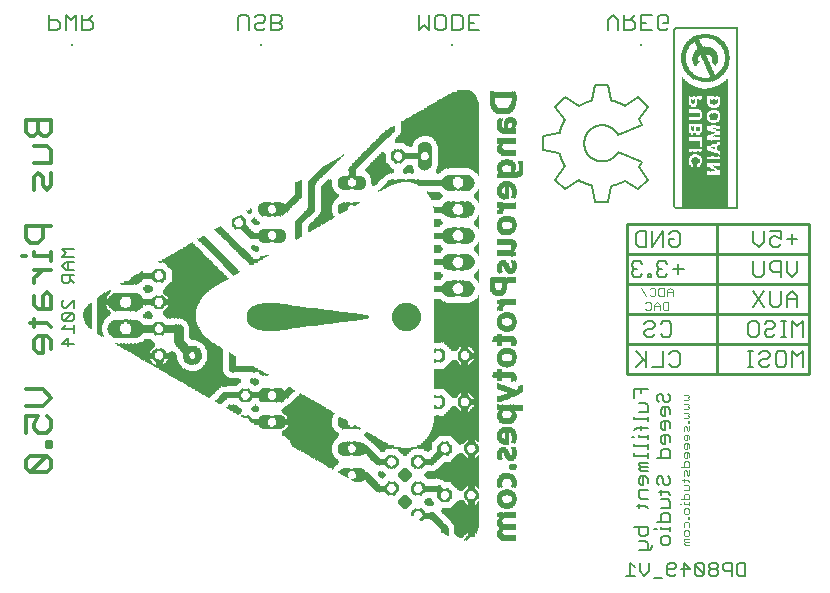
<source format=gbo>
G75*
%MOIN*%
%OFA0B0*%
%FSLAX25Y25*%
%IPPOS*%
%LPD*%
%AMOC8*
5,1,8,0,0,1.08239X$1,22.5*
%
%ADD10C,0.01000*%
%ADD11C,0.00700*%
%ADD12C,0.00400*%
%ADD13C,0.01200*%
%ADD14C,0.00600*%
%ADD15R,0.00984X0.00984*%
%ADD16R,0.00150X0.60450*%
%ADD17R,0.00150X0.60450*%
%ADD18R,0.00150X0.00450*%
%ADD19R,0.00150X0.00450*%
%ADD20R,0.00150X0.01650*%
%ADD21R,0.00150X0.03450*%
%ADD22R,0.00150X0.04650*%
%ADD23R,0.00150X0.05550*%
%ADD24R,0.00150X0.06300*%
%ADD25R,0.00150X0.07050*%
%ADD26R,0.00150X0.43350*%
%ADD27R,0.00150X0.07650*%
%ADD28R,0.00150X0.43200*%
%ADD29R,0.00150X0.07950*%
%ADD30R,0.00150X0.43050*%
%ADD31R,0.00150X0.08550*%
%ADD32R,0.00150X0.42900*%
%ADD33R,0.00150X0.09150*%
%ADD34R,0.00150X0.42750*%
%ADD35R,0.00150X0.03600*%
%ADD36R,0.00150X0.42600*%
%ADD37R,0.00150X0.03150*%
%ADD38R,0.00150X0.42450*%
%ADD39R,0.00150X0.03000*%
%ADD40R,0.00150X0.42300*%
%ADD41R,0.00150X0.02700*%
%ADD42R,0.00150X0.02550*%
%ADD43R,0.00150X0.42150*%
%ADD44R,0.00150X0.02400*%
%ADD45R,0.00150X0.42000*%
%ADD46R,0.00150X0.02250*%
%ADD47R,0.00150X0.41850*%
%ADD48R,0.00150X0.02100*%
%ADD49R,0.00150X0.41700*%
%ADD50R,0.00150X0.41550*%
%ADD51R,0.00150X0.01950*%
%ADD52R,0.00150X0.04050*%
%ADD53R,0.00150X0.01050*%
%ADD54R,0.00150X0.00600*%
%ADD55R,0.00150X0.00750*%
%ADD56R,0.00150X0.01800*%
%ADD57R,0.00150X0.11550*%
%ADD58R,0.00150X0.03900*%
%ADD59R,0.00150X0.00900*%
%ADD60R,0.00150X0.01500*%
%ADD61R,0.00150X0.01350*%
%ADD62R,0.00150X0.03750*%
%ADD63R,0.00150X0.01200*%
%ADD64R,0.00150X0.03300*%
%ADD65R,0.00150X0.04350*%
%ADD66R,0.00150X0.00300*%
%ADD67R,0.00150X0.04800*%
%ADD68R,0.00150X0.04950*%
%ADD69R,0.00150X0.00150*%
%ADD70R,0.00150X0.02850*%
%ADD71R,0.00150X0.04500*%
%ADD72R,0.00150X0.05250*%
%ADD73R,0.00150X0.08850*%
%ADD74R,0.00150X0.30150*%
%ADD75R,0.00150X0.40200*%
%ADD76R,0.00150X0.06000*%
%ADD77R,0.00150X0.05700*%
%ADD78R,0.00150X0.08250*%
%ADD79R,0.00150X0.14400*%
%ADD80R,0.00150X0.15450*%
%ADD81R,0.00150X0.15000*%
%ADD82R,0.00150X0.14850*%
%ADD83R,0.00150X0.14550*%
%ADD84R,0.00150X0.14250*%
%ADD85R,0.00150X0.05100*%
%ADD86R,0.00150X0.07200*%
%ADD87R,0.00150X0.14100*%
%ADD88R,0.00150X0.07500*%
%ADD89R,0.00150X0.09450*%
%ADD90R,0.00150X0.04200*%
%ADD91R,0.00150X0.13950*%
%ADD92R,0.00150X0.17100*%
%ADD93R,0.00150X0.16950*%
%ADD94R,0.00150X0.15150*%
%ADD95R,0.00150X0.25650*%
%ADD96R,0.00150X0.15750*%
%ADD97R,0.00150X0.43500*%
%ADD98R,0.00150X0.43650*%
%ADD99R,0.00150X0.43950*%
%ADD100R,0.00150X0.00600*%
%ADD101R,0.00150X0.59850*%
%ADD102R,0.00150X0.59550*%
%ADD103R,0.00150X0.59100*%
%ADD104C,0.00800*%
%ADD105R,0.00100X0.04400*%
%ADD106R,0.00100X0.01800*%
%ADD107R,0.00100X0.02100*%
%ADD108R,0.00100X0.04700*%
%ADD109R,0.00100X0.02200*%
%ADD110R,0.00100X0.02400*%
%ADD111R,0.00100X0.04800*%
%ADD112R,0.00100X0.02600*%
%ADD113R,0.00100X0.04900*%
%ADD114R,0.00100X0.02700*%
%ADD115R,0.00100X0.05000*%
%ADD116R,0.00100X0.05100*%
%ADD117R,0.00100X0.02800*%
%ADD118R,0.00100X0.01200*%
%ADD119R,0.00100X0.02500*%
%ADD120R,0.00100X0.00600*%
%ADD121R,0.00100X0.02300*%
%ADD122R,0.00100X0.00300*%
%ADD123R,0.00100X0.02000*%
%ADD124R,0.00100X0.01900*%
%ADD125R,0.00100X0.01300*%
%ADD126R,0.00100X0.01400*%
%ADD127R,0.00100X0.01700*%
%ADD128R,0.00100X0.01500*%
%ADD129R,0.00100X0.01600*%
%ADD130R,0.00100X0.00900*%
%ADD131R,0.00100X0.01000*%
%ADD132R,0.00100X0.04100*%
%ADD133R,0.00100X0.03000*%
%ADD134R,0.00100X0.02900*%
%ADD135R,0.00100X0.03800*%
%ADD136R,0.00100X0.03400*%
%ADD137R,0.00100X0.03100*%
%ADD138R,0.00100X0.03500*%
%ADD139R,0.00100X0.03200*%
%ADD140R,0.00100X0.04000*%
%ADD141R,0.00100X0.03600*%
%ADD142R,0.00100X0.03300*%
%ADD143R,0.00100X0.03700*%
%ADD144R,0.00100X0.05300*%
%ADD145R,0.00100X0.03900*%
%ADD146R,0.00100X0.05600*%
%ADD147R,0.00100X0.04500*%
%ADD148R,0.00100X0.04300*%
%ADD149R,0.00100X0.05400*%
%ADD150R,0.00100X0.05200*%
%ADD151R,0.00100X0.05500*%
%ADD152R,0.00100X0.04600*%
%ADD153R,0.00100X0.05900*%
%ADD154R,0.00100X0.04200*%
%ADD155R,0.00100X0.06000*%
%ADD156R,0.00100X0.05700*%
%ADD157R,0.00100X0.06100*%
%ADD158R,0.00100X0.05800*%
%ADD159R,0.00100X0.06300*%
%ADD160R,0.00100X0.06400*%
%ADD161R,0.00100X0.06500*%
%ADD162R,0.00100X0.06600*%
%ADD163R,0.00100X0.01100*%
%ADD164R,0.00100X0.00500*%
%ADD165R,0.00100X0.00700*%
%ADD166R,0.00100X0.00400*%
%ADD167R,0.00100X0.00200*%
%ADD168R,0.00100X0.00100*%
%ADD169R,0.00100X0.09100*%
%ADD170R,0.00100X0.09000*%
%ADD171R,0.00100X0.00800*%
%ADD172R,0.00100X0.06800*%
%ADD173R,0.00100X0.06200*%
%ADD174R,0.00100X0.23400*%
%ADD175R,0.00100X0.49000*%
%ADD176R,0.00100X0.11400*%
%ADD177R,0.00100X0.08000*%
%ADD178R,0.00100X0.23700*%
%ADD179R,0.00100X0.48600*%
%ADD180R,0.00100X0.11200*%
%ADD181R,0.00100X0.08400*%
%ADD182R,0.00100X0.23800*%
%ADD183R,0.00100X0.48500*%
%ADD184R,0.00100X0.11000*%
%ADD185R,0.00100X0.24000*%
%ADD186R,0.00100X0.48100*%
%ADD187R,0.00100X0.10800*%
%ADD188R,0.00100X0.08700*%
%ADD189R,0.00100X0.24300*%
%ADD190R,0.00100X0.47900*%
%ADD191R,0.00100X0.10600*%
%ADD192R,0.00100X0.47700*%
%ADD193R,0.00100X0.10400*%
%ADD194R,0.00100X0.24400*%
%ADD195R,0.00100X0.47500*%
%ADD196R,0.00100X0.10200*%
%ADD197R,0.00100X0.09300*%
%ADD198R,0.00100X0.24900*%
%ADD199R,0.00100X0.47300*%
%ADD200R,0.00100X0.10100*%
%ADD201R,0.00100X0.09600*%
%ADD202R,0.00100X0.10000*%
%ADD203R,0.00100X0.25000*%
%ADD204R,0.00100X0.09900*%
%ADD205R,0.00100X0.09800*%
%ADD206R,0.00100X0.25200*%
%ADD207R,0.00100X0.46800*%
%ADD208R,0.00100X0.09400*%
%ADD209R,0.00100X0.09500*%
%ADD210R,0.00100X0.09200*%
%ADD211R,0.00100X0.46700*%
%ADD212R,0.00100X0.25300*%
%ADD213R,0.00100X0.46500*%
%ADD214R,0.00100X0.25400*%
%ADD215R,0.00100X0.25700*%
%ADD216R,0.00100X0.17000*%
%ADD217R,0.00100X0.12900*%
%ADD218R,0.00100X0.13000*%
%ADD219R,0.00100X0.13500*%
%ADD220R,0.00100X0.12600*%
%ADD221R,0.00100X0.25500*%
%ADD222R,0.00100X0.16700*%
%ADD223R,0.00100X0.12800*%
%ADD224R,0.00100X0.13200*%
%ADD225R,0.00100X0.12500*%
%ADD226R,0.00100X0.16600*%
%ADD227R,0.00100X0.13100*%
%ADD228R,0.00100X0.16500*%
%ADD229R,0.00100X0.12300*%
%ADD230R,0.00100X0.12700*%
%ADD231R,0.00100X0.16400*%
%ADD232R,0.00100X0.12000*%
%ADD233R,0.00100X0.12400*%
%ADD234R,0.00100X0.25600*%
%ADD235R,0.00100X0.16200*%
%ADD236R,0.00100X0.11900*%
%ADD237R,0.00100X0.16000*%
%ADD238R,0.00100X0.11800*%
%ADD239R,0.00100X0.25900*%
%ADD240R,0.00100X0.15800*%
%ADD241R,0.00100X0.11600*%
%ADD242R,0.00100X0.15700*%
%ADD243R,0.00100X0.25800*%
%ADD244R,0.00100X0.15500*%
%ADD245R,0.00100X0.15400*%
%ADD246R,0.00100X0.15200*%
%ADD247R,0.00100X0.15100*%
%ADD248R,0.00100X0.11700*%
%ADD249R,0.00100X0.15000*%
%ADD250R,0.00100X0.11500*%
%ADD251R,0.00100X0.14900*%
%ADD252R,0.00100X0.14800*%
%ADD253R,0.00100X0.14600*%
%ADD254R,0.00100X0.14500*%
%ADD255R,0.00100X0.11300*%
%ADD256R,0.00100X0.14400*%
%ADD257R,0.00100X0.14300*%
%ADD258R,0.00100X0.13300*%
%ADD259R,0.00100X0.13400*%
%ADD260R,0.00100X0.16300*%
%ADD261R,0.00100X0.16100*%
%ADD262R,0.00100X0.09700*%
%ADD263R,0.00100X0.10300*%
%ADD264R,0.00100X0.15900*%
%ADD265R,0.00100X0.10500*%
%ADD266R,0.00100X0.10900*%
%ADD267R,0.00100X0.11100*%
%ADD268R,0.00100X0.12100*%
%ADD269R,0.00100X0.12200*%
%ADD270R,0.00100X0.14700*%
%ADD271R,0.00100X0.10700*%
%ADD272R,0.00100X0.15300*%
%ADD273R,0.00100X0.15600*%
%ADD274R,0.00100X0.07400*%
%ADD275R,0.00100X0.07300*%
%ADD276R,0.00100X0.08900*%
%ADD277R,0.00100X0.08500*%
%ADD278R,0.00100X0.08300*%
%ADD279R,0.00100X0.25100*%
%ADD280R,0.00100X0.08100*%
%ADD281R,0.00100X0.07900*%
%ADD282R,0.00100X0.07700*%
%ADD283R,0.00100X0.07600*%
%ADD284R,0.00100X0.07200*%
%ADD285R,0.00100X0.06900*%
%ADD286R,0.00100X0.24800*%
%ADD287R,0.00100X0.24700*%
%ADD288R,0.00100X0.06700*%
%ADD289R,0.00100X0.08800*%
%ADD290R,0.00100X0.24600*%
%ADD291R,0.00100X0.08600*%
%ADD292R,0.00100X0.24500*%
%ADD293R,0.00100X0.24200*%
%ADD294R,0.00100X0.14200*%
%ADD295R,0.00100X0.14100*%
%ADD296R,0.00100X0.07800*%
%ADD297R,0.00100X0.14000*%
%ADD298R,0.00100X0.08200*%
%ADD299R,0.00100X0.13900*%
%ADD300R,0.00100X0.07500*%
%ADD301R,0.00100X0.13800*%
%ADD302R,0.00100X0.07100*%
%ADD303R,0.00100X0.13700*%
%ADD304R,0.00100X0.07000*%
%ADD305R,0.00100X0.13600*%
%ADD306R,0.00100X0.24100*%
%ADD307R,0.00100X0.19000*%
%ADD308R,0.00100X0.18900*%
%ADD309R,0.00100X0.19100*%
%ADD310R,0.00100X0.18800*%
%ADD311R,0.00100X0.18700*%
%ADD312R,0.00100X0.18600*%
%ADD313R,0.00100X0.18400*%
%ADD314R,0.00100X0.18200*%
%ADD315R,0.00100X0.18000*%
%ADD316R,0.00100X0.17800*%
%ADD317R,0.00100X0.17700*%
%ADD318R,0.00100X0.17400*%
%ADD319R,0.00100X0.17300*%
%ADD320R,0.00100X0.17100*%
%ADD321R,0.00100X0.16900*%
%ADD322R,0.00100X0.17600*%
%ADD323R,0.00100X0.17900*%
%ADD324R,0.00100X0.18100*%
%ADD325R,0.00100X0.18300*%
%ADD326R,0.00100X0.18500*%
%ADD327R,0.00100X0.19200*%
%ADD328R,0.00100X0.19300*%
%ADD329R,0.00100X0.19500*%
%ADD330R,0.00100X0.19400*%
%ADD331R,0.00100X0.17200*%
%ADD332R,0.00100X0.20200*%
%ADD333R,0.00100X0.20800*%
%ADD334R,0.00100X0.20900*%
%ADD335R,0.00100X0.21600*%
%ADD336R,0.00100X0.31500*%
%ADD337R,0.00100X0.31600*%
%ADD338R,0.00100X0.31800*%
%ADD339R,0.00100X0.31900*%
%ADD340R,0.00100X0.32100*%
%ADD341R,0.00100X0.32200*%
%ADD342R,0.00100X0.32400*%
%ADD343R,0.00100X0.32500*%
%ADD344R,0.00100X0.32300*%
%ADD345R,0.00100X0.32000*%
%ADD346R,0.00100X0.31700*%
%ADD347R,0.00100X0.31300*%
%ADD348R,0.00100X0.31200*%
%ADD349R,0.00100X0.27600*%
%ADD350R,0.00100X0.27200*%
%ADD351R,0.00100X0.26900*%
%ADD352R,0.00100X0.26300*%
%ADD353R,0.00100X0.26200*%
%ADD354R,0.00100X0.23900*%
%ADD355R,0.00100X0.23600*%
%ADD356R,0.00100X0.23300*%
%ADD357R,0.00100X0.23200*%
%ADD358R,0.00100X0.23100*%
%ADD359R,0.00100X0.22900*%
%ADD360R,0.00100X0.22800*%
%ADD361R,0.00100X0.22700*%
%ADD362R,0.00100X0.22600*%
%ADD363R,0.00100X0.22500*%
%ADD364R,0.00100X0.22400*%
%ADD365R,0.00100X0.22300*%
%ADD366R,0.00100X0.22200*%
%ADD367R,0.00100X0.22000*%
%ADD368R,0.00100X0.21900*%
%ADD369R,0.00100X0.21800*%
%ADD370R,0.00100X0.21700*%
%ADD371R,0.00100X0.21400*%
D10*
X0301925Y0126168D02*
X0301925Y0136168D01*
X0301925Y0146168D01*
X0301925Y0156168D01*
X0301925Y0166168D01*
X0301925Y0176168D01*
X0331740Y0176168D01*
X0331740Y0126168D01*
X0301925Y0126168D01*
X0301925Y0136168D02*
X0362488Y0136168D01*
X0362488Y0146168D01*
X0362488Y0156168D01*
X0362488Y0166168D01*
X0362488Y0176168D01*
X0331740Y0176168D01*
X0301925Y0166168D02*
X0362488Y0166168D01*
X0362488Y0156168D02*
X0301925Y0156168D01*
X0301925Y0146168D02*
X0362488Y0146168D01*
X0362488Y0136168D02*
X0362488Y0126168D01*
X0331740Y0126168D01*
D11*
X0342067Y0128518D02*
X0343836Y0128518D01*
X0342952Y0128518D02*
X0342952Y0133823D01*
X0343836Y0133823D02*
X0342067Y0133823D01*
X0345824Y0132939D02*
X0346708Y0133823D01*
X0348476Y0133823D01*
X0349360Y0132939D01*
X0349360Y0132054D01*
X0348476Y0131170D01*
X0346708Y0131170D01*
X0345824Y0130286D01*
X0345824Y0129402D01*
X0346708Y0128518D01*
X0348476Y0128518D01*
X0349360Y0129402D01*
X0351349Y0129402D02*
X0351349Y0132939D01*
X0352233Y0133823D01*
X0354001Y0133823D01*
X0354885Y0132939D01*
X0354885Y0129402D01*
X0354001Y0128518D01*
X0352233Y0128518D01*
X0351349Y0129402D01*
X0356873Y0128518D02*
X0356873Y0133823D01*
X0358642Y0132054D01*
X0360410Y0133823D01*
X0360410Y0128518D01*
X0360410Y0138518D02*
X0360410Y0143823D01*
X0358642Y0142054D01*
X0356873Y0143823D01*
X0356873Y0138518D01*
X0354885Y0138518D02*
X0353117Y0138518D01*
X0354001Y0138518D02*
X0354001Y0143823D01*
X0354885Y0143823D02*
X0353117Y0143823D01*
X0351202Y0142939D02*
X0351202Y0142054D01*
X0350318Y0141170D01*
X0348550Y0141170D01*
X0347666Y0140286D01*
X0347666Y0139402D01*
X0348550Y0138518D01*
X0350318Y0138518D01*
X0351202Y0139402D01*
X0351202Y0142939D02*
X0350318Y0143823D01*
X0348550Y0143823D01*
X0347666Y0142939D01*
X0345677Y0142939D02*
X0345677Y0139402D01*
X0344793Y0138518D01*
X0343025Y0138518D01*
X0342141Y0139402D01*
X0342141Y0142939D01*
X0343025Y0143823D01*
X0344793Y0143823D01*
X0345677Y0142939D01*
X0343982Y0148518D02*
X0347519Y0153823D01*
X0349507Y0153823D02*
X0349507Y0149402D01*
X0350391Y0148518D01*
X0352159Y0148518D01*
X0353043Y0149402D01*
X0353043Y0153823D01*
X0355032Y0152054D02*
X0356800Y0153823D01*
X0358568Y0152054D01*
X0358568Y0148518D01*
X0358568Y0151170D02*
X0355032Y0151170D01*
X0355032Y0152054D02*
X0355032Y0148518D01*
X0347519Y0148518D02*
X0343982Y0153823D01*
X0344866Y0158518D02*
X0343982Y0159402D01*
X0343982Y0163823D01*
X0347519Y0163823D02*
X0347519Y0159402D01*
X0346635Y0158518D01*
X0344866Y0158518D01*
X0349507Y0161170D02*
X0350391Y0160286D01*
X0353043Y0160286D01*
X0353043Y0158518D02*
X0353043Y0163823D01*
X0350391Y0163823D01*
X0349507Y0162939D01*
X0349507Y0161170D01*
X0355032Y0160286D02*
X0355032Y0163823D01*
X0358568Y0163823D02*
X0358568Y0160286D01*
X0356800Y0158518D01*
X0355032Y0160286D01*
X0352159Y0168518D02*
X0353043Y0169402D01*
X0352159Y0168518D02*
X0350391Y0168518D01*
X0349507Y0169402D01*
X0349507Y0171170D01*
X0350391Y0172054D01*
X0351275Y0172054D01*
X0353043Y0171170D01*
X0353043Y0173823D01*
X0349507Y0173823D01*
X0347519Y0173823D02*
X0347519Y0170286D01*
X0345751Y0168518D01*
X0343982Y0170286D01*
X0343982Y0173823D01*
X0355032Y0171170D02*
X0358568Y0171170D01*
X0356800Y0169402D02*
X0356800Y0172939D01*
X0320749Y0161170D02*
X0317213Y0161170D01*
X0318981Y0159402D02*
X0318981Y0162939D01*
X0315225Y0162939D02*
X0314341Y0163823D01*
X0312572Y0163823D01*
X0311688Y0162939D01*
X0311688Y0162054D01*
X0312572Y0161170D01*
X0311688Y0160286D01*
X0311688Y0159402D01*
X0312572Y0158518D01*
X0314341Y0158518D01*
X0315225Y0159402D01*
X0313456Y0161170D02*
X0312572Y0161170D01*
X0309700Y0159402D02*
X0308816Y0159402D01*
X0308816Y0158518D01*
X0309700Y0158518D01*
X0309700Y0159402D01*
X0306938Y0159402D02*
X0306053Y0158518D01*
X0304285Y0158518D01*
X0303401Y0159402D01*
X0303401Y0160286D01*
X0304285Y0161170D01*
X0305169Y0161170D01*
X0304285Y0161170D02*
X0303401Y0162054D01*
X0303401Y0162939D01*
X0304285Y0163823D01*
X0306053Y0163823D01*
X0306938Y0162939D01*
X0305666Y0168518D02*
X0304782Y0169402D01*
X0304782Y0172939D01*
X0305666Y0173823D01*
X0308319Y0173823D01*
X0308319Y0168518D01*
X0305666Y0168518D01*
X0310307Y0168518D02*
X0310307Y0173823D01*
X0313843Y0173823D02*
X0310307Y0168518D01*
X0313843Y0168518D02*
X0313843Y0173823D01*
X0315832Y0172939D02*
X0316716Y0173823D01*
X0318484Y0173823D01*
X0319368Y0172939D01*
X0319368Y0169402D01*
X0318484Y0168518D01*
X0316716Y0168518D01*
X0315832Y0169402D01*
X0315832Y0171170D01*
X0317600Y0171170D01*
X0315722Y0143823D02*
X0313954Y0143823D01*
X0313069Y0142939D01*
X0311081Y0142939D02*
X0311081Y0142054D01*
X0310197Y0141170D01*
X0308429Y0141170D01*
X0307545Y0140286D01*
X0307545Y0139402D01*
X0308429Y0138518D01*
X0310197Y0138518D01*
X0311081Y0139402D01*
X0313069Y0139402D02*
X0313954Y0138518D01*
X0315722Y0138518D01*
X0316606Y0139402D01*
X0316606Y0142939D01*
X0315722Y0143823D01*
X0311081Y0142939D02*
X0310197Y0143823D01*
X0308429Y0143823D01*
X0307545Y0142939D01*
X0308319Y0133823D02*
X0308319Y0128518D01*
X0308319Y0130286D02*
X0304782Y0133823D01*
X0307435Y0131170D02*
X0304782Y0128518D01*
X0310307Y0128518D02*
X0313843Y0128518D01*
X0313843Y0133823D01*
X0315832Y0132939D02*
X0316716Y0133823D01*
X0318484Y0133823D01*
X0319368Y0132939D01*
X0319368Y0129402D01*
X0318484Y0128518D01*
X0316716Y0128518D01*
X0315832Y0129402D01*
X0314677Y0240707D02*
X0312908Y0240707D01*
X0312024Y0241591D01*
X0312024Y0245127D01*
X0312908Y0246011D01*
X0314677Y0246011D01*
X0315561Y0245127D01*
X0315561Y0243359D01*
X0313792Y0243359D01*
X0315561Y0241591D02*
X0314677Y0240707D01*
X0310036Y0240707D02*
X0306500Y0240707D01*
X0306500Y0246011D01*
X0310036Y0246011D01*
X0308268Y0243359D02*
X0306500Y0243359D01*
X0304511Y0243359D02*
X0303627Y0244243D01*
X0300975Y0244243D01*
X0302743Y0244243D02*
X0304511Y0246011D01*
X0304511Y0243359D02*
X0304511Y0241591D01*
X0303627Y0240707D01*
X0300975Y0240707D01*
X0300975Y0246011D01*
X0298987Y0244243D02*
X0297218Y0246011D01*
X0295450Y0244243D01*
X0295450Y0240707D01*
X0298987Y0240707D02*
X0298987Y0244243D01*
X0252569Y0246011D02*
X0249032Y0246011D01*
X0249032Y0240707D01*
X0252569Y0240707D01*
X0250800Y0243359D02*
X0249032Y0243359D01*
X0247044Y0241591D02*
X0246160Y0240707D01*
X0243507Y0240707D01*
X0243507Y0246011D01*
X0246160Y0246011D01*
X0247044Y0245127D01*
X0247044Y0241591D01*
X0241519Y0241591D02*
X0241519Y0245127D01*
X0240635Y0246011D01*
X0238867Y0246011D01*
X0237983Y0245127D01*
X0237983Y0241591D01*
X0238867Y0240707D01*
X0240635Y0240707D01*
X0241519Y0241591D01*
X0235994Y0240707D02*
X0235994Y0246011D01*
X0232458Y0246011D02*
X0232458Y0240707D01*
X0234226Y0242475D01*
X0235994Y0240707D01*
X0186814Y0241591D02*
X0185930Y0240707D01*
X0183278Y0240707D01*
X0183278Y0246011D01*
X0185930Y0246011D01*
X0186814Y0245127D01*
X0186814Y0244243D01*
X0185930Y0243359D01*
X0183278Y0243359D01*
X0181289Y0244243D02*
X0181289Y0245127D01*
X0180405Y0246011D01*
X0178637Y0246011D01*
X0177753Y0245127D01*
X0178637Y0243359D02*
X0180405Y0243359D01*
X0181289Y0244243D01*
X0181289Y0241591D02*
X0180405Y0240707D01*
X0178637Y0240707D01*
X0177753Y0241591D01*
X0177753Y0242475D01*
X0178637Y0243359D01*
X0175765Y0245127D02*
X0175765Y0240707D01*
X0172228Y0240707D02*
X0172228Y0245127D01*
X0173112Y0246011D01*
X0174881Y0246011D01*
X0175765Y0245127D01*
X0185930Y0243359D02*
X0186814Y0242475D01*
X0186814Y0241591D01*
X0123822Y0241591D02*
X0122938Y0240707D01*
X0120286Y0240707D01*
X0120286Y0246011D01*
X0120286Y0244243D02*
X0122938Y0244243D01*
X0123822Y0243359D01*
X0123822Y0241591D01*
X0122054Y0244243D02*
X0123822Y0246011D01*
X0118297Y0246011D02*
X0116529Y0244243D01*
X0114761Y0246011D01*
X0114761Y0240707D01*
X0112773Y0241591D02*
X0111888Y0240707D01*
X0109236Y0240707D01*
X0109236Y0246011D01*
X0109236Y0244243D02*
X0111888Y0244243D01*
X0112773Y0243359D01*
X0112773Y0241591D01*
X0118297Y0240707D02*
X0118297Y0246011D01*
D12*
X0306416Y0154970D02*
X0308285Y0152168D01*
X0309363Y0152635D02*
X0309830Y0152168D01*
X0310764Y0152168D01*
X0311231Y0152635D01*
X0311231Y0154503D01*
X0310764Y0154970D01*
X0309830Y0154970D01*
X0309363Y0154503D01*
X0312309Y0154503D02*
X0312776Y0154970D01*
X0314178Y0154970D01*
X0314178Y0152168D01*
X0312776Y0152168D01*
X0312309Y0152635D01*
X0312309Y0154503D01*
X0315256Y0154036D02*
X0315256Y0152168D01*
X0315256Y0153569D02*
X0317124Y0153569D01*
X0317124Y0154036D02*
X0316190Y0154970D01*
X0315256Y0154036D01*
X0317124Y0154036D02*
X0317124Y0152168D01*
X0315651Y0150170D02*
X0314250Y0150170D01*
X0313783Y0149703D01*
X0313783Y0147835D01*
X0314250Y0147368D01*
X0315651Y0147368D01*
X0315651Y0150170D01*
X0312704Y0149236D02*
X0311770Y0150170D01*
X0310836Y0149236D01*
X0310836Y0147368D01*
X0309758Y0147835D02*
X0309758Y0149703D01*
X0309291Y0150170D01*
X0308357Y0150170D01*
X0307890Y0149703D01*
X0307890Y0147835D02*
X0308357Y0147368D01*
X0309291Y0147368D01*
X0309758Y0147835D01*
X0310836Y0148769D02*
X0312704Y0148769D01*
X0312704Y0149236D02*
X0312704Y0147368D01*
X0320763Y0119248D02*
X0322164Y0119248D01*
X0322631Y0118781D01*
X0322164Y0118314D01*
X0322631Y0117847D01*
X0322164Y0117380D01*
X0320763Y0117380D01*
X0320763Y0116301D02*
X0322164Y0116301D01*
X0322631Y0115834D01*
X0322164Y0115367D01*
X0322631Y0114900D01*
X0322164Y0114433D01*
X0320763Y0114433D01*
X0320763Y0113355D02*
X0322164Y0113355D01*
X0322631Y0112888D01*
X0322164Y0112421D01*
X0322631Y0111954D01*
X0322164Y0111487D01*
X0320763Y0111487D01*
X0322164Y0110408D02*
X0322164Y0109941D01*
X0322631Y0109941D01*
X0322631Y0110408D01*
X0322164Y0110408D01*
X0322631Y0108935D02*
X0322631Y0107534D01*
X0322164Y0107067D01*
X0321697Y0107534D01*
X0321697Y0108468D01*
X0321230Y0108935D01*
X0320763Y0108468D01*
X0320763Y0107067D01*
X0321230Y0105989D02*
X0320763Y0105522D01*
X0320763Y0104587D01*
X0321230Y0104120D01*
X0321697Y0104120D01*
X0321697Y0105989D01*
X0322164Y0105989D02*
X0321230Y0105989D01*
X0322164Y0105989D02*
X0322631Y0105522D01*
X0322631Y0104587D01*
X0322164Y0103042D02*
X0321230Y0103042D01*
X0320763Y0102575D01*
X0320763Y0101641D01*
X0321230Y0101174D01*
X0321697Y0101174D01*
X0321697Y0103042D01*
X0322164Y0103042D02*
X0322631Y0102575D01*
X0322631Y0101641D01*
X0322164Y0100096D02*
X0321230Y0100096D01*
X0320763Y0099628D01*
X0320763Y0098694D01*
X0321230Y0098227D01*
X0321697Y0098227D01*
X0321697Y0100096D01*
X0322164Y0100096D02*
X0322631Y0099628D01*
X0322631Y0098694D01*
X0322164Y0097149D02*
X0321230Y0097149D01*
X0320763Y0096682D01*
X0320763Y0095281D01*
X0319829Y0095281D02*
X0322631Y0095281D01*
X0322631Y0096682D01*
X0322164Y0097149D01*
X0322631Y0094202D02*
X0322631Y0092801D01*
X0322164Y0092334D01*
X0321697Y0092801D01*
X0321697Y0093735D01*
X0321230Y0094202D01*
X0320763Y0093735D01*
X0320763Y0092334D01*
X0320763Y0091256D02*
X0320763Y0090322D01*
X0320296Y0090789D02*
X0322164Y0090789D01*
X0322631Y0090322D01*
X0322164Y0089292D02*
X0322631Y0088825D01*
X0322631Y0087423D01*
X0320763Y0087423D01*
X0321230Y0086345D02*
X0320763Y0085878D01*
X0320763Y0084477D01*
X0319829Y0084477D02*
X0322631Y0084477D01*
X0322631Y0085878D01*
X0322164Y0086345D01*
X0321230Y0086345D01*
X0320763Y0083399D02*
X0320763Y0082932D01*
X0322631Y0082932D01*
X0322631Y0083399D02*
X0322631Y0082464D01*
X0322164Y0081434D02*
X0322631Y0080967D01*
X0322631Y0080033D01*
X0322164Y0079566D01*
X0321230Y0079566D01*
X0320763Y0080033D01*
X0320763Y0080967D01*
X0321230Y0081434D01*
X0322164Y0081434D01*
X0319829Y0082932D02*
X0319362Y0082932D01*
X0322164Y0078488D02*
X0322164Y0078021D01*
X0322631Y0078021D01*
X0322631Y0078488D01*
X0322164Y0078488D01*
X0322164Y0077014D02*
X0322631Y0076547D01*
X0322631Y0075146D01*
X0322164Y0074068D02*
X0322631Y0073601D01*
X0322631Y0072667D01*
X0322164Y0072200D01*
X0321230Y0072200D01*
X0320763Y0072667D01*
X0320763Y0073601D01*
X0321230Y0074068D01*
X0322164Y0074068D01*
X0320763Y0075146D02*
X0320763Y0076547D01*
X0321230Y0077014D01*
X0322164Y0077014D01*
X0322631Y0071121D02*
X0320763Y0071121D01*
X0320763Y0070654D01*
X0321230Y0070187D01*
X0320763Y0069720D01*
X0321230Y0069253D01*
X0322631Y0069253D01*
X0322631Y0070187D02*
X0321230Y0070187D01*
X0320763Y0089292D02*
X0322164Y0089292D01*
D13*
X0102825Y0093399D02*
X0101424Y0094800D01*
X0101424Y0097603D01*
X0102825Y0099004D01*
X0108430Y0099004D01*
X0102825Y0093399D01*
X0108430Y0093399D01*
X0109831Y0094800D01*
X0109831Y0097603D01*
X0108430Y0099004D01*
X0108430Y0102023D02*
X0109831Y0102023D01*
X0109831Y0103424D01*
X0108430Y0103424D01*
X0108430Y0102023D01*
X0108430Y0106659D02*
X0105628Y0106659D01*
X0104226Y0108060D01*
X0104226Y0109461D01*
X0105628Y0112263D01*
X0101424Y0112263D01*
X0101424Y0106659D01*
X0108430Y0106659D02*
X0109831Y0108060D01*
X0109831Y0110862D01*
X0108430Y0112263D01*
X0107029Y0115498D02*
X0101424Y0115498D01*
X0107029Y0115498D02*
X0109831Y0118301D01*
X0107029Y0121103D01*
X0101424Y0121103D01*
X0105628Y0133177D02*
X0107029Y0133177D01*
X0107029Y0138782D01*
X0108430Y0138782D02*
X0105628Y0138782D01*
X0104226Y0137381D01*
X0104226Y0134578D01*
X0105628Y0133177D01*
X0109831Y0134578D02*
X0109831Y0137381D01*
X0108430Y0138782D01*
X0109831Y0141873D02*
X0108430Y0143274D01*
X0102825Y0143274D01*
X0104226Y0144675D02*
X0104226Y0141873D01*
X0105628Y0147910D02*
X0109831Y0147910D01*
X0109831Y0152113D01*
X0108430Y0153515D01*
X0107029Y0152113D01*
X0107029Y0147910D01*
X0105628Y0147910D02*
X0104226Y0149311D01*
X0104226Y0152113D01*
X0104226Y0156677D02*
X0104226Y0158079D01*
X0107029Y0160881D01*
X0109831Y0160881D02*
X0104226Y0160881D01*
X0104226Y0165373D02*
X0109831Y0165373D01*
X0109831Y0166774D02*
X0109831Y0163972D01*
X0104226Y0165373D02*
X0104226Y0166774D01*
X0101424Y0165373D02*
X0100023Y0165373D01*
X0102825Y0170009D02*
X0101424Y0171410D01*
X0101424Y0175613D01*
X0109831Y0175613D01*
X0107029Y0175613D02*
X0107029Y0171410D01*
X0105628Y0170009D01*
X0102825Y0170009D01*
X0104226Y0187688D02*
X0104226Y0191891D01*
X0105628Y0193293D01*
X0107029Y0191891D01*
X0107029Y0189089D01*
X0108430Y0187688D01*
X0109831Y0189089D01*
X0109831Y0193293D01*
X0109831Y0196527D02*
X0104226Y0196527D01*
X0109831Y0196527D02*
X0109831Y0200731D01*
X0108430Y0202132D01*
X0104226Y0202132D01*
X0104226Y0205367D02*
X0105628Y0206768D01*
X0105628Y0210972D01*
X0109831Y0210972D02*
X0101424Y0210972D01*
X0101424Y0206768D01*
X0102825Y0205367D01*
X0104226Y0205367D01*
X0105628Y0206768D02*
X0107029Y0205367D01*
X0108430Y0205367D01*
X0109831Y0206768D01*
X0109831Y0210972D01*
D14*
X0113428Y0167811D02*
X0114762Y0166476D01*
X0113428Y0165142D01*
X0117431Y0165142D01*
X0117431Y0163575D02*
X0114762Y0163575D01*
X0113428Y0162240D01*
X0114762Y0160906D01*
X0117431Y0160906D01*
X0117431Y0159339D02*
X0113428Y0159339D01*
X0113428Y0157338D01*
X0114095Y0156670D01*
X0115429Y0156670D01*
X0116097Y0157338D01*
X0116097Y0159339D01*
X0116097Y0158005D02*
X0117431Y0156670D01*
X0115429Y0160906D02*
X0115429Y0163575D01*
X0113428Y0167811D02*
X0117431Y0167811D01*
X0117431Y0150868D02*
X0114762Y0148199D01*
X0114095Y0148199D01*
X0113428Y0148866D01*
X0113428Y0150201D01*
X0114095Y0150868D01*
X0117431Y0150868D02*
X0117431Y0148199D01*
X0116764Y0146632D02*
X0114095Y0143964D01*
X0116764Y0143964D01*
X0117431Y0144631D01*
X0117431Y0145965D01*
X0116764Y0146632D01*
X0114095Y0146632D01*
X0113428Y0145965D01*
X0113428Y0144631D01*
X0114095Y0143964D01*
X0114762Y0142397D02*
X0113428Y0141062D01*
X0117431Y0141062D01*
X0117431Y0139728D02*
X0117431Y0142397D01*
X0115429Y0138161D02*
X0115429Y0135492D01*
X0113428Y0136160D02*
X0115429Y0138161D01*
X0113428Y0136160D02*
X0117431Y0136160D01*
X0301515Y0058948D02*
X0304451Y0058948D01*
X0302983Y0058948D02*
X0302983Y0063352D01*
X0304451Y0061884D01*
X0306119Y0060416D02*
X0306119Y0063352D01*
X0306119Y0060416D02*
X0307587Y0058948D01*
X0309055Y0060416D01*
X0309055Y0063352D01*
X0308731Y0067656D02*
X0308731Y0069858D01*
X0307997Y0070592D01*
X0305795Y0070592D01*
X0306529Y0072260D02*
X0305795Y0072994D01*
X0305795Y0075196D01*
X0304327Y0075196D02*
X0308731Y0075196D01*
X0308731Y0072994D01*
X0307997Y0072260D01*
X0306529Y0072260D01*
X0310199Y0069124D02*
X0310199Y0068390D01*
X0309465Y0067656D01*
X0305795Y0067656D01*
X0313145Y0069925D02*
X0313145Y0071393D01*
X0313879Y0072126D01*
X0315347Y0072126D01*
X0316081Y0071393D01*
X0316081Y0069925D01*
X0315347Y0069191D01*
X0313879Y0069191D01*
X0313145Y0069925D01*
X0313145Y0074462D02*
X0316081Y0074462D01*
X0316081Y0075196D02*
X0316081Y0073728D01*
X0313145Y0074462D02*
X0313145Y0075196D01*
X0311677Y0074462D02*
X0310943Y0074462D01*
X0311677Y0076864D02*
X0316081Y0076864D01*
X0316081Y0079066D01*
X0315347Y0079800D01*
X0313879Y0079800D01*
X0313145Y0079066D01*
X0313145Y0076864D01*
X0313145Y0081468D02*
X0316081Y0081468D01*
X0316081Y0083670D01*
X0315347Y0084404D01*
X0313145Y0084404D01*
X0313145Y0086005D02*
X0313145Y0087473D01*
X0312411Y0086739D02*
X0315347Y0086739D01*
X0316081Y0086005D01*
X0315347Y0089141D02*
X0316081Y0089875D01*
X0316081Y0091343D01*
X0315347Y0092077D01*
X0313879Y0091343D02*
X0313145Y0092077D01*
X0312411Y0092077D01*
X0311677Y0091343D01*
X0311677Y0089875D01*
X0312411Y0089141D01*
X0313879Y0089875D02*
X0314613Y0089141D01*
X0315347Y0089141D01*
X0313879Y0089875D02*
X0313879Y0091343D01*
X0308731Y0091343D02*
X0307997Y0092077D01*
X0306529Y0092077D01*
X0305795Y0091343D01*
X0305795Y0089875D01*
X0306529Y0089141D01*
X0307263Y0089141D01*
X0307263Y0092077D01*
X0308731Y0091343D02*
X0308731Y0089875D01*
X0308731Y0087473D02*
X0305795Y0087473D01*
X0305795Y0085271D01*
X0306529Y0084537D01*
X0308731Y0084537D01*
X0307997Y0082135D02*
X0305061Y0082135D01*
X0305795Y0082869D02*
X0305795Y0081401D01*
X0307997Y0082135D02*
X0308731Y0081401D01*
X0308731Y0093745D02*
X0306529Y0093745D01*
X0305795Y0094479D01*
X0306529Y0095213D01*
X0308731Y0095213D01*
X0308731Y0096681D02*
X0305795Y0096681D01*
X0305795Y0095947D01*
X0306529Y0095213D01*
X0308731Y0098282D02*
X0308731Y0099750D01*
X0308731Y0099016D02*
X0304327Y0099016D01*
X0304327Y0099750D01*
X0304327Y0102085D02*
X0308731Y0102085D01*
X0308731Y0102819D02*
X0308731Y0101351D01*
X0308731Y0104421D02*
X0308731Y0105889D01*
X0308731Y0105155D02*
X0305795Y0105155D01*
X0305795Y0105889D01*
X0304327Y0105155D02*
X0303593Y0105155D01*
X0304327Y0107490D02*
X0305061Y0108224D01*
X0308731Y0108224D01*
X0306529Y0108958D02*
X0306529Y0107490D01*
X0308731Y0110559D02*
X0308731Y0112027D01*
X0308731Y0111293D02*
X0304327Y0111293D01*
X0304327Y0112027D01*
X0305795Y0113695D02*
X0308731Y0113695D01*
X0308731Y0115897D01*
X0307997Y0116631D01*
X0305795Y0116631D01*
X0304327Y0118299D02*
X0304327Y0121235D01*
X0308731Y0121235D01*
X0306529Y0121235D02*
X0306529Y0119767D01*
X0311677Y0118966D02*
X0311677Y0117498D01*
X0312411Y0116765D01*
X0313879Y0117498D02*
X0314613Y0116765D01*
X0315347Y0116765D01*
X0316081Y0117498D01*
X0316081Y0118966D01*
X0315347Y0119700D01*
X0313879Y0118966D02*
X0313879Y0117498D01*
X0313879Y0118966D02*
X0313145Y0119700D01*
X0312411Y0119700D01*
X0311677Y0118966D01*
X0313879Y0115096D02*
X0313145Y0114362D01*
X0313145Y0112895D01*
X0313879Y0112161D01*
X0314613Y0112161D01*
X0314613Y0115096D01*
X0315347Y0115096D02*
X0313879Y0115096D01*
X0315347Y0115096D02*
X0316081Y0114362D01*
X0316081Y0112895D01*
X0315347Y0110493D02*
X0313879Y0110493D01*
X0313145Y0109759D01*
X0313145Y0108291D01*
X0313879Y0107557D01*
X0314613Y0107557D01*
X0314613Y0110493D01*
X0315347Y0110493D02*
X0316081Y0109759D01*
X0316081Y0108291D01*
X0315347Y0105889D02*
X0313879Y0105889D01*
X0313145Y0105155D01*
X0313145Y0103687D01*
X0313879Y0102953D01*
X0314613Y0102953D01*
X0314613Y0105889D01*
X0315347Y0105889D02*
X0316081Y0105155D01*
X0316081Y0103687D01*
X0315347Y0101285D02*
X0313879Y0101285D01*
X0313145Y0100551D01*
X0313145Y0098349D01*
X0311677Y0098349D02*
X0316081Y0098349D01*
X0316081Y0100551D01*
X0315347Y0101285D01*
X0304327Y0102085D02*
X0304327Y0102819D01*
X0316061Y0063352D02*
X0317529Y0063352D01*
X0318263Y0062618D01*
X0318263Y0061884D01*
X0317529Y0061150D01*
X0315327Y0061150D01*
X0315327Y0059682D02*
X0315327Y0062618D01*
X0316061Y0063352D01*
X0319931Y0061150D02*
X0322867Y0061150D01*
X0320665Y0063352D01*
X0320665Y0058948D01*
X0318263Y0059682D02*
X0317529Y0058948D01*
X0316061Y0058948D01*
X0315327Y0059682D01*
X0313659Y0058214D02*
X0310723Y0058214D01*
X0324535Y0059682D02*
X0325269Y0058948D01*
X0326737Y0058948D01*
X0327471Y0059682D01*
X0324535Y0062618D01*
X0324535Y0059682D01*
X0327471Y0059682D02*
X0327471Y0062618D01*
X0326737Y0063352D01*
X0325269Y0063352D01*
X0324535Y0062618D01*
X0329139Y0062618D02*
X0329139Y0061884D01*
X0329873Y0061150D01*
X0331341Y0061150D01*
X0332075Y0061884D01*
X0332075Y0062618D01*
X0331341Y0063352D01*
X0329873Y0063352D01*
X0329139Y0062618D01*
X0329873Y0061150D02*
X0329139Y0060416D01*
X0329139Y0059682D01*
X0329873Y0058948D01*
X0331341Y0058948D01*
X0332075Y0059682D01*
X0332075Y0060416D01*
X0331341Y0061150D01*
X0333743Y0061150D02*
X0334477Y0060416D01*
X0336679Y0060416D01*
X0336679Y0058948D02*
X0336679Y0063352D01*
X0334477Y0063352D01*
X0333743Y0062618D01*
X0333743Y0061150D01*
X0338347Y0059682D02*
X0338347Y0062618D01*
X0339081Y0063352D01*
X0341283Y0063352D01*
X0341283Y0058948D01*
X0339081Y0058948D01*
X0338347Y0059682D01*
D15*
X0306642Y0235814D03*
X0243650Y0235814D03*
X0179673Y0235814D03*
X0116681Y0235814D03*
D16*
X0338689Y0211449D03*
D17*
X0338539Y0211449D03*
X0338389Y0211449D03*
D18*
X0338239Y0241449D03*
X0338089Y0241449D03*
X0337939Y0241449D03*
X0337789Y0241449D03*
X0337639Y0241449D03*
X0337489Y0241449D03*
X0337339Y0241449D03*
X0337189Y0241449D03*
X0337039Y0241449D03*
X0336889Y0241449D03*
X0336739Y0241449D03*
X0336589Y0241449D03*
X0336439Y0241449D03*
X0336289Y0241449D03*
X0336139Y0241449D03*
X0335989Y0241449D03*
X0335839Y0241449D03*
X0335689Y0241449D03*
X0335539Y0241449D03*
X0335389Y0241449D03*
X0335239Y0241449D03*
X0335089Y0241449D03*
X0334939Y0241449D03*
X0334789Y0241449D03*
X0334639Y0241449D03*
X0334489Y0241449D03*
X0334339Y0241449D03*
X0334189Y0241449D03*
X0334039Y0241449D03*
X0333889Y0241449D03*
X0333739Y0241449D03*
X0333589Y0241449D03*
X0333439Y0241449D03*
X0333289Y0241449D03*
X0333139Y0241449D03*
X0332989Y0241449D03*
X0332839Y0241449D03*
X0332689Y0241449D03*
X0332539Y0241449D03*
X0332389Y0241449D03*
X0332239Y0241449D03*
X0332089Y0241449D03*
X0331939Y0241449D03*
X0331789Y0241449D03*
X0331639Y0241449D03*
X0331489Y0241449D03*
X0331339Y0241449D03*
X0331189Y0241449D03*
X0331039Y0241449D03*
X0330889Y0241449D03*
X0330739Y0241449D03*
X0330589Y0241449D03*
X0330439Y0241449D03*
X0330289Y0241449D03*
X0330139Y0241449D03*
X0329989Y0241449D03*
X0329839Y0241449D03*
X0329689Y0241449D03*
X0329539Y0241449D03*
X0329389Y0241449D03*
X0329239Y0241449D03*
X0329089Y0241449D03*
X0328939Y0241449D03*
X0328789Y0241449D03*
X0328639Y0241449D03*
X0328489Y0241449D03*
X0328339Y0241449D03*
X0328189Y0241449D03*
X0328039Y0241449D03*
X0327889Y0241449D03*
X0327739Y0241449D03*
X0327589Y0241449D03*
X0327439Y0241449D03*
X0327289Y0241449D03*
X0327139Y0241449D03*
X0326989Y0241449D03*
X0326839Y0241449D03*
X0326689Y0241449D03*
X0326539Y0241449D03*
X0326389Y0241449D03*
X0326239Y0241449D03*
X0326089Y0241449D03*
X0325939Y0241449D03*
X0325789Y0241449D03*
X0325639Y0241449D03*
X0325489Y0241449D03*
X0325339Y0241449D03*
X0325189Y0241449D03*
X0325039Y0241449D03*
X0324889Y0241449D03*
X0324739Y0241449D03*
X0324589Y0241449D03*
X0324439Y0241449D03*
X0324289Y0241449D03*
X0324139Y0241449D03*
X0323989Y0241449D03*
X0323839Y0241449D03*
X0323689Y0241449D03*
X0323539Y0241449D03*
X0323389Y0241449D03*
X0323239Y0241449D03*
X0323089Y0241449D03*
X0322939Y0241449D03*
X0322789Y0241449D03*
X0322639Y0241449D03*
X0322489Y0241449D03*
X0322339Y0241449D03*
X0322189Y0241449D03*
X0322039Y0241449D03*
X0321889Y0241449D03*
X0321739Y0241449D03*
X0321589Y0241449D03*
X0321439Y0241449D03*
X0321289Y0241449D03*
X0321139Y0241449D03*
X0320989Y0241449D03*
X0320839Y0241449D03*
X0320689Y0241449D03*
X0320539Y0241449D03*
X0320389Y0241449D03*
X0320239Y0241449D03*
X0320089Y0241449D03*
X0319939Y0241449D03*
X0319789Y0241449D03*
X0319639Y0241449D03*
X0319489Y0241449D03*
X0319339Y0241449D03*
X0319189Y0241449D03*
X0319039Y0241449D03*
X0318889Y0241449D03*
X0318739Y0241449D03*
X0318589Y0241449D03*
X0318439Y0241449D03*
D19*
X0330439Y0230199D03*
X0329539Y0212049D03*
X0331789Y0207699D03*
X0331939Y0207699D03*
X0332089Y0207699D03*
X0331789Y0205449D03*
X0331639Y0205449D03*
X0331489Y0205449D03*
X0330739Y0201399D03*
X0331189Y0195249D03*
X0331339Y0195249D03*
X0330739Y0194049D03*
X0330589Y0194049D03*
X0335539Y0181449D03*
X0335689Y0181449D03*
X0335839Y0181449D03*
X0335989Y0181449D03*
X0336139Y0181449D03*
X0336289Y0181449D03*
X0336439Y0181449D03*
X0336589Y0181449D03*
X0336739Y0181449D03*
X0336889Y0181449D03*
X0337039Y0181449D03*
X0337189Y0181449D03*
X0337339Y0181449D03*
X0337489Y0181449D03*
X0337639Y0181449D03*
X0337789Y0181449D03*
X0337939Y0181449D03*
X0338089Y0181449D03*
X0338239Y0181449D03*
X0320239Y0181449D03*
X0320089Y0181449D03*
X0319939Y0181449D03*
X0319789Y0181449D03*
X0319639Y0181449D03*
X0319489Y0181449D03*
X0319339Y0181449D03*
X0319189Y0181449D03*
X0319039Y0181449D03*
X0318889Y0181449D03*
X0318739Y0181449D03*
X0318589Y0181449D03*
X0318439Y0181449D03*
D20*
X0328789Y0194649D03*
X0325789Y0197199D03*
X0323839Y0197199D03*
X0322939Y0199449D03*
X0326689Y0199449D03*
X0330139Y0199449D03*
X0330289Y0199449D03*
X0330439Y0199449D03*
X0332389Y0201399D03*
X0330289Y0203349D03*
X0330139Y0203349D03*
X0329989Y0203349D03*
X0328939Y0206649D03*
X0326989Y0206049D03*
X0325789Y0207849D03*
X0325639Y0207849D03*
X0325489Y0207849D03*
X0326839Y0210549D03*
X0325639Y0212649D03*
X0325489Y0212649D03*
X0325339Y0212649D03*
X0325189Y0212649D03*
X0325039Y0212649D03*
X0324889Y0212649D03*
X0324739Y0212649D03*
X0324589Y0212649D03*
X0324439Y0212649D03*
X0324289Y0212649D03*
X0324139Y0212649D03*
X0323989Y0212649D03*
X0323839Y0212649D03*
X0323689Y0212649D03*
X0323539Y0212649D03*
X0323389Y0212649D03*
X0323239Y0212649D03*
X0323089Y0212649D03*
X0322939Y0212649D03*
X0322789Y0212649D03*
X0322639Y0212649D03*
X0322639Y0215349D03*
X0330139Y0216849D03*
X0330289Y0216849D03*
X0330439Y0216849D03*
X0330589Y0216849D03*
X0331339Y0216849D03*
X0331489Y0216849D03*
X0331639Y0216849D03*
X0332539Y0214449D03*
X0331939Y0212049D03*
X0332839Y0209799D03*
X0331339Y0224949D03*
X0331489Y0225099D03*
X0331639Y0225099D03*
X0331789Y0225249D03*
X0332089Y0225399D03*
X0325339Y0224799D03*
X0325039Y0224949D03*
X0324889Y0224949D03*
X0324739Y0225099D03*
X0324589Y0225099D03*
X0324439Y0225249D03*
X0324139Y0225399D03*
X0320089Y0231549D03*
X0323989Y0237549D03*
X0324439Y0237849D03*
X0330889Y0238299D03*
X0331189Y0238149D03*
X0331489Y0237999D03*
X0331639Y0237999D03*
X0331789Y0237849D03*
X0332239Y0237549D03*
X0336139Y0231549D03*
D21*
X0335989Y0231549D03*
X0325189Y0237249D03*
X0320239Y0231549D03*
X0324139Y0220449D03*
X0324289Y0220449D03*
X0326539Y0215949D03*
X0331939Y0220449D03*
X0332089Y0220449D03*
D22*
X0335839Y0231549D03*
X0327439Y0232899D03*
X0326239Y0234699D03*
X0320389Y0231549D03*
D23*
X0320539Y0231549D03*
X0335689Y0231549D03*
D24*
X0335539Y0231474D03*
X0320689Y0231474D03*
D25*
X0320839Y0231549D03*
X0335389Y0231549D03*
D26*
X0335389Y0202899D03*
X0320839Y0202899D03*
D27*
X0320989Y0231549D03*
X0335239Y0231549D03*
D28*
X0335239Y0202824D03*
X0320989Y0202824D03*
D29*
X0321139Y0231549D03*
X0335089Y0231549D03*
D30*
X0335089Y0202749D03*
X0321139Y0202749D03*
D31*
X0321289Y0231549D03*
X0334939Y0231549D03*
D32*
X0334939Y0202674D03*
X0321289Y0202674D03*
D33*
X0321439Y0231549D03*
X0334789Y0231549D03*
D34*
X0334789Y0202599D03*
X0321439Y0202599D03*
D35*
X0333139Y0214674D03*
X0326689Y0215874D03*
X0323989Y0220524D03*
X0323839Y0220524D03*
X0332239Y0220524D03*
X0332389Y0220524D03*
X0329689Y0227424D03*
X0328339Y0230424D03*
X0321589Y0228624D03*
X0321589Y0234474D03*
X0334639Y0234474D03*
X0334639Y0228624D03*
D36*
X0334639Y0202524D03*
X0321589Y0202524D03*
D37*
X0325639Y0216099D03*
X0325789Y0216099D03*
X0325939Y0216099D03*
X0325039Y0220299D03*
X0324889Y0220299D03*
X0324739Y0220299D03*
X0331189Y0220299D03*
X0331339Y0220299D03*
X0331489Y0220299D03*
X0334489Y0228249D03*
X0331939Y0231399D03*
X0330439Y0233199D03*
X0334489Y0234849D03*
X0321739Y0234849D03*
X0321739Y0228249D03*
D38*
X0321739Y0202449D03*
X0334489Y0202449D03*
D39*
X0328789Y0214524D03*
X0330589Y0220224D03*
X0330739Y0220224D03*
X0330889Y0220224D03*
X0331039Y0220224D03*
X0325639Y0220224D03*
X0325489Y0220224D03*
X0325339Y0220224D03*
X0325189Y0220224D03*
X0330739Y0225474D03*
X0334339Y0227874D03*
X0334339Y0235224D03*
X0325039Y0237474D03*
X0321889Y0235224D03*
D40*
X0321889Y0202374D03*
X0322039Y0202374D03*
X0334189Y0202374D03*
X0334339Y0202374D03*
D41*
X0326089Y0202674D03*
X0325939Y0202674D03*
X0325789Y0202674D03*
X0325639Y0202674D03*
X0325489Y0202674D03*
X0325339Y0202674D03*
X0325189Y0202674D03*
X0325039Y0202674D03*
X0324889Y0202674D03*
X0324739Y0202674D03*
X0324589Y0202674D03*
X0324439Y0202674D03*
X0324289Y0202674D03*
X0324139Y0202674D03*
X0323989Y0202674D03*
X0323839Y0202674D03*
X0323689Y0202674D03*
X0323539Y0202674D03*
X0323389Y0202674D03*
X0323239Y0202674D03*
X0323089Y0202674D03*
X0322939Y0202674D03*
X0322789Y0202674D03*
X0322639Y0202674D03*
X0332989Y0214524D03*
X0329689Y0220074D03*
X0329539Y0220074D03*
X0329389Y0220074D03*
X0329239Y0220074D03*
X0329089Y0220074D03*
X0328939Y0220074D03*
X0328789Y0220074D03*
X0326989Y0220074D03*
X0326839Y0220074D03*
X0326689Y0220074D03*
X0326539Y0220074D03*
X0330889Y0225324D03*
X0334189Y0227574D03*
X0329989Y0233574D03*
X0334189Y0235524D03*
X0324139Y0231324D03*
X0322039Y0227574D03*
X0322039Y0235524D03*
D42*
X0322189Y0235749D03*
X0324889Y0237549D03*
X0329539Y0233799D03*
X0329689Y0233799D03*
X0329839Y0233649D03*
X0334039Y0235749D03*
X0334039Y0227349D03*
X0322189Y0227349D03*
D43*
X0322189Y0202299D03*
X0334039Y0202299D03*
D44*
X0332839Y0214524D03*
X0328939Y0214524D03*
X0333889Y0227124D03*
X0332089Y0231324D03*
X0329389Y0233874D03*
X0329239Y0233874D03*
X0329089Y0234024D03*
X0328939Y0234024D03*
X0328789Y0234024D03*
X0328639Y0234024D03*
X0328489Y0234024D03*
X0333889Y0235974D03*
X0322339Y0235974D03*
X0322339Y0227124D03*
D45*
X0322339Y0202224D03*
X0333889Y0202224D03*
D46*
X0328789Y0199749D03*
X0322639Y0199149D03*
X0333139Y0210099D03*
X0331039Y0212049D03*
X0330889Y0212049D03*
X0333589Y0226749D03*
X0333739Y0226899D03*
X0322639Y0226749D03*
X0322489Y0226899D03*
X0328189Y0234099D03*
X0328339Y0234099D03*
X0324739Y0237699D03*
X0322789Y0236499D03*
X0322639Y0236349D03*
X0322489Y0236199D03*
X0333439Y0236499D03*
X0333589Y0236349D03*
X0333739Y0236199D03*
D47*
X0333739Y0202149D03*
X0333589Y0202149D03*
D48*
X0333139Y0201474D03*
X0332989Y0201474D03*
X0329239Y0199674D03*
X0329089Y0199674D03*
X0328939Y0199674D03*
X0326989Y0199224D03*
X0328789Y0203124D03*
X0328939Y0203124D03*
X0329089Y0203124D03*
X0330439Y0211974D03*
X0330589Y0211974D03*
X0330739Y0211974D03*
X0331189Y0211974D03*
X0331339Y0211974D03*
X0331489Y0211974D03*
X0329089Y0214524D03*
X0331039Y0225174D03*
X0333289Y0226374D03*
X0333439Y0226524D03*
X0322939Y0226374D03*
X0322789Y0226524D03*
X0322939Y0236724D03*
X0333289Y0236724D03*
D49*
X0333439Y0202074D03*
D50*
X0333289Y0201999D03*
D51*
X0332839Y0201399D03*
X0329689Y0199599D03*
X0329539Y0199599D03*
X0329389Y0199599D03*
X0329389Y0203199D03*
X0329239Y0203199D03*
X0322789Y0199299D03*
X0325339Y0197199D03*
X0328789Y0209949D03*
X0326989Y0210699D03*
X0330289Y0212049D03*
X0331639Y0212049D03*
X0332989Y0209949D03*
X0332689Y0214449D03*
X0332689Y0225849D03*
X0332839Y0225999D03*
X0332989Y0226149D03*
X0333139Y0226299D03*
X0323539Y0225849D03*
X0323389Y0225999D03*
X0323239Y0226149D03*
X0323089Y0226299D03*
X0323089Y0236799D03*
X0323239Y0236949D03*
X0323389Y0237099D03*
X0323539Y0237249D03*
X0324589Y0237849D03*
X0332689Y0237249D03*
X0332839Y0237099D03*
X0332989Y0236949D03*
X0333139Y0236799D03*
D52*
X0326389Y0234549D03*
X0330289Y0225849D03*
X0333139Y0220749D03*
X0326989Y0215649D03*
X0323089Y0220749D03*
X0322939Y0220749D03*
D53*
X0323539Y0217149D03*
X0324589Y0217149D03*
X0325039Y0215049D03*
X0323089Y0215049D03*
X0326089Y0212649D03*
X0326089Y0210249D03*
X0325939Y0210249D03*
X0325789Y0210249D03*
X0325639Y0210249D03*
X0325489Y0210249D03*
X0325339Y0210249D03*
X0325189Y0210249D03*
X0325039Y0210249D03*
X0324889Y0210249D03*
X0324739Y0210249D03*
X0324589Y0210249D03*
X0324439Y0210249D03*
X0324289Y0210249D03*
X0324139Y0210249D03*
X0323989Y0210249D03*
X0323839Y0210249D03*
X0323689Y0210249D03*
X0323539Y0210249D03*
X0323389Y0210249D03*
X0323239Y0210249D03*
X0323089Y0210249D03*
X0322939Y0210249D03*
X0322789Y0210249D03*
X0322639Y0210249D03*
X0323089Y0205749D03*
X0323239Y0205749D03*
X0324139Y0205749D03*
X0324289Y0205749D03*
X0324889Y0205749D03*
X0326539Y0205749D03*
X0329839Y0206649D03*
X0329839Y0209499D03*
X0329989Y0209499D03*
X0329689Y0209499D03*
X0331939Y0209499D03*
X0332089Y0209499D03*
X0333139Y0207549D03*
X0333139Y0205749D03*
X0331789Y0203649D03*
X0331639Y0203649D03*
X0331789Y0199149D03*
X0331939Y0199149D03*
X0332089Y0199149D03*
X0332089Y0197049D03*
X0332239Y0197049D03*
X0332389Y0197049D03*
X0332539Y0197049D03*
X0332689Y0197049D03*
X0332839Y0197049D03*
X0332989Y0197049D03*
X0333139Y0197049D03*
X0331939Y0197049D03*
X0331789Y0197049D03*
X0331639Y0197049D03*
X0331489Y0197049D03*
X0331339Y0197049D03*
X0331189Y0197049D03*
X0331039Y0197049D03*
X0330889Y0197049D03*
X0330739Y0197049D03*
X0330589Y0197049D03*
X0330439Y0197049D03*
X0330289Y0197049D03*
X0330139Y0197049D03*
X0329989Y0197049D03*
X0329839Y0197049D03*
X0329689Y0197049D03*
X0329539Y0197049D03*
X0329389Y0197049D03*
X0329239Y0197049D03*
X0329089Y0197049D03*
X0328939Y0197049D03*
X0328789Y0197049D03*
X0326089Y0197199D03*
X0325939Y0199749D03*
X0325789Y0199749D03*
X0325639Y0199749D03*
X0323989Y0199749D03*
X0323839Y0199749D03*
X0323689Y0199749D03*
X0329689Y0194349D03*
X0332239Y0194949D03*
X0329689Y0217149D03*
X0332239Y0231399D03*
D54*
X0318139Y0241224D03*
X0330439Y0214524D03*
X0330589Y0214524D03*
X0330739Y0214524D03*
X0330889Y0214524D03*
X0331039Y0214524D03*
X0331189Y0214524D03*
X0331339Y0214524D03*
X0331489Y0214524D03*
X0332239Y0207624D03*
X0332389Y0207624D03*
X0332539Y0207624D03*
X0330739Y0206574D03*
X0330589Y0206574D03*
X0330439Y0206574D03*
X0331939Y0205524D03*
X0332089Y0205524D03*
X0332239Y0205524D03*
X0332689Y0203874D03*
X0332839Y0203874D03*
X0332989Y0203874D03*
X0333139Y0203874D03*
X0331039Y0201474D03*
X0330889Y0201474D03*
X0332989Y0198924D03*
X0326989Y0201624D03*
X0326839Y0201624D03*
X0326689Y0201624D03*
X0326539Y0201624D03*
X0326389Y0201624D03*
X0326239Y0201624D03*
X0331489Y0195174D03*
X0331639Y0195174D03*
X0330439Y0194124D03*
X0318289Y0181524D03*
X0318139Y0181524D03*
D55*
X0317989Y0181749D03*
X0330139Y0194199D03*
X0330289Y0194199D03*
X0331789Y0195099D03*
X0332689Y0198999D03*
X0332839Y0198999D03*
X0333139Y0198999D03*
X0332539Y0203799D03*
X0332389Y0203799D03*
X0332389Y0205599D03*
X0332539Y0205599D03*
X0332689Y0205599D03*
X0332689Y0207549D03*
X0332839Y0207549D03*
X0330289Y0206649D03*
X0326239Y0205599D03*
X0326089Y0205599D03*
X0325939Y0205599D03*
X0325789Y0205599D03*
X0325639Y0205599D03*
X0325489Y0205599D03*
X0325339Y0205599D03*
X0332239Y0212049D03*
X0330289Y0214449D03*
X0324739Y0214899D03*
X0324589Y0214899D03*
X0324439Y0214899D03*
X0324289Y0214899D03*
X0324139Y0214899D03*
X0323989Y0214899D03*
X0323839Y0214899D03*
X0323689Y0214899D03*
X0323539Y0214899D03*
X0323389Y0214899D03*
X0325789Y0230199D03*
X0317989Y0241149D03*
D56*
X0323689Y0237324D03*
X0323839Y0237474D03*
X0324139Y0237624D03*
X0324289Y0237774D03*
X0331939Y0237774D03*
X0332089Y0237624D03*
X0332389Y0237474D03*
X0332539Y0237324D03*
X0332539Y0225774D03*
X0332389Y0225624D03*
X0332239Y0225474D03*
X0331939Y0225324D03*
X0331189Y0225024D03*
X0324289Y0225324D03*
X0323989Y0225474D03*
X0323839Y0225624D03*
X0323689Y0225774D03*
X0330739Y0216774D03*
X0330889Y0216774D03*
X0331039Y0216774D03*
X0331189Y0216774D03*
X0329239Y0214524D03*
X0329989Y0211974D03*
X0330139Y0211974D03*
X0331789Y0211974D03*
X0328939Y0209874D03*
X0325489Y0215424D03*
X0328789Y0206574D03*
X0329539Y0203274D03*
X0329689Y0203274D03*
X0329839Y0203274D03*
X0332539Y0201474D03*
X0332689Y0201474D03*
X0329989Y0199524D03*
X0329839Y0199524D03*
X0326839Y0199374D03*
X0325639Y0197274D03*
X0325489Y0197274D03*
X0324139Y0197274D03*
X0323989Y0197274D03*
X0333139Y0194724D03*
X0322639Y0206124D03*
D57*
X0328789Y0186999D03*
X0328939Y0186999D03*
X0329089Y0186999D03*
X0329239Y0186999D03*
X0329389Y0186999D03*
X0329539Y0186999D03*
X0329689Y0186999D03*
X0329839Y0186999D03*
X0329989Y0186999D03*
X0330139Y0186999D03*
X0330289Y0186999D03*
X0330439Y0186999D03*
X0330589Y0186999D03*
X0330739Y0186999D03*
X0330889Y0186999D03*
X0331039Y0186999D03*
X0331189Y0186999D03*
X0331339Y0186999D03*
X0331489Y0186999D03*
X0331639Y0186999D03*
X0331789Y0186999D03*
X0331939Y0186999D03*
X0332089Y0186999D03*
X0332239Y0186999D03*
X0332389Y0186999D03*
X0332539Y0186999D03*
X0332689Y0186999D03*
X0332839Y0186999D03*
X0332989Y0186999D03*
X0333139Y0186999D03*
D58*
X0332989Y0220674D03*
X0332839Y0220674D03*
X0323389Y0220674D03*
X0323239Y0220674D03*
X0324439Y0231324D03*
X0327139Y0233124D03*
X0325339Y0237174D03*
D59*
X0324889Y0214974D03*
X0323239Y0214974D03*
X0329839Y0214524D03*
X0329989Y0214524D03*
X0330139Y0214524D03*
X0331639Y0214524D03*
X0331789Y0214524D03*
X0331939Y0214524D03*
X0331789Y0209424D03*
X0331639Y0209424D03*
X0331489Y0209424D03*
X0331339Y0209424D03*
X0331189Y0209424D03*
X0331039Y0209424D03*
X0330889Y0209424D03*
X0330739Y0209424D03*
X0330589Y0209424D03*
X0330439Y0209424D03*
X0330289Y0209424D03*
X0330139Y0209424D03*
X0330139Y0206574D03*
X0329989Y0206574D03*
X0332839Y0205674D03*
X0332989Y0205674D03*
X0332989Y0207474D03*
X0326389Y0205674D03*
X0325189Y0205674D03*
X0325039Y0205674D03*
X0323989Y0205674D03*
X0323839Y0205674D03*
X0323689Y0205674D03*
X0323539Y0205674D03*
X0323389Y0205674D03*
X0324139Y0199824D03*
X0324289Y0199824D03*
X0324439Y0199824D03*
X0324589Y0199824D03*
X0324739Y0199824D03*
X0324889Y0199824D03*
X0325039Y0199824D03*
X0325189Y0199824D03*
X0325339Y0199824D03*
X0325489Y0199824D03*
X0323539Y0197274D03*
X0329839Y0194274D03*
X0329989Y0194274D03*
X0331939Y0195024D03*
X0332089Y0195024D03*
X0332239Y0199074D03*
X0332389Y0199074D03*
X0332539Y0199074D03*
X0331189Y0201474D03*
X0331939Y0203724D03*
X0332089Y0203724D03*
X0332239Y0203724D03*
D60*
X0330589Y0203424D03*
X0330439Y0203424D03*
X0332239Y0201474D03*
X0330889Y0199374D03*
X0330739Y0199374D03*
X0330589Y0199374D03*
X0326539Y0199524D03*
X0323089Y0199524D03*
X0328939Y0194574D03*
X0329089Y0194574D03*
X0332989Y0194724D03*
X0329239Y0206574D03*
X0329089Y0206574D03*
X0329089Y0209724D03*
X0329839Y0211974D03*
X0329389Y0214524D03*
X0329989Y0216924D03*
X0331789Y0216924D03*
X0331939Y0216924D03*
X0332389Y0214524D03*
X0325789Y0212574D03*
X0326689Y0210474D03*
X0325939Y0207924D03*
X0325339Y0207924D03*
X0323989Y0207924D03*
X0323839Y0207924D03*
X0332689Y0209724D03*
X0329089Y0224274D03*
X0328939Y0224274D03*
X0328789Y0224274D03*
X0328639Y0224274D03*
X0328489Y0224274D03*
X0328339Y0224274D03*
X0328189Y0224274D03*
X0328039Y0224274D03*
X0327889Y0224274D03*
X0327739Y0224274D03*
X0327589Y0224274D03*
X0327439Y0224274D03*
X0327289Y0224274D03*
X0327139Y0224274D03*
X0326689Y0224424D03*
X0326539Y0224424D03*
X0326389Y0224424D03*
X0326239Y0224424D03*
X0326089Y0224574D03*
X0325939Y0224574D03*
X0325789Y0224574D03*
X0325639Y0224724D03*
X0325489Y0224724D03*
X0325189Y0224874D03*
X0329539Y0224424D03*
X0329689Y0224424D03*
X0331339Y0238074D03*
X0331039Y0238224D03*
X0330739Y0238374D03*
X0330589Y0238374D03*
X0330439Y0238524D03*
X0330289Y0238524D03*
X0330139Y0238524D03*
X0329839Y0238674D03*
X0329689Y0238674D03*
X0329539Y0238674D03*
X0329089Y0238824D03*
X0328939Y0238824D03*
X0328789Y0238824D03*
X0328639Y0238824D03*
X0328489Y0238824D03*
X0328339Y0238824D03*
X0328189Y0238824D03*
X0328039Y0238824D03*
X0327889Y0238824D03*
X0327739Y0238824D03*
X0327589Y0238824D03*
X0327439Y0238824D03*
X0327289Y0238824D03*
X0327139Y0238824D03*
X0326689Y0238674D03*
X0326539Y0238674D03*
X0326389Y0238674D03*
X0326089Y0238524D03*
D61*
X0326239Y0238599D03*
X0326839Y0238749D03*
X0326989Y0238749D03*
X0329239Y0238749D03*
X0329389Y0238749D03*
X0329989Y0238599D03*
X0329389Y0224349D03*
X0329239Y0224349D03*
X0326989Y0224349D03*
X0326839Y0224349D03*
X0324289Y0216999D03*
X0324139Y0216999D03*
X0323989Y0216999D03*
X0323839Y0216999D03*
X0323689Y0216999D03*
X0322789Y0215199D03*
X0325339Y0215199D03*
X0325939Y0212649D03*
X0326539Y0210399D03*
X0326089Y0207999D03*
X0325189Y0207999D03*
X0324139Y0207999D03*
X0323689Y0207999D03*
X0324589Y0205899D03*
X0322789Y0205899D03*
X0326839Y0205899D03*
X0329389Y0206649D03*
X0329389Y0209649D03*
X0329239Y0209649D03*
X0332539Y0209649D03*
X0332089Y0212049D03*
X0329539Y0214449D03*
X0329839Y0216999D03*
X0330739Y0203499D03*
X0330889Y0203499D03*
X0331039Y0203499D03*
X0331039Y0199299D03*
X0331189Y0199299D03*
X0331339Y0199299D03*
X0326389Y0199599D03*
X0325939Y0197199D03*
X0323689Y0197199D03*
X0323389Y0199599D03*
X0323239Y0199599D03*
X0329239Y0194499D03*
X0332689Y0194799D03*
X0332839Y0194799D03*
D62*
X0326839Y0215799D03*
X0323689Y0220599D03*
X0323539Y0220599D03*
X0330439Y0225699D03*
X0329539Y0227799D03*
X0329389Y0228099D03*
X0329239Y0228399D03*
X0329089Y0228699D03*
X0328939Y0229149D03*
X0328789Y0229449D03*
X0328639Y0229749D03*
X0328489Y0230049D03*
X0328189Y0230799D03*
X0326989Y0233499D03*
X0326839Y0233799D03*
X0326689Y0234099D03*
X0326539Y0234399D03*
X0331789Y0231399D03*
X0332539Y0220599D03*
X0332689Y0220599D03*
D63*
X0332089Y0217074D03*
X0332089Y0214524D03*
X0332239Y0214524D03*
X0329689Y0214524D03*
X0329689Y0211974D03*
X0329539Y0209574D03*
X0332239Y0209574D03*
X0332389Y0209574D03*
X0329689Y0206574D03*
X0329539Y0206574D03*
X0326689Y0205824D03*
X0324739Y0205824D03*
X0324439Y0205824D03*
X0322939Y0205824D03*
X0323539Y0208074D03*
X0324289Y0208074D03*
X0326239Y0210324D03*
X0326389Y0210324D03*
X0325189Y0215124D03*
X0324439Y0217074D03*
X0322939Y0215124D03*
X0331189Y0203574D03*
X0331339Y0203574D03*
X0331489Y0203574D03*
X0331489Y0199224D03*
X0331639Y0199224D03*
X0326239Y0199674D03*
X0326089Y0199674D03*
X0323539Y0199674D03*
X0329389Y0194424D03*
X0329539Y0194424D03*
X0332389Y0194874D03*
X0332539Y0194874D03*
X0323989Y0231324D03*
D64*
X0324289Y0231324D03*
X0330589Y0225624D03*
X0331639Y0220374D03*
X0331789Y0220374D03*
X0326389Y0216024D03*
X0326239Y0216024D03*
X0326089Y0216024D03*
X0324589Y0220374D03*
X0324439Y0220374D03*
D65*
X0322639Y0220899D03*
X0331639Y0231399D03*
X0327289Y0233049D03*
D66*
X0325939Y0230124D03*
X0331339Y0207774D03*
X0331489Y0207774D03*
X0331639Y0207774D03*
X0331189Y0206574D03*
X0331039Y0206574D03*
X0330889Y0206574D03*
X0331039Y0205374D03*
X0331189Y0205374D03*
X0331339Y0205374D03*
X0330589Y0201474D03*
X0330439Y0201474D03*
X0331039Y0195324D03*
X0331039Y0193974D03*
X0330889Y0193974D03*
D67*
X0331489Y0231324D03*
X0330739Y0232074D03*
X0330589Y0232224D03*
X0324739Y0231324D03*
D68*
X0325189Y0231699D03*
X0325339Y0231849D03*
X0325489Y0231999D03*
X0327589Y0232749D03*
X0330889Y0231999D03*
X0331039Y0231849D03*
X0331189Y0231699D03*
X0331339Y0231549D03*
X0329989Y0226149D03*
D69*
X0326089Y0230049D03*
X0330889Y0207849D03*
X0331039Y0207849D03*
X0331189Y0207849D03*
X0330889Y0205299D03*
X0330739Y0205299D03*
X0330289Y0201399D03*
X0330739Y0195399D03*
X0330889Y0195399D03*
X0331189Y0193899D03*
D70*
X0330439Y0220149D03*
X0330289Y0220149D03*
X0330139Y0220149D03*
X0329989Y0220149D03*
X0329839Y0220149D03*
X0326389Y0220149D03*
X0326239Y0220149D03*
X0326089Y0220149D03*
X0325939Y0220149D03*
X0325789Y0220149D03*
X0321889Y0227799D03*
X0330139Y0233499D03*
X0330289Y0233349D03*
D71*
X0324589Y0231324D03*
X0330139Y0226074D03*
D72*
X0329839Y0226299D03*
X0327739Y0232599D03*
D73*
X0328639Y0216999D03*
D74*
X0328639Y0196299D03*
D75*
X0328489Y0201324D03*
X0328339Y0201324D03*
X0328189Y0201324D03*
X0328039Y0201324D03*
X0327889Y0201324D03*
X0327739Y0201324D03*
X0327589Y0201324D03*
X0327439Y0201324D03*
X0327289Y0201324D03*
D76*
X0328039Y0232224D03*
D77*
X0327889Y0232374D03*
D78*
X0327139Y0217299D03*
D79*
X0327139Y0204924D03*
X0326539Y0188424D03*
X0326389Y0188424D03*
X0323239Y0188424D03*
X0323089Y0188424D03*
D80*
X0327139Y0188949D03*
D81*
X0326989Y0188724D03*
D82*
X0326839Y0188649D03*
X0322789Y0188649D03*
D83*
X0322939Y0188499D03*
X0326689Y0188499D03*
D84*
X0326239Y0188349D03*
X0326089Y0188349D03*
X0323389Y0188349D03*
D85*
X0324889Y0231474D03*
X0325039Y0231624D03*
X0326089Y0234774D03*
D86*
X0325939Y0235674D03*
D87*
X0325939Y0188274D03*
X0325789Y0188274D03*
X0325639Y0188274D03*
X0324139Y0188274D03*
X0323989Y0188274D03*
X0323839Y0188274D03*
X0323689Y0188274D03*
X0323539Y0188274D03*
D88*
X0325789Y0235524D03*
D89*
X0325639Y0234399D03*
D90*
X0325489Y0237024D03*
X0322789Y0220824D03*
D91*
X0325339Y0188199D03*
X0325489Y0188199D03*
D92*
X0325189Y0189774D03*
X0325039Y0189774D03*
X0324889Y0189774D03*
X0324739Y0189774D03*
X0324589Y0189774D03*
X0324439Y0189774D03*
D93*
X0324289Y0189699D03*
D94*
X0322639Y0188799D03*
D95*
X0322489Y0210249D03*
D96*
X0322489Y0189099D03*
D97*
X0320689Y0202974D03*
D98*
X0320539Y0203049D03*
D99*
X0320389Y0203199D03*
D100*
X0318289Y0241374D03*
D101*
X0317839Y0211449D03*
D102*
X0317689Y0211449D03*
D103*
X0317539Y0211374D03*
D104*
X0308769Y0215286D02*
X0305469Y0218586D01*
X0301169Y0215586D01*
X0296569Y0217486D02*
X0295569Y0222686D01*
X0291069Y0222686D01*
X0290069Y0217386D01*
X0285669Y0215486D02*
X0281169Y0218586D01*
X0277969Y0215286D01*
X0281069Y0210786D01*
X0279269Y0206486D02*
X0273869Y0205486D01*
X0273869Y0200886D01*
X0279269Y0199886D01*
X0281069Y0195586D02*
X0277969Y0190986D01*
X0281169Y0187786D01*
X0285669Y0190886D01*
X0290069Y0188986D02*
X0291069Y0183686D01*
X0295569Y0183686D01*
X0296569Y0188886D01*
X0301169Y0190686D02*
X0305469Y0187786D01*
X0308669Y0190986D01*
X0305869Y0195186D01*
X0306869Y0196986D01*
X0298869Y0200286D01*
X0301169Y0190686D02*
X0300863Y0190506D01*
X0300553Y0190334D01*
X0300239Y0190170D01*
X0299921Y0190013D01*
X0299600Y0189864D01*
X0299274Y0189722D01*
X0298946Y0189589D01*
X0298614Y0189464D01*
X0298280Y0189347D01*
X0297942Y0189238D01*
X0297602Y0189138D01*
X0297260Y0189045D01*
X0296915Y0188961D01*
X0296569Y0188886D01*
X0301169Y0215586D02*
X0300863Y0215766D01*
X0300553Y0215938D01*
X0300239Y0216102D01*
X0299921Y0216259D01*
X0299600Y0216408D01*
X0299274Y0216550D01*
X0298946Y0216683D01*
X0298614Y0216808D01*
X0298280Y0216925D01*
X0297942Y0217034D01*
X0297602Y0217134D01*
X0297260Y0217227D01*
X0296915Y0217311D01*
X0296569Y0217386D01*
X0305869Y0211086D02*
X0308769Y0215286D01*
X0305869Y0211086D02*
X0306869Y0209286D01*
X0298869Y0205986D01*
X0281069Y0210787D02*
X0280890Y0210477D01*
X0280720Y0210163D01*
X0280557Y0209846D01*
X0280401Y0209524D01*
X0280254Y0209199D01*
X0280115Y0208870D01*
X0279983Y0208538D01*
X0279860Y0208202D01*
X0279745Y0207864D01*
X0279638Y0207523D01*
X0279540Y0207180D01*
X0279450Y0206834D01*
X0279369Y0206487D01*
X0285669Y0215486D02*
X0285960Y0215669D01*
X0286256Y0215845D01*
X0286555Y0216014D01*
X0286859Y0216176D01*
X0287166Y0216330D01*
X0287476Y0216478D01*
X0287791Y0216618D01*
X0288108Y0216750D01*
X0288428Y0216875D01*
X0288751Y0216993D01*
X0289077Y0217103D01*
X0289406Y0217205D01*
X0289736Y0217299D01*
X0290069Y0217386D01*
X0279369Y0199886D02*
X0279453Y0199547D01*
X0279544Y0199209D01*
X0279644Y0198873D01*
X0279751Y0198540D01*
X0279867Y0198210D01*
X0279990Y0197883D01*
X0280122Y0197558D01*
X0280261Y0197237D01*
X0280407Y0196919D01*
X0280562Y0196605D01*
X0280724Y0196295D01*
X0280893Y0195989D01*
X0281069Y0195687D01*
X0298869Y0200286D02*
X0298794Y0200151D01*
X0298716Y0200017D01*
X0298634Y0199886D01*
X0298549Y0199757D01*
X0298460Y0199630D01*
X0298368Y0199505D01*
X0298273Y0199383D01*
X0298175Y0199263D01*
X0298074Y0199146D01*
X0297970Y0199032D01*
X0297863Y0198920D01*
X0297754Y0198811D01*
X0297641Y0198705D01*
X0297526Y0198602D01*
X0297408Y0198501D01*
X0297287Y0198404D01*
X0297165Y0198310D01*
X0297039Y0198219D01*
X0296912Y0198132D01*
X0296782Y0198047D01*
X0296650Y0197967D01*
X0296516Y0197889D01*
X0296380Y0197815D01*
X0296243Y0197745D01*
X0296103Y0197678D01*
X0295962Y0197614D01*
X0295819Y0197555D01*
X0295675Y0197499D01*
X0295529Y0197446D01*
X0295382Y0197398D01*
X0295234Y0197353D01*
X0295085Y0197312D01*
X0294935Y0197275D01*
X0294784Y0197242D01*
X0294632Y0197213D01*
X0294479Y0197187D01*
X0294326Y0197166D01*
X0294172Y0197148D01*
X0294018Y0197135D01*
X0293864Y0197125D01*
X0293709Y0197120D01*
X0293554Y0197118D01*
X0293400Y0197120D01*
X0293245Y0197127D01*
X0293091Y0197137D01*
X0292937Y0197151D01*
X0292783Y0197170D01*
X0292630Y0197192D01*
X0292477Y0197218D01*
X0292326Y0197248D01*
X0292175Y0197282D01*
X0292025Y0197320D01*
X0291876Y0197361D01*
X0291728Y0197407D01*
X0291581Y0197456D01*
X0291436Y0197509D01*
X0291292Y0197566D01*
X0291149Y0197626D01*
X0291008Y0197690D01*
X0290869Y0197758D01*
X0290732Y0197829D01*
X0290596Y0197903D01*
X0290463Y0197982D01*
X0290331Y0198063D01*
X0290202Y0198148D01*
X0290075Y0198236D01*
X0289950Y0198328D01*
X0289828Y0198422D01*
X0289708Y0198520D01*
X0289590Y0198621D01*
X0289475Y0198725D01*
X0289363Y0198831D01*
X0289254Y0198941D01*
X0289148Y0199053D01*
X0289044Y0199168D01*
X0288944Y0199286D01*
X0288846Y0199406D01*
X0288752Y0199529D01*
X0288661Y0199654D01*
X0288573Y0199781D01*
X0288488Y0199911D01*
X0288407Y0200042D01*
X0288329Y0200176D01*
X0288255Y0200312D01*
X0288184Y0200449D01*
X0288117Y0200589D01*
X0288053Y0200730D01*
X0287993Y0200872D01*
X0287937Y0201016D01*
X0287884Y0201162D01*
X0287835Y0201309D01*
X0287790Y0201457D01*
X0287749Y0201606D01*
X0287711Y0201756D01*
X0287678Y0201907D01*
X0287648Y0202059D01*
X0287622Y0202211D01*
X0287601Y0202364D01*
X0287583Y0202518D01*
X0287569Y0202672D01*
X0287559Y0202827D01*
X0287553Y0202981D01*
X0287551Y0203136D01*
X0287553Y0203291D01*
X0287559Y0203445D01*
X0287569Y0203600D01*
X0287583Y0203754D01*
X0287601Y0203908D01*
X0287622Y0204061D01*
X0287648Y0204213D01*
X0287678Y0204365D01*
X0287711Y0204516D01*
X0287749Y0204666D01*
X0287790Y0204815D01*
X0287835Y0204963D01*
X0287884Y0205110D01*
X0287937Y0205256D01*
X0287993Y0205400D01*
X0288053Y0205542D01*
X0288117Y0205683D01*
X0288184Y0205823D01*
X0288255Y0205960D01*
X0288329Y0206096D01*
X0288407Y0206230D01*
X0288488Y0206361D01*
X0288573Y0206491D01*
X0288661Y0206618D01*
X0288752Y0206743D01*
X0288846Y0206866D01*
X0288944Y0206986D01*
X0289044Y0207104D01*
X0289148Y0207219D01*
X0289254Y0207331D01*
X0289363Y0207441D01*
X0289475Y0207547D01*
X0289590Y0207651D01*
X0289708Y0207752D01*
X0289828Y0207850D01*
X0289950Y0207944D01*
X0290075Y0208036D01*
X0290202Y0208124D01*
X0290331Y0208209D01*
X0290463Y0208290D01*
X0290596Y0208369D01*
X0290732Y0208443D01*
X0290869Y0208514D01*
X0291008Y0208582D01*
X0291149Y0208646D01*
X0291292Y0208706D01*
X0291436Y0208763D01*
X0291581Y0208816D01*
X0291728Y0208865D01*
X0291876Y0208911D01*
X0292025Y0208952D01*
X0292175Y0208990D01*
X0292326Y0209024D01*
X0292477Y0209054D01*
X0292630Y0209080D01*
X0292783Y0209102D01*
X0292937Y0209121D01*
X0293091Y0209135D01*
X0293245Y0209145D01*
X0293400Y0209152D01*
X0293554Y0209154D01*
X0293709Y0209152D01*
X0293864Y0209147D01*
X0294018Y0209137D01*
X0294172Y0209124D01*
X0294326Y0209106D01*
X0294479Y0209085D01*
X0294632Y0209059D01*
X0294784Y0209030D01*
X0294935Y0208997D01*
X0295085Y0208960D01*
X0295234Y0208919D01*
X0295382Y0208874D01*
X0295529Y0208826D01*
X0295675Y0208773D01*
X0295819Y0208717D01*
X0295962Y0208658D01*
X0296103Y0208594D01*
X0296243Y0208527D01*
X0296380Y0208457D01*
X0296516Y0208383D01*
X0296650Y0208305D01*
X0296782Y0208225D01*
X0296912Y0208140D01*
X0297039Y0208053D01*
X0297165Y0207962D01*
X0297287Y0207868D01*
X0297408Y0207771D01*
X0297526Y0207670D01*
X0297641Y0207567D01*
X0297754Y0207461D01*
X0297863Y0207352D01*
X0297970Y0207240D01*
X0298074Y0207126D01*
X0298175Y0207009D01*
X0298273Y0206889D01*
X0298368Y0206767D01*
X0298460Y0206642D01*
X0298549Y0206515D01*
X0298634Y0206386D01*
X0298716Y0206255D01*
X0298794Y0206121D01*
X0298869Y0205986D01*
X0290069Y0188986D02*
X0289737Y0189073D01*
X0289406Y0189167D01*
X0289078Y0189270D01*
X0288752Y0189379D01*
X0288429Y0189497D01*
X0288108Y0189622D01*
X0287791Y0189755D01*
X0287477Y0189895D01*
X0287166Y0190042D01*
X0286859Y0190197D01*
X0286556Y0190359D01*
X0286256Y0190527D01*
X0285961Y0190703D01*
X0285669Y0190886D01*
D105*
X0267252Y0195020D03*
X0267152Y0195020D03*
X0264652Y0186920D03*
X0259652Y0187320D03*
X0241452Y0189920D03*
X0216552Y0194120D03*
X0213452Y0189920D03*
X0213352Y0189920D03*
X0207252Y0189920D03*
X0207152Y0189920D03*
X0207052Y0189920D03*
X0199952Y0178020D03*
X0186952Y0172220D03*
X0186852Y0172220D03*
X0180552Y0172220D03*
X0180452Y0172220D03*
X0180652Y0181020D03*
X0149752Y0163520D03*
X0149152Y0153620D03*
X0149052Y0153620D03*
X0139852Y0150120D03*
X0139852Y0141220D03*
X0138952Y0134120D03*
X0138852Y0134120D03*
X0138752Y0134120D03*
X0148752Y0128420D03*
X0148852Y0128420D03*
X0159252Y0139220D03*
X0186852Y0119020D03*
X0188952Y0113620D03*
X0186852Y0110120D03*
X0186752Y0110120D03*
X0186652Y0110120D03*
X0180652Y0110120D03*
X0180552Y0110120D03*
X0180452Y0110120D03*
X0204152Y0105720D03*
X0207152Y0101220D03*
X0213352Y0092420D03*
X0213452Y0092420D03*
X0227452Y0092420D03*
X0227552Y0092420D03*
X0228452Y0092420D03*
X0239852Y0093220D03*
X0235352Y0102520D03*
X0259652Y0105520D03*
X0264652Y0105320D03*
X0264152Y0099620D03*
X0264052Y0099620D03*
X0263852Y0090620D03*
X0263752Y0090620D03*
X0260152Y0090620D03*
X0228452Y0083620D03*
X0264452Y0131720D03*
X0249952Y0154520D03*
X0249852Y0163420D03*
X0263852Y0161820D03*
X0203752Y0145220D03*
X0203652Y0145220D03*
X0203552Y0145220D03*
X0203452Y0145220D03*
X0203352Y0145220D03*
X0203252Y0145220D03*
X0203152Y0145220D03*
X0203052Y0145220D03*
X0202952Y0145220D03*
X0259552Y0209120D03*
X0259452Y0209220D03*
D106*
X0260452Y0207420D03*
X0264652Y0207220D03*
X0264752Y0207120D03*
X0264852Y0207120D03*
X0264952Y0207120D03*
X0259552Y0203920D03*
X0259452Y0203920D03*
X0259352Y0203920D03*
X0259252Y0203920D03*
X0259152Y0203920D03*
X0259052Y0203920D03*
X0258952Y0203920D03*
X0261152Y0199920D03*
X0261252Y0199920D03*
X0261352Y0199920D03*
X0261452Y0199920D03*
X0261552Y0199920D03*
X0261652Y0199920D03*
X0261752Y0199920D03*
X0261852Y0199920D03*
X0261952Y0199920D03*
X0262052Y0199920D03*
X0262152Y0199920D03*
X0262252Y0199920D03*
X0262352Y0199920D03*
X0262452Y0199920D03*
X0262552Y0199920D03*
X0262652Y0199920D03*
X0262752Y0199920D03*
X0262852Y0199920D03*
X0262952Y0199920D03*
X0263052Y0199920D03*
X0263152Y0199920D03*
X0263252Y0199920D03*
X0263352Y0199920D03*
X0263452Y0199920D03*
X0263552Y0199920D03*
X0263652Y0199920D03*
X0263752Y0199920D03*
X0263852Y0199920D03*
X0263952Y0199920D03*
X0264052Y0199920D03*
X0264152Y0199920D03*
X0264252Y0199920D03*
X0264352Y0199920D03*
X0264452Y0199920D03*
X0264552Y0199920D03*
X0264652Y0199920D03*
X0264752Y0199920D03*
X0264852Y0199920D03*
X0264952Y0199920D03*
X0264952Y0192520D03*
X0265052Y0192520D03*
X0265152Y0192520D03*
X0265252Y0192520D03*
X0264552Y0192420D03*
X0264452Y0192420D03*
X0264352Y0192420D03*
X0262852Y0189420D03*
X0262752Y0189420D03*
X0262652Y0189420D03*
X0262552Y0189420D03*
X0261152Y0189420D03*
X0261052Y0189420D03*
X0260752Y0189220D03*
X0260652Y0189220D03*
X0260552Y0189220D03*
X0260452Y0189120D03*
X0260352Y0185620D03*
X0260552Y0185520D03*
X0260652Y0185520D03*
X0260752Y0185520D03*
X0260952Y0185320D03*
X0261052Y0185320D03*
X0261152Y0185320D03*
X0261252Y0185320D03*
X0259652Y0182520D03*
X0259552Y0182520D03*
X0259452Y0182520D03*
X0259352Y0182520D03*
X0259252Y0182520D03*
X0259452Y0180420D03*
X0259552Y0180420D03*
X0251552Y0176620D03*
X0250852Y0172320D03*
X0251552Y0167820D03*
X0250852Y0163420D03*
X0251452Y0158920D03*
X0251552Y0158920D03*
X0247452Y0152820D03*
X0247352Y0152820D03*
X0243952Y0152820D03*
X0244152Y0156420D03*
X0244152Y0161620D03*
X0244052Y0161620D03*
X0243952Y0161620D03*
X0244052Y0165220D03*
X0239952Y0167720D03*
X0244152Y0174120D03*
X0244152Y0179220D03*
X0244052Y0179220D03*
X0243952Y0182820D03*
X0247352Y0182820D03*
X0247452Y0182820D03*
X0251452Y0185520D03*
X0247452Y0188220D03*
X0243952Y0191620D03*
X0236452Y0185920D03*
X0232452Y0190120D03*
X0232352Y0190120D03*
X0232252Y0190120D03*
X0228052Y0194020D03*
X0223452Y0194020D03*
X0223352Y0194020D03*
X0223752Y0190120D03*
X0223852Y0190120D03*
X0223952Y0190120D03*
X0224052Y0190120D03*
X0222652Y0189720D03*
X0203652Y0196020D03*
X0203552Y0195920D03*
X0203452Y0195820D03*
X0203252Y0195720D03*
X0225252Y0204120D03*
X0224552Y0208020D03*
X0224452Y0208020D03*
X0259252Y0192420D03*
X0265152Y0186920D03*
X0260752Y0163120D03*
X0260652Y0163120D03*
X0260552Y0163120D03*
X0260452Y0163120D03*
X0260352Y0163120D03*
X0260252Y0163120D03*
X0259552Y0148320D03*
X0258652Y0137920D03*
X0258552Y0137920D03*
X0258452Y0137920D03*
X0258352Y0137920D03*
X0258252Y0137920D03*
X0258152Y0137920D03*
X0258052Y0137920D03*
X0257952Y0137920D03*
X0257852Y0137920D03*
X0257752Y0137920D03*
X0260452Y0137920D03*
X0260552Y0137920D03*
X0260652Y0137920D03*
X0260752Y0137920D03*
X0260852Y0137920D03*
X0260952Y0137920D03*
X0261052Y0137920D03*
X0261152Y0137920D03*
X0261252Y0137920D03*
X0261352Y0137920D03*
X0261452Y0137920D03*
X0261552Y0137920D03*
X0261652Y0137920D03*
X0261752Y0137920D03*
X0261852Y0137920D03*
X0261952Y0137920D03*
X0262052Y0137920D03*
X0262152Y0137920D03*
X0262252Y0137920D03*
X0262352Y0137920D03*
X0262452Y0137920D03*
X0262552Y0137920D03*
X0262652Y0137920D03*
X0262752Y0137920D03*
X0262852Y0137920D03*
X0261552Y0121120D03*
X0262352Y0120820D03*
X0262452Y0120820D03*
X0262652Y0120720D03*
X0262752Y0120720D03*
X0262352Y0118720D03*
X0262252Y0118720D03*
X0261952Y0118620D03*
X0261852Y0118620D03*
X0261452Y0118420D03*
X0261352Y0118420D03*
X0261252Y0118420D03*
X0261152Y0118420D03*
X0260952Y0118320D03*
X0260852Y0118320D03*
X0260752Y0118320D03*
X0260452Y0118120D03*
X0260352Y0118120D03*
X0260252Y0118120D03*
X0259552Y0115020D03*
X0259452Y0115020D03*
X0259352Y0115020D03*
X0267152Y0121420D03*
X0267252Y0121420D03*
X0262852Y0107620D03*
X0262752Y0107620D03*
X0262652Y0107620D03*
X0262552Y0107620D03*
X0261252Y0107620D03*
X0261152Y0107620D03*
X0261052Y0107620D03*
X0260952Y0107620D03*
X0260852Y0107620D03*
X0260752Y0107520D03*
X0260652Y0107520D03*
X0260352Y0103920D03*
X0260252Y0103920D03*
X0260652Y0103720D03*
X0260752Y0103720D03*
X0260852Y0103620D03*
X0260952Y0103620D03*
X0261052Y0103620D03*
X0265052Y0099920D03*
X0263452Y0098220D03*
X0263352Y0098220D03*
X0263252Y0098220D03*
X0263152Y0098220D03*
X0261452Y0086620D03*
X0240052Y0087520D03*
X0235052Y0092420D03*
X0233452Y0102120D03*
X0229152Y0100620D03*
X0229052Y0100620D03*
X0226852Y0100620D03*
X0222052Y0102120D03*
X0221952Y0102120D03*
X0215252Y0105720D03*
X0208852Y0102720D03*
X0205352Y0105720D03*
X0205252Y0105720D03*
X0205352Y0096820D03*
X0206952Y0093520D03*
X0219652Y0092820D03*
X0187452Y0106420D03*
X0185152Y0111520D03*
X0185052Y0111520D03*
X0182252Y0111520D03*
X0177852Y0110320D03*
X0177752Y0110320D03*
X0182252Y0117720D03*
X0182252Y0120420D03*
X0185052Y0120420D03*
X0185152Y0120420D03*
X0185152Y0117720D03*
X0187352Y0113920D03*
X0187452Y0113920D03*
X0190152Y0120420D03*
X0177052Y0123820D03*
X0177452Y0127720D03*
X0177552Y0127720D03*
X0172452Y0123820D03*
X0169852Y0115020D03*
X0169752Y0115020D03*
X0147152Y0128220D03*
X0134552Y0135420D03*
X0136452Y0139120D03*
X0136552Y0143320D03*
X0136552Y0148020D03*
X0136552Y0152220D03*
X0136452Y0152220D03*
X0143352Y0154620D03*
X0136452Y0156820D03*
X0160052Y0170820D03*
X0167952Y0158220D03*
X0171752Y0160420D03*
X0177452Y0168220D03*
X0178652Y0167920D03*
X0182252Y0173620D03*
X0185052Y0173620D03*
X0185152Y0173620D03*
X0182252Y0179620D03*
X0179252Y0181120D03*
X0203752Y0178920D03*
X0213152Y0145120D03*
X0213252Y0145120D03*
X0213352Y0145120D03*
X0213452Y0145120D03*
X0213552Y0145120D03*
X0213652Y0145120D03*
X0213752Y0145120D03*
X0213852Y0145120D03*
X0260952Y0071620D03*
X0261052Y0071620D03*
X0261152Y0071620D03*
X0261252Y0071620D03*
X0261352Y0071620D03*
X0261452Y0071620D03*
X0261552Y0071620D03*
X0261652Y0071620D03*
X0261752Y0071620D03*
X0261852Y0071620D03*
X0261952Y0071620D03*
X0262052Y0071620D03*
X0262152Y0071620D03*
X0262252Y0071620D03*
X0262352Y0071620D03*
X0262452Y0071620D03*
X0262552Y0071620D03*
X0262652Y0071620D03*
X0262752Y0071620D03*
X0262852Y0071620D03*
X0262952Y0071620D03*
X0263052Y0071620D03*
X0263152Y0071620D03*
X0263252Y0071620D03*
X0263352Y0071620D03*
X0263452Y0071620D03*
X0263552Y0071620D03*
X0263652Y0071620D03*
X0263752Y0071620D03*
X0263852Y0071620D03*
X0263952Y0071620D03*
X0264052Y0071620D03*
X0264152Y0071620D03*
X0264252Y0071620D03*
X0264352Y0071620D03*
X0264452Y0071620D03*
X0264552Y0071620D03*
X0264652Y0071620D03*
X0264752Y0071620D03*
X0264852Y0071620D03*
X0264952Y0071620D03*
D107*
X0260452Y0071770D03*
X0258952Y0072870D03*
X0260852Y0075270D03*
X0260952Y0075270D03*
X0258952Y0076470D03*
X0260852Y0078970D03*
X0260952Y0078970D03*
X0261052Y0082270D03*
X0261152Y0082270D03*
X0261252Y0082270D03*
X0260852Y0082470D03*
X0260752Y0082470D03*
X0260652Y0082570D03*
X0262652Y0082270D03*
X0263152Y0082470D03*
X0263452Y0082570D03*
X0258852Y0084370D03*
X0260752Y0086470D03*
X0260852Y0086470D03*
X0260952Y0086470D03*
X0263052Y0086470D03*
X0263152Y0086470D03*
X0263452Y0086370D03*
X0262952Y0092070D03*
X0262852Y0092170D03*
X0262752Y0092170D03*
X0262652Y0092170D03*
X0262552Y0092170D03*
X0261252Y0092170D03*
X0261152Y0092170D03*
X0260952Y0092070D03*
X0263452Y0095170D03*
X0263552Y0095170D03*
X0263752Y0098370D03*
X0262852Y0098370D03*
X0260852Y0100770D03*
X0260152Y0100570D03*
X0258852Y0099170D03*
X0260152Y0104070D03*
X0258752Y0105470D03*
X0260752Y0110670D03*
X0260852Y0110670D03*
X0260652Y0110770D03*
X0261252Y0110470D03*
X0261352Y0110470D03*
X0261452Y0110470D03*
X0261552Y0110470D03*
X0261652Y0110470D03*
X0261752Y0110470D03*
X0261852Y0110470D03*
X0261952Y0110470D03*
X0262052Y0110470D03*
X0262152Y0110470D03*
X0262252Y0110470D03*
X0262352Y0110470D03*
X0262452Y0110470D03*
X0263152Y0110670D03*
X0262952Y0114870D03*
X0262852Y0114870D03*
X0262752Y0114870D03*
X0262652Y0114870D03*
X0262552Y0114870D03*
X0262452Y0114870D03*
X0262352Y0114870D03*
X0262252Y0114870D03*
X0262152Y0114870D03*
X0262052Y0114870D03*
X0261952Y0114870D03*
X0261852Y0114870D03*
X0261752Y0114870D03*
X0261652Y0114870D03*
X0261552Y0114870D03*
X0261452Y0114870D03*
X0261352Y0114870D03*
X0261252Y0114870D03*
X0261152Y0114870D03*
X0261052Y0114870D03*
X0260952Y0114870D03*
X0264752Y0114870D03*
X0264852Y0114870D03*
X0264952Y0114870D03*
X0265052Y0114870D03*
X0265152Y0114870D03*
X0265252Y0114870D03*
X0265352Y0114870D03*
X0265452Y0114870D03*
X0265552Y0114870D03*
X0265652Y0114870D03*
X0265752Y0114870D03*
X0265852Y0114870D03*
X0265952Y0114870D03*
X0266052Y0114870D03*
X0266152Y0114870D03*
X0266252Y0114870D03*
X0266352Y0114870D03*
X0266452Y0114870D03*
X0266552Y0114870D03*
X0266652Y0114870D03*
X0266752Y0114870D03*
X0266852Y0114870D03*
X0266952Y0114870D03*
X0267052Y0114870D03*
X0267152Y0114870D03*
X0267252Y0114870D03*
X0265352Y0120070D03*
X0265552Y0120270D03*
X0264652Y0119770D03*
X0264552Y0119770D03*
X0267052Y0121270D03*
X0263452Y0125770D03*
X0263352Y0125870D03*
X0263252Y0125970D03*
X0260752Y0121470D03*
X0260352Y0121570D03*
X0260252Y0121570D03*
X0260152Y0121570D03*
X0259852Y0121770D03*
X0259752Y0121770D03*
X0259652Y0121770D03*
X0259452Y0121870D03*
X0259352Y0121870D03*
X0259252Y0121870D03*
X0259052Y0122070D03*
X0258952Y0122070D03*
X0259652Y0117970D03*
X0259752Y0117970D03*
X0259852Y0117970D03*
X0259952Y0117970D03*
X0259552Y0117870D03*
X0259452Y0117870D03*
X0259352Y0117870D03*
X0259252Y0117870D03*
X0259152Y0117870D03*
X0251152Y0116770D03*
X0251052Y0116770D03*
X0250952Y0116770D03*
X0250852Y0116770D03*
X0250252Y0116770D03*
X0265052Y0105170D03*
X0247852Y0101370D03*
X0236352Y0096870D03*
X0236252Y0096870D03*
X0236152Y0096870D03*
X0236052Y0096870D03*
X0235952Y0096870D03*
X0235852Y0096870D03*
X0235752Y0096870D03*
X0235652Y0096870D03*
X0235552Y0096870D03*
X0235452Y0096870D03*
X0235352Y0096870D03*
X0235252Y0096870D03*
X0235152Y0096870D03*
X0235052Y0096870D03*
X0234952Y0096870D03*
X0234852Y0096870D03*
X0234752Y0096870D03*
X0234652Y0096870D03*
X0230152Y0096870D03*
X0228852Y0100470D03*
X0228752Y0100470D03*
X0227152Y0100470D03*
X0221652Y0102170D03*
X0216452Y0105070D03*
X0215552Y0105670D03*
X0215452Y0105670D03*
X0205152Y0105670D03*
X0205852Y0101370D03*
X0205252Y0096870D03*
X0205152Y0096870D03*
X0207252Y0093570D03*
X0219952Y0092670D03*
X0220752Y0092470D03*
X0220752Y0096870D03*
X0220852Y0096870D03*
X0220952Y0096870D03*
X0221052Y0096870D03*
X0221152Y0096870D03*
X0221252Y0096870D03*
X0220652Y0096870D03*
X0220552Y0096870D03*
X0220452Y0096870D03*
X0220352Y0096870D03*
X0220252Y0096870D03*
X0220152Y0096870D03*
X0220052Y0096870D03*
X0219952Y0096870D03*
X0219852Y0096870D03*
X0219752Y0096870D03*
X0219652Y0096870D03*
X0226352Y0092370D03*
X0229652Y0092370D03*
X0230152Y0087970D03*
X0225752Y0088070D03*
X0226352Y0083570D03*
X0229652Y0083570D03*
X0235252Y0083470D03*
X0236852Y0083370D03*
X0243552Y0085770D03*
X0247852Y0085770D03*
X0241152Y0080370D03*
X0241052Y0080370D03*
X0236452Y0078970D03*
X0236352Y0078970D03*
X0236252Y0078970D03*
X0236152Y0078970D03*
X0236052Y0078970D03*
X0235952Y0078970D03*
X0235852Y0078970D03*
X0235752Y0078970D03*
X0235652Y0078970D03*
X0235552Y0078970D03*
X0235452Y0078970D03*
X0235352Y0078970D03*
X0235252Y0078970D03*
X0235152Y0078970D03*
X0235052Y0078970D03*
X0234952Y0078970D03*
X0234852Y0078970D03*
X0230852Y0079870D03*
X0233952Y0102270D03*
X0205852Y0110170D03*
X0188852Y0110170D03*
X0188752Y0110170D03*
X0188652Y0110170D03*
X0188552Y0110170D03*
X0188452Y0110170D03*
X0188352Y0110170D03*
X0187852Y0106470D03*
X0187752Y0106470D03*
X0187752Y0113970D03*
X0189952Y0120370D03*
X0179252Y0119070D03*
X0179152Y0119070D03*
X0179052Y0119070D03*
X0178952Y0119070D03*
X0178852Y0119070D03*
X0178752Y0119070D03*
X0178652Y0119070D03*
X0178552Y0119070D03*
X0178452Y0119070D03*
X0178352Y0119070D03*
X0178252Y0119070D03*
X0178152Y0119070D03*
X0178052Y0119070D03*
X0177952Y0119070D03*
X0177852Y0119070D03*
X0177752Y0119070D03*
X0177652Y0119070D03*
X0177552Y0119070D03*
X0177452Y0119070D03*
X0177352Y0119070D03*
X0177252Y0119070D03*
X0177152Y0119070D03*
X0177052Y0119070D03*
X0172652Y0119070D03*
X0172552Y0119070D03*
X0172452Y0119070D03*
X0172352Y0119070D03*
X0172252Y0119070D03*
X0172152Y0119070D03*
X0172052Y0119070D03*
X0171952Y0119070D03*
X0171852Y0119070D03*
X0171752Y0119070D03*
X0171652Y0119070D03*
X0171552Y0119070D03*
X0171452Y0119070D03*
X0171352Y0119070D03*
X0171252Y0119070D03*
X0171152Y0119070D03*
X0171052Y0119070D03*
X0170952Y0119070D03*
X0170852Y0119070D03*
X0170752Y0119070D03*
X0170652Y0119070D03*
X0170552Y0119070D03*
X0170452Y0119070D03*
X0170352Y0119070D03*
X0170252Y0119070D03*
X0170152Y0119070D03*
X0170052Y0119070D03*
X0169952Y0119070D03*
X0169852Y0119070D03*
X0169752Y0119070D03*
X0169652Y0119070D03*
X0169552Y0119070D03*
X0169452Y0119070D03*
X0169352Y0119070D03*
X0169252Y0119070D03*
X0169152Y0119070D03*
X0169052Y0119070D03*
X0168952Y0119070D03*
X0168852Y0119070D03*
X0168752Y0119070D03*
X0168652Y0119070D03*
X0166052Y0117370D03*
X0170252Y0114870D03*
X0170352Y0114870D03*
X0170452Y0114870D03*
X0177652Y0114570D03*
X0178452Y0114670D03*
X0178452Y0110170D03*
X0178552Y0110170D03*
X0178652Y0110170D03*
X0178752Y0110170D03*
X0178852Y0110170D03*
X0178952Y0110170D03*
X0179052Y0110170D03*
X0179152Y0110170D03*
X0179252Y0110170D03*
X0178352Y0110170D03*
X0177352Y0123670D03*
X0177052Y0127870D03*
X0176952Y0127870D03*
X0176852Y0127870D03*
X0176752Y0127870D03*
X0176652Y0127870D03*
X0176552Y0127870D03*
X0176452Y0127870D03*
X0176352Y0127870D03*
X0176252Y0127870D03*
X0176152Y0127870D03*
X0176052Y0127870D03*
X0175952Y0127870D03*
X0175852Y0127870D03*
X0175752Y0127870D03*
X0175652Y0127870D03*
X0175552Y0127870D03*
X0175452Y0127870D03*
X0175352Y0127870D03*
X0175252Y0127870D03*
X0175152Y0127870D03*
X0175052Y0127870D03*
X0174952Y0127870D03*
X0174852Y0127870D03*
X0174752Y0127870D03*
X0174652Y0127870D03*
X0174552Y0127870D03*
X0174452Y0127870D03*
X0174352Y0127870D03*
X0174252Y0127870D03*
X0174152Y0127870D03*
X0174052Y0127870D03*
X0173952Y0127870D03*
X0173852Y0127870D03*
X0173752Y0127870D03*
X0173652Y0127870D03*
X0173552Y0127870D03*
X0173452Y0127870D03*
X0173352Y0127870D03*
X0173252Y0127870D03*
X0173152Y0127870D03*
X0173052Y0127870D03*
X0172952Y0127870D03*
X0172852Y0127870D03*
X0172752Y0127870D03*
X0172652Y0127870D03*
X0172552Y0127870D03*
X0172452Y0127870D03*
X0172352Y0127870D03*
X0172252Y0127870D03*
X0172152Y0127870D03*
X0172052Y0127870D03*
X0171952Y0127870D03*
X0171852Y0127870D03*
X0171752Y0127870D03*
X0171652Y0127870D03*
X0171552Y0127870D03*
X0171452Y0127870D03*
X0172152Y0123670D03*
X0157752Y0130470D03*
X0157652Y0130270D03*
X0157552Y0130270D03*
X0157452Y0130270D03*
X0156652Y0130270D03*
X0156552Y0130270D03*
X0156452Y0130270D03*
X0156452Y0134370D03*
X0156752Y0134470D03*
X0156852Y0134470D03*
X0156952Y0134470D03*
X0157052Y0134470D03*
X0157152Y0134470D03*
X0157252Y0134470D03*
X0157352Y0134470D03*
X0149152Y0132270D03*
X0149052Y0132270D03*
X0148952Y0132270D03*
X0148852Y0132270D03*
X0148752Y0132270D03*
X0148652Y0132270D03*
X0148552Y0132270D03*
X0148452Y0132270D03*
X0148352Y0132270D03*
X0143552Y0132270D03*
X0143452Y0132270D03*
X0143352Y0132270D03*
X0143252Y0132270D03*
X0143152Y0132270D03*
X0143052Y0132270D03*
X0142952Y0132270D03*
X0135052Y0135270D03*
X0134952Y0135270D03*
X0134852Y0135270D03*
X0129152Y0141270D03*
X0129052Y0150070D03*
X0128952Y0150070D03*
X0128852Y0150070D03*
X0128752Y0150070D03*
X0128652Y0150070D03*
X0128552Y0150070D03*
X0128452Y0150070D03*
X0128352Y0150070D03*
X0128452Y0152370D03*
X0128552Y0152470D03*
X0136652Y0156970D03*
X0140652Y0158970D03*
X0140752Y0158970D03*
X0140852Y0158970D03*
X0140952Y0158970D03*
X0141052Y0158970D03*
X0141152Y0158970D03*
X0141252Y0158970D03*
X0141352Y0158970D03*
X0141452Y0158970D03*
X0141552Y0158970D03*
X0141652Y0158970D03*
X0141752Y0158970D03*
X0141852Y0158970D03*
X0141952Y0158970D03*
X0142052Y0158970D03*
X0142152Y0158970D03*
X0142252Y0158970D03*
X0142352Y0158970D03*
X0142452Y0158970D03*
X0142552Y0158970D03*
X0142652Y0158970D03*
X0142752Y0158970D03*
X0142852Y0158970D03*
X0142952Y0158970D03*
X0143052Y0158970D03*
X0143152Y0158970D03*
X0143252Y0158970D03*
X0143352Y0158970D03*
X0143452Y0158970D03*
X0143552Y0158970D03*
X0143652Y0158970D03*
X0143752Y0158970D03*
X0148152Y0158970D03*
X0148252Y0158970D03*
X0148052Y0153670D03*
X0148252Y0150070D03*
X0148352Y0150070D03*
X0148452Y0150070D03*
X0148552Y0150070D03*
X0148652Y0150070D03*
X0148752Y0150070D03*
X0148852Y0150070D03*
X0148952Y0150070D03*
X0149052Y0150070D03*
X0149152Y0150070D03*
X0143452Y0150070D03*
X0143352Y0150070D03*
X0143252Y0150070D03*
X0143152Y0150070D03*
X0143052Y0150070D03*
X0142952Y0150070D03*
X0142852Y0150070D03*
X0142752Y0150070D03*
X0142652Y0150070D03*
X0142552Y0150070D03*
X0142452Y0150070D03*
X0142352Y0150070D03*
X0142252Y0150070D03*
X0142152Y0150070D03*
X0142052Y0150070D03*
X0141952Y0150070D03*
X0141852Y0150070D03*
X0141752Y0150070D03*
X0141452Y0150070D03*
X0141352Y0150070D03*
X0141252Y0150070D03*
X0141152Y0150070D03*
X0141052Y0150070D03*
X0140952Y0150070D03*
X0140852Y0150070D03*
X0140752Y0150070D03*
X0141452Y0154470D03*
X0141552Y0145770D03*
X0141652Y0145770D03*
X0141752Y0145770D03*
X0143052Y0145770D03*
X0171552Y0160470D03*
X0177752Y0168070D03*
X0177852Y0168070D03*
X0177952Y0168070D03*
X0178352Y0167970D03*
X0178452Y0167970D03*
X0178452Y0172270D03*
X0178552Y0172270D03*
X0178652Y0172270D03*
X0178752Y0172270D03*
X0178852Y0172270D03*
X0178952Y0172270D03*
X0179052Y0172270D03*
X0179152Y0172270D03*
X0179252Y0172270D03*
X0178352Y0172270D03*
X0178252Y0172270D03*
X0178152Y0172270D03*
X0178052Y0172270D03*
X0177952Y0172270D03*
X0177852Y0172270D03*
X0177752Y0172270D03*
X0177652Y0172270D03*
X0177552Y0172270D03*
X0177452Y0172270D03*
X0173852Y0174870D03*
X0178352Y0176770D03*
X0165852Y0174070D03*
X0160252Y0170770D03*
X0195852Y0174570D03*
X0205852Y0180970D03*
X0222952Y0189870D03*
X0223152Y0189970D03*
X0223252Y0189970D03*
X0223152Y0194170D03*
X0228352Y0194170D03*
X0232752Y0189970D03*
X0238852Y0194170D03*
X0232252Y0198870D03*
X0232152Y0198870D03*
X0232052Y0198870D03*
X0231952Y0198870D03*
X0231852Y0198870D03*
X0231752Y0198870D03*
X0231652Y0198870D03*
X0231552Y0198870D03*
X0231452Y0198870D03*
X0231352Y0198870D03*
X0231252Y0198870D03*
X0231152Y0198870D03*
X0231052Y0198870D03*
X0230952Y0198870D03*
X0230852Y0198870D03*
X0230752Y0198870D03*
X0230652Y0198870D03*
X0230552Y0198870D03*
X0230452Y0198870D03*
X0230352Y0198870D03*
X0230252Y0198870D03*
X0230152Y0198870D03*
X0230052Y0198870D03*
X0229952Y0198870D03*
X0229852Y0198870D03*
X0229752Y0198870D03*
X0229652Y0198870D03*
X0229552Y0198870D03*
X0229452Y0198870D03*
X0229352Y0198870D03*
X0229252Y0198870D03*
X0229152Y0198870D03*
X0229052Y0198870D03*
X0228952Y0198870D03*
X0228852Y0198870D03*
X0228752Y0198870D03*
X0228652Y0198870D03*
X0228552Y0198870D03*
X0228452Y0198870D03*
X0228352Y0198870D03*
X0228252Y0198870D03*
X0228152Y0198870D03*
X0228052Y0198870D03*
X0225552Y0204270D03*
X0223652Y0207270D03*
X0223552Y0207270D03*
X0223752Y0207370D03*
X0223952Y0207570D03*
X0202752Y0195270D03*
X0237852Y0180970D03*
X0237952Y0180970D03*
X0238052Y0180970D03*
X0238152Y0180970D03*
X0238252Y0180970D03*
X0238352Y0180970D03*
X0238452Y0180970D03*
X0238552Y0180970D03*
X0238652Y0180970D03*
X0238752Y0180970D03*
X0238852Y0180970D03*
X0238952Y0180970D03*
X0239052Y0180970D03*
X0239152Y0180970D03*
X0239252Y0180970D03*
X0239352Y0180970D03*
X0239452Y0180970D03*
X0239552Y0180970D03*
X0239652Y0180970D03*
X0239752Y0180970D03*
X0239852Y0180970D03*
X0239952Y0180970D03*
X0240052Y0180970D03*
X0240152Y0180970D03*
X0240252Y0180970D03*
X0240352Y0180970D03*
X0240452Y0180970D03*
X0243952Y0179370D03*
X0239852Y0185570D03*
X0250852Y0189970D03*
X0251752Y0185470D03*
X0260152Y0185770D03*
X0261052Y0182170D03*
X0261152Y0182170D03*
X0264852Y0182370D03*
X0264952Y0182370D03*
X0262952Y0177870D03*
X0262852Y0177870D03*
X0262752Y0177870D03*
X0262652Y0177870D03*
X0262552Y0177870D03*
X0262252Y0177970D03*
X0262152Y0177970D03*
X0262052Y0177970D03*
X0261952Y0177970D03*
X0261852Y0177970D03*
X0261752Y0177970D03*
X0261652Y0177970D03*
X0261352Y0177870D03*
X0261252Y0177870D03*
X0261152Y0177870D03*
X0261052Y0177870D03*
X0260652Y0177670D03*
X0260552Y0177670D03*
X0260452Y0177570D03*
X0258852Y0175670D03*
X0260652Y0173770D03*
X0260752Y0173670D03*
X0260852Y0173670D03*
X0261252Y0173470D03*
X0261352Y0173470D03*
X0261452Y0173470D03*
X0261552Y0173470D03*
X0261652Y0173470D03*
X0261752Y0173470D03*
X0261852Y0173470D03*
X0261952Y0173470D03*
X0262052Y0173470D03*
X0262152Y0173470D03*
X0262252Y0173470D03*
X0262352Y0173470D03*
X0262452Y0173470D03*
X0262552Y0173470D03*
X0262652Y0173470D03*
X0263152Y0173670D03*
X0263252Y0173770D03*
X0263152Y0170170D03*
X0263052Y0170170D03*
X0263052Y0166470D03*
X0263152Y0166470D03*
X0258852Y0161470D03*
X0263052Y0160570D03*
X0260152Y0153370D03*
X0260052Y0153270D03*
X0259952Y0153270D03*
X0259852Y0153270D03*
X0259752Y0153270D03*
X0258652Y0153270D03*
X0258552Y0153270D03*
X0258452Y0153270D03*
X0258352Y0153270D03*
X0258252Y0153370D03*
X0261152Y0150070D03*
X0261252Y0150070D03*
X0261352Y0150070D03*
X0261452Y0150070D03*
X0261452Y0145770D03*
X0261552Y0145770D03*
X0261652Y0145770D03*
X0261352Y0145770D03*
X0261252Y0145770D03*
X0260952Y0145570D03*
X0260852Y0145570D03*
X0260752Y0145570D03*
X0260452Y0145470D03*
X0262252Y0145770D03*
X0262352Y0145770D03*
X0262452Y0145770D03*
X0262552Y0145770D03*
X0262652Y0145770D03*
X0263052Y0145570D03*
X0263152Y0145570D03*
X0263252Y0145470D03*
X0263152Y0141570D03*
X0262852Y0141370D03*
X0261052Y0141370D03*
X0260752Y0141570D03*
X0260652Y0141570D03*
X0260552Y0141570D03*
X0260452Y0141670D03*
X0258852Y0143470D03*
X0260252Y0137870D03*
X0263352Y0137770D03*
X0263052Y0133770D03*
X0262952Y0133770D03*
X0262852Y0133770D03*
X0263352Y0133570D03*
X0261052Y0133770D03*
X0260952Y0133770D03*
X0260852Y0133770D03*
X0260652Y0133570D03*
X0260552Y0133570D03*
X0260352Y0133470D03*
X0260252Y0133370D03*
X0258852Y0131470D03*
X0260452Y0129870D03*
X0260552Y0129770D03*
X0260652Y0129670D03*
X0260752Y0129670D03*
X0260852Y0129570D03*
X0260952Y0129570D03*
X0261052Y0129570D03*
X0261852Y0129370D03*
X0262852Y0129570D03*
X0262952Y0129570D03*
X0263052Y0129570D03*
X0263252Y0129670D03*
X0263352Y0129770D03*
X0263452Y0129870D03*
X0251052Y0132270D03*
X0250952Y0132270D03*
X0250852Y0132270D03*
X0250752Y0132270D03*
X0250652Y0132270D03*
X0250552Y0132270D03*
X0250452Y0132270D03*
X0250352Y0132270D03*
X0250252Y0132270D03*
X0223852Y0145170D03*
X0212952Y0145170D03*
X0212852Y0145170D03*
X0212752Y0145170D03*
X0212652Y0145170D03*
X0212552Y0145170D03*
X0212452Y0145170D03*
X0212352Y0145170D03*
X0212252Y0145170D03*
X0212152Y0145170D03*
X0237952Y0154570D03*
X0238052Y0154570D03*
X0238152Y0154570D03*
X0238252Y0154570D03*
X0238352Y0154570D03*
X0238452Y0154570D03*
X0238552Y0154570D03*
X0238652Y0154570D03*
X0238752Y0154570D03*
X0238852Y0154570D03*
X0238952Y0154570D03*
X0239052Y0154570D03*
X0239152Y0154570D03*
X0239252Y0154570D03*
X0239352Y0154570D03*
X0239452Y0154570D03*
X0239552Y0154570D03*
X0239652Y0154570D03*
X0239752Y0154570D03*
X0239852Y0154570D03*
X0239952Y0154570D03*
X0240052Y0154570D03*
X0240152Y0154570D03*
X0240252Y0154570D03*
X0240352Y0154570D03*
X0243952Y0156270D03*
X0239852Y0158870D03*
X0239852Y0163470D03*
X0239952Y0163470D03*
X0240052Y0163470D03*
X0240152Y0163470D03*
X0240252Y0163470D03*
X0240352Y0163470D03*
X0240452Y0163470D03*
X0239752Y0163470D03*
X0239652Y0163470D03*
X0239552Y0163470D03*
X0239452Y0163470D03*
X0239352Y0163470D03*
X0239252Y0163470D03*
X0239152Y0163470D03*
X0239052Y0163470D03*
X0238952Y0163470D03*
X0238852Y0163470D03*
X0238752Y0163470D03*
X0238652Y0163470D03*
X0238552Y0163470D03*
X0238452Y0163470D03*
X0238352Y0163470D03*
X0238252Y0163470D03*
X0238152Y0163470D03*
X0238052Y0163470D03*
X0237952Y0163470D03*
X0243952Y0165070D03*
X0240552Y0172270D03*
X0240452Y0172270D03*
X0240352Y0172270D03*
X0240252Y0172270D03*
X0240152Y0172270D03*
X0240052Y0172270D03*
X0239952Y0172270D03*
X0239852Y0172270D03*
X0239752Y0172270D03*
X0239652Y0172270D03*
X0239552Y0172270D03*
X0239452Y0172270D03*
X0239352Y0172270D03*
X0239252Y0172270D03*
X0239152Y0172270D03*
X0239052Y0172270D03*
X0238952Y0172270D03*
X0238852Y0172270D03*
X0238752Y0172270D03*
X0238652Y0172270D03*
X0238552Y0172270D03*
X0238452Y0172270D03*
X0238352Y0172270D03*
X0238252Y0172270D03*
X0238152Y0172270D03*
X0238052Y0172270D03*
X0237952Y0172270D03*
X0251752Y0176670D03*
X0263052Y0177770D03*
X0263152Y0177670D03*
X0263252Y0177670D03*
X0263352Y0177670D03*
X0263452Y0177570D03*
X0251752Y0167770D03*
X0251752Y0158970D03*
X0260752Y0192570D03*
X0260852Y0192570D03*
X0263052Y0192570D03*
X0263152Y0192570D03*
X0265552Y0192670D03*
X0263052Y0196570D03*
X0262952Y0196570D03*
X0262852Y0196570D03*
X0262752Y0196570D03*
X0262652Y0196670D03*
X0262552Y0196770D03*
X0262452Y0196770D03*
X0262352Y0196770D03*
X0262252Y0196770D03*
X0262152Y0196770D03*
X0262052Y0196770D03*
X0261952Y0196770D03*
X0261852Y0196770D03*
X0261752Y0196770D03*
X0261652Y0196770D03*
X0261552Y0196770D03*
X0261452Y0196770D03*
X0261352Y0196770D03*
X0261052Y0196570D03*
X0260952Y0196570D03*
X0260852Y0196570D03*
X0260752Y0196570D03*
X0260652Y0196470D03*
X0260652Y0200070D03*
X0260752Y0200070D03*
X0260552Y0200070D03*
X0260852Y0203770D03*
X0260952Y0203770D03*
X0261052Y0203770D03*
X0263452Y0207370D03*
X0263452Y0210870D03*
X0263552Y0210870D03*
X0262752Y0210870D03*
X0261952Y0213870D03*
X0261852Y0213870D03*
X0261752Y0213870D03*
X0261652Y0213870D03*
X0261552Y0213870D03*
X0262552Y0214170D03*
X0259852Y0213870D03*
X0259752Y0213870D03*
X0259652Y0213870D03*
X0259552Y0213870D03*
X0259452Y0213870D03*
X0259352Y0213870D03*
X0259352Y0219270D03*
X0259452Y0219270D03*
X0259552Y0219270D03*
X0259652Y0219270D03*
X0259752Y0219270D03*
X0259852Y0219270D03*
X0259952Y0219270D03*
X0260052Y0219270D03*
X0260152Y0219270D03*
X0260252Y0219270D03*
X0260352Y0219270D03*
X0260452Y0219270D03*
X0260552Y0219270D03*
X0260652Y0219270D03*
X0260752Y0219270D03*
X0260852Y0219270D03*
X0260952Y0219270D03*
X0261052Y0219270D03*
X0261152Y0219270D03*
X0261252Y0219270D03*
X0261352Y0219270D03*
X0261452Y0219270D03*
X0261552Y0219270D03*
X0261652Y0219270D03*
X0261752Y0219270D03*
X0261852Y0219270D03*
X0261952Y0219270D03*
X0262052Y0219270D03*
X0262152Y0219270D03*
X0262252Y0219270D03*
X0262352Y0219270D03*
X0262452Y0219270D03*
X0262552Y0219270D03*
X0262652Y0219270D03*
X0262752Y0219270D03*
X0262852Y0219270D03*
X0262952Y0219270D03*
X0263052Y0219270D03*
X0263152Y0219270D03*
X0263252Y0219270D03*
X0263352Y0219270D03*
X0263452Y0219270D03*
X0263552Y0219270D03*
X0263652Y0219270D03*
X0265152Y0218170D03*
X0259252Y0219270D03*
X0259152Y0219270D03*
X0259052Y0219270D03*
X0258952Y0219270D03*
X0258852Y0219270D03*
X0258752Y0219270D03*
X0258652Y0219270D03*
X0258552Y0219270D03*
X0258452Y0219270D03*
X0258352Y0219270D03*
X0258252Y0219270D03*
X0258152Y0219270D03*
X0258052Y0219270D03*
X0175452Y0145170D03*
D108*
X0159152Y0139370D03*
X0130152Y0150070D03*
X0149952Y0163470D03*
X0166152Y0158570D03*
X0174852Y0175270D03*
X0174752Y0175370D03*
X0174452Y0175670D03*
X0174352Y0175770D03*
X0174252Y0175870D03*
X0174152Y0175970D03*
X0174052Y0176070D03*
X0180752Y0181070D03*
X0180852Y0181070D03*
X0180952Y0181070D03*
X0181052Y0181070D03*
X0181152Y0181070D03*
X0181252Y0181070D03*
X0181352Y0181070D03*
X0181452Y0181070D03*
X0181552Y0181070D03*
X0181652Y0181070D03*
X0181752Y0181070D03*
X0181852Y0181070D03*
X0181952Y0181070D03*
X0182052Y0181070D03*
X0182152Y0181070D03*
X0185252Y0181070D03*
X0185352Y0181070D03*
X0185452Y0181070D03*
X0185552Y0181070D03*
X0185652Y0181070D03*
X0185752Y0181070D03*
X0185852Y0181070D03*
X0185952Y0181070D03*
X0186052Y0181070D03*
X0186152Y0181070D03*
X0186252Y0181070D03*
X0186352Y0181070D03*
X0186452Y0181070D03*
X0186552Y0181070D03*
X0204052Y0185570D03*
X0210552Y0193770D03*
X0241652Y0181170D03*
X0249652Y0181070D03*
X0249752Y0181070D03*
X0252652Y0185570D03*
X0259852Y0187370D03*
X0264152Y0187270D03*
X0266852Y0194670D03*
X0266952Y0194770D03*
X0267052Y0194870D03*
X0260052Y0208970D03*
X0259952Y0208970D03*
X0264752Y0217970D03*
X0264852Y0217970D03*
X0264252Y0175770D03*
X0252652Y0167870D03*
X0249652Y0163370D03*
X0241752Y0163370D03*
X0264352Y0143570D03*
X0264252Y0131670D03*
X0259552Y0131570D03*
X0264152Y0105470D03*
X0264252Y0105470D03*
X0264352Y0105470D03*
X0240152Y0093370D03*
X0228252Y0083570D03*
X0228152Y0083570D03*
X0227852Y0083570D03*
X0227752Y0083570D03*
X0227652Y0083570D03*
X0243452Y0079270D03*
X0259552Y0084470D03*
X0264152Y0084470D03*
X0264252Y0084470D03*
X0213052Y0101270D03*
X0212952Y0101270D03*
X0212852Y0101270D03*
X0212752Y0101270D03*
X0212652Y0101270D03*
X0212552Y0101270D03*
X0212452Y0101270D03*
X0212352Y0101270D03*
X0212252Y0101270D03*
X0212152Y0101270D03*
X0212052Y0101270D03*
X0211952Y0101270D03*
X0211852Y0101270D03*
X0208752Y0101270D03*
X0208652Y0101270D03*
X0208552Y0101270D03*
X0208452Y0101270D03*
X0208352Y0101270D03*
X0208252Y0101270D03*
X0208152Y0101270D03*
X0208052Y0101270D03*
X0207952Y0101270D03*
X0207852Y0101270D03*
X0207752Y0101270D03*
X0207652Y0101270D03*
X0207552Y0101270D03*
X0207452Y0101270D03*
X0201852Y0145170D03*
D109*
X0211952Y0145220D03*
X0212052Y0145220D03*
X0240452Y0154520D03*
X0240552Y0154520D03*
X0240552Y0163420D03*
X0240652Y0172220D03*
X0239752Y0176720D03*
X0240552Y0181020D03*
X0236652Y0185720D03*
X0236552Y0185720D03*
X0236552Y0189920D03*
X0236652Y0189920D03*
X0236752Y0189920D03*
X0236852Y0189920D03*
X0236952Y0189920D03*
X0237052Y0189920D03*
X0237152Y0189920D03*
X0237252Y0189920D03*
X0237352Y0189920D03*
X0237452Y0189920D03*
X0237552Y0189920D03*
X0237652Y0189920D03*
X0237752Y0189920D03*
X0237852Y0189920D03*
X0237952Y0189920D03*
X0238052Y0189920D03*
X0238152Y0189920D03*
X0238252Y0189920D03*
X0238352Y0189920D03*
X0238452Y0189920D03*
X0238552Y0189920D03*
X0238652Y0189920D03*
X0238752Y0189920D03*
X0238852Y0189920D03*
X0238952Y0189920D03*
X0239052Y0189920D03*
X0239152Y0189920D03*
X0239252Y0189920D03*
X0239352Y0189920D03*
X0239452Y0189920D03*
X0239552Y0189920D03*
X0239652Y0189920D03*
X0239752Y0189920D03*
X0239852Y0189920D03*
X0239952Y0189920D03*
X0240052Y0189920D03*
X0240152Y0189920D03*
X0240252Y0189920D03*
X0240352Y0189920D03*
X0240452Y0189920D03*
X0240552Y0189920D03*
X0236452Y0189920D03*
X0236352Y0189920D03*
X0236252Y0189920D03*
X0236152Y0189920D03*
X0236052Y0189920D03*
X0235952Y0189920D03*
X0235852Y0189920D03*
X0235752Y0189920D03*
X0235652Y0189920D03*
X0235552Y0189920D03*
X0235452Y0189920D03*
X0235352Y0189920D03*
X0235252Y0189920D03*
X0235152Y0189920D03*
X0235052Y0189920D03*
X0234952Y0189920D03*
X0234852Y0189920D03*
X0234752Y0189920D03*
X0234652Y0189920D03*
X0234552Y0189920D03*
X0234452Y0189920D03*
X0234352Y0189920D03*
X0234252Y0189920D03*
X0234152Y0189920D03*
X0234052Y0189920D03*
X0233952Y0189920D03*
X0233852Y0189920D03*
X0233752Y0189920D03*
X0233652Y0189920D03*
X0233552Y0189920D03*
X0233452Y0189920D03*
X0233352Y0189920D03*
X0233252Y0189920D03*
X0233152Y0189920D03*
X0233052Y0189920D03*
X0232952Y0189920D03*
X0232852Y0189920D03*
X0228452Y0194220D03*
X0215652Y0194320D03*
X0214652Y0189920D03*
X0205852Y0189920D03*
X0202452Y0195020D03*
X0202352Y0195020D03*
X0202652Y0195220D03*
X0203652Y0179020D03*
X0195952Y0174620D03*
X0195752Y0174420D03*
X0179352Y0172220D03*
X0178252Y0168020D03*
X0178152Y0168020D03*
X0178052Y0168020D03*
X0173952Y0174920D03*
X0170452Y0176620D03*
X0166052Y0174020D03*
X0165952Y0174020D03*
X0160352Y0170720D03*
X0148352Y0163820D03*
X0143152Y0154520D03*
X0143052Y0154520D03*
X0141552Y0154520D03*
X0140652Y0150120D03*
X0141552Y0150020D03*
X0141652Y0150020D03*
X0143552Y0150020D03*
X0143652Y0150020D03*
X0143752Y0150020D03*
X0143852Y0150020D03*
X0148152Y0150120D03*
X0142952Y0145820D03*
X0141852Y0145820D03*
X0136752Y0148220D03*
X0133052Y0148220D03*
X0129152Y0150020D03*
X0128352Y0152320D03*
X0129052Y0146420D03*
X0133052Y0143120D03*
X0136752Y0143120D03*
X0143952Y0135920D03*
X0144052Y0135920D03*
X0143852Y0132320D03*
X0143752Y0132320D03*
X0143652Y0132320D03*
X0148152Y0132320D03*
X0148252Y0132320D03*
X0147452Y0128120D03*
X0156252Y0130520D03*
X0156352Y0130520D03*
X0157852Y0130520D03*
X0157952Y0130520D03*
X0160052Y0132320D03*
X0157752Y0134320D03*
X0157652Y0134420D03*
X0157552Y0134420D03*
X0157452Y0134420D03*
X0156652Y0134420D03*
X0156552Y0134420D03*
X0172052Y0123620D03*
X0177452Y0123620D03*
X0177552Y0123620D03*
X0177652Y0123620D03*
X0178452Y0123520D03*
X0176952Y0119020D03*
X0177752Y0114620D03*
X0177852Y0114620D03*
X0178252Y0114620D03*
X0178352Y0114620D03*
X0179352Y0110120D03*
X0172752Y0113720D03*
X0168552Y0119020D03*
X0189852Y0120320D03*
X0188952Y0110220D03*
X0188252Y0110120D03*
X0188152Y0110120D03*
X0188052Y0110120D03*
X0215652Y0105520D03*
X0215852Y0105320D03*
X0216552Y0105020D03*
X0227252Y0100420D03*
X0225752Y0096920D03*
X0225652Y0096920D03*
X0221352Y0096820D03*
X0219552Y0096920D03*
X0220052Y0092620D03*
X0220552Y0092420D03*
X0220652Y0092420D03*
X0226452Y0092420D03*
X0229552Y0092420D03*
X0235252Y0092420D03*
X0235352Y0092420D03*
X0235452Y0092420D03*
X0234552Y0096920D03*
X0236452Y0096920D03*
X0236552Y0096920D03*
X0234052Y0102320D03*
X0243452Y0101320D03*
X0260952Y0100720D03*
X0263652Y0095220D03*
X0264452Y0095220D03*
X0263052Y0092020D03*
X0260852Y0092020D03*
X0258852Y0089720D03*
X0258752Y0089720D03*
X0260652Y0086420D03*
X0263252Y0086420D03*
X0263352Y0086420D03*
X0263552Y0086320D03*
X0263652Y0086220D03*
X0263652Y0082720D03*
X0263552Y0082620D03*
X0260552Y0082620D03*
X0260652Y0078920D03*
X0260752Y0078920D03*
X0260752Y0075320D03*
X0247952Y0085720D03*
X0243452Y0085720D03*
X0238852Y0087920D03*
X0238752Y0087920D03*
X0238652Y0087920D03*
X0238552Y0087920D03*
X0238452Y0087920D03*
X0238352Y0087920D03*
X0238252Y0087920D03*
X0238152Y0087920D03*
X0238052Y0087920D03*
X0237952Y0087920D03*
X0237852Y0087920D03*
X0237752Y0087920D03*
X0237652Y0087920D03*
X0237552Y0087920D03*
X0237452Y0087920D03*
X0237352Y0087920D03*
X0237252Y0087920D03*
X0237152Y0087920D03*
X0237052Y0087920D03*
X0236952Y0087920D03*
X0236852Y0087920D03*
X0236752Y0087920D03*
X0236652Y0087920D03*
X0236552Y0087920D03*
X0236452Y0087920D03*
X0236352Y0087920D03*
X0236252Y0087920D03*
X0236152Y0087920D03*
X0236052Y0087920D03*
X0235952Y0087920D03*
X0235852Y0087920D03*
X0235752Y0087920D03*
X0235652Y0087920D03*
X0235552Y0087920D03*
X0235452Y0087920D03*
X0235352Y0087920D03*
X0235252Y0087920D03*
X0235152Y0087920D03*
X0235052Y0087920D03*
X0234952Y0087920D03*
X0234852Y0087920D03*
X0234752Y0087920D03*
X0234652Y0087920D03*
X0236752Y0083420D03*
X0234752Y0079020D03*
X0221352Y0087920D03*
X0221252Y0087920D03*
X0221152Y0087920D03*
X0221052Y0087920D03*
X0220952Y0087920D03*
X0220852Y0087920D03*
X0220752Y0087920D03*
X0220652Y0087920D03*
X0220552Y0087920D03*
X0220452Y0087920D03*
X0220352Y0087920D03*
X0220252Y0087920D03*
X0220152Y0087920D03*
X0220052Y0087920D03*
X0219952Y0087920D03*
X0219852Y0087920D03*
X0219752Y0087920D03*
X0219652Y0087920D03*
X0260552Y0110820D03*
X0263252Y0110820D03*
X0263052Y0114820D03*
X0260852Y0114820D03*
X0264452Y0119820D03*
X0265652Y0120320D03*
X0266952Y0121220D03*
X0264952Y0124820D03*
X0260052Y0121620D03*
X0259952Y0121720D03*
X0259552Y0121820D03*
X0259152Y0122020D03*
X0250752Y0116720D03*
X0250652Y0116720D03*
X0250552Y0116720D03*
X0250452Y0116720D03*
X0250352Y0116720D03*
X0250152Y0116820D03*
X0260352Y0129920D03*
X0263552Y0129920D03*
X0263552Y0133420D03*
X0263452Y0133520D03*
X0263252Y0133620D03*
X0260452Y0133520D03*
X0263452Y0137720D03*
X0263352Y0141620D03*
X0263252Y0141620D03*
X0263652Y0141920D03*
X0263652Y0145220D03*
X0263352Y0145420D03*
X0262952Y0145620D03*
X0262752Y0145720D03*
X0260252Y0145320D03*
X0260252Y0141820D03*
X0260352Y0141720D03*
X0261052Y0150020D03*
X0258152Y0153420D03*
X0262952Y0160620D03*
X0260152Y0162920D03*
X0263252Y0166520D03*
X0263252Y0170120D03*
X0263352Y0173820D03*
X0263652Y0174020D03*
X0260552Y0173820D03*
X0260252Y0177420D03*
X0263552Y0177520D03*
X0263652Y0177420D03*
X0260952Y0182120D03*
X0258852Y0187220D03*
X0258752Y0187220D03*
X0263452Y0189020D03*
X0263252Y0192620D03*
X0265652Y0192720D03*
X0265752Y0192820D03*
X0265852Y0192920D03*
X0265952Y0192920D03*
X0263252Y0196420D03*
X0263152Y0196520D03*
X0260552Y0196420D03*
X0260352Y0196220D03*
X0258952Y0195020D03*
X0260652Y0192620D03*
X0260452Y0200120D03*
X0260752Y0203720D03*
X0263552Y0207420D03*
X0262452Y0210620D03*
X0263652Y0210820D03*
X0262252Y0213920D03*
X0262152Y0213920D03*
X0262052Y0213920D03*
X0262352Y0214020D03*
X0262652Y0214220D03*
X0259252Y0213920D03*
X0259152Y0213920D03*
X0259052Y0213920D03*
X0258952Y0213920D03*
X0258752Y0214120D03*
X0258752Y0209120D03*
X0258852Y0209120D03*
X0265052Y0218220D03*
X0225652Y0204320D03*
X0178052Y0177020D03*
X0177952Y0177020D03*
X0177552Y0177220D03*
X0167752Y0158320D03*
X0120952Y0145720D03*
X0241252Y0132320D03*
X0245752Y0132320D03*
X0250152Y0132320D03*
X0251152Y0132320D03*
D110*
X0250052Y0132320D03*
X0245852Y0132320D03*
X0233052Y0145220D03*
X0240652Y0154620D03*
X0243752Y0153120D03*
X0243852Y0156120D03*
X0239752Y0158920D03*
X0239652Y0158920D03*
X0243852Y0161920D03*
X0239752Y0167820D03*
X0239652Y0167820D03*
X0243752Y0170820D03*
X0243852Y0170820D03*
X0240652Y0181020D03*
X0243852Y0182520D03*
X0239652Y0185520D03*
X0239552Y0185520D03*
X0243752Y0188520D03*
X0243852Y0188520D03*
X0243752Y0191320D03*
X0239052Y0194320D03*
X0238952Y0194320D03*
X0230352Y0194320D03*
X0230252Y0194320D03*
X0230152Y0194320D03*
X0228652Y0194320D03*
X0222952Y0194320D03*
X0223652Y0198820D03*
X0227852Y0198820D03*
X0225852Y0204420D03*
X0223352Y0207120D03*
X0223252Y0207120D03*
X0223152Y0206920D03*
X0223052Y0206820D03*
X0222952Y0206820D03*
X0215752Y0194320D03*
X0205952Y0190020D03*
X0201952Y0194620D03*
X0202052Y0194720D03*
X0202152Y0194820D03*
X0202252Y0194920D03*
X0201752Y0194520D03*
X0204952Y0185520D03*
X0205952Y0181120D03*
X0196452Y0175020D03*
X0196352Y0174920D03*
X0196252Y0174820D03*
X0187952Y0172320D03*
X0177252Y0172420D03*
X0177852Y0177120D03*
X0160452Y0170720D03*
X0171452Y0160420D03*
X0177052Y0163720D03*
X0148052Y0158920D03*
X0143852Y0158920D03*
X0141652Y0154520D03*
X0143952Y0150120D03*
X0148052Y0150120D03*
X0142752Y0145920D03*
X0142652Y0145920D03*
X0142552Y0145920D03*
X0142452Y0145920D03*
X0142352Y0145920D03*
X0142252Y0145920D03*
X0142152Y0145920D03*
X0142052Y0145920D03*
X0143852Y0135820D03*
X0148052Y0132420D03*
X0156052Y0130720D03*
X0156152Y0130620D03*
X0156152Y0134220D03*
X0157952Y0134220D03*
X0171852Y0123520D03*
X0172752Y0119020D03*
X0176852Y0119020D03*
X0177752Y0123520D03*
X0177852Y0123520D03*
X0177952Y0123520D03*
X0178052Y0123520D03*
X0178152Y0123520D03*
X0178252Y0123520D03*
X0168352Y0118920D03*
X0170852Y0114720D03*
X0178052Y0114720D03*
X0187952Y0113820D03*
X0187952Y0110220D03*
X0188052Y0106420D03*
X0203652Y0112420D03*
X0204952Y0105720D03*
X0216052Y0105220D03*
X0216852Y0104820D03*
X0216952Y0104620D03*
X0217052Y0104620D03*
X0217152Y0104520D03*
X0217352Y0104320D03*
X0221452Y0102120D03*
X0221452Y0096820D03*
X0219352Y0097020D03*
X0220352Y0092520D03*
X0219552Y0088020D03*
X0219452Y0088020D03*
X0221452Y0088020D03*
X0230252Y0096820D03*
X0230352Y0096820D03*
X0228552Y0100320D03*
X0228452Y0100320D03*
X0228352Y0100320D03*
X0227452Y0100320D03*
X0234252Y0102420D03*
X0239852Y0099520D03*
X0243352Y0101320D03*
X0248052Y0101320D03*
X0252252Y0101320D03*
X0261052Y0100620D03*
X0262652Y0098520D03*
X0262752Y0098520D03*
X0260452Y0091720D03*
X0260352Y0091620D03*
X0252252Y0085720D03*
X0260252Y0082820D03*
X0260352Y0082720D03*
X0263752Y0082920D03*
X0260452Y0078820D03*
X0259052Y0076520D03*
X0260352Y0071920D03*
X0241452Y0080220D03*
X0241352Y0080220D03*
X0236652Y0079020D03*
X0236552Y0079020D03*
X0234552Y0079120D03*
X0235352Y0083520D03*
X0235452Y0083520D03*
X0236452Y0083520D03*
X0236552Y0083520D03*
X0236652Y0083520D03*
X0234552Y0088020D03*
X0234452Y0088020D03*
X0239852Y0087520D03*
X0243352Y0085720D03*
X0237652Y0092520D03*
X0237552Y0092520D03*
X0237452Y0092520D03*
X0237352Y0092520D03*
X0237252Y0092520D03*
X0237152Y0092520D03*
X0237052Y0092520D03*
X0236952Y0092520D03*
X0236852Y0092520D03*
X0236752Y0092520D03*
X0236652Y0092520D03*
X0236552Y0092520D03*
X0236452Y0092520D03*
X0236352Y0092520D03*
X0236252Y0092520D03*
X0236152Y0092520D03*
X0236052Y0092520D03*
X0235952Y0092520D03*
X0235852Y0092520D03*
X0235752Y0092520D03*
X0235652Y0092520D03*
X0235552Y0092520D03*
X0234452Y0096920D03*
X0236752Y0097020D03*
X0263552Y0107120D03*
X0263652Y0107020D03*
X0263452Y0110920D03*
X0263552Y0111020D03*
X0263652Y0111120D03*
X0264852Y0112220D03*
X0263252Y0114720D03*
X0260652Y0114720D03*
X0264252Y0119820D03*
X0264352Y0119820D03*
X0265852Y0120520D03*
X0266852Y0121220D03*
X0264952Y0131620D03*
X0263552Y0137520D03*
X0263752Y0142020D03*
X0260852Y0149920D03*
X0258052Y0153520D03*
X0251952Y0158920D03*
X0251852Y0158920D03*
X0261052Y0162820D03*
X0262752Y0160720D03*
X0263452Y0166620D03*
X0263452Y0170020D03*
X0260352Y0173920D03*
X0260252Y0174020D03*
X0263752Y0177220D03*
X0264952Y0175720D03*
X0251952Y0185520D03*
X0251852Y0185520D03*
X0250752Y0190020D03*
X0260452Y0192720D03*
X0263552Y0188820D03*
X0263652Y0188820D03*
X0260352Y0200320D03*
X0260552Y0203620D03*
X0258652Y0214320D03*
X0262852Y0214320D03*
X0262952Y0214420D03*
X0263152Y0214620D03*
X0211852Y0145120D03*
X0211752Y0145120D03*
X0211652Y0145120D03*
X0211552Y0145120D03*
X0211452Y0145120D03*
X0211352Y0145120D03*
X0211252Y0145120D03*
X0211152Y0145120D03*
X0136952Y0157120D03*
X0128952Y0146420D03*
X0135452Y0135120D03*
X0135552Y0135120D03*
X0204952Y0096820D03*
X0207352Y0093520D03*
X0207452Y0093520D03*
X0207552Y0093520D03*
D111*
X0227852Y0092520D03*
X0227952Y0092520D03*
X0240252Y0093420D03*
X0239452Y0086620D03*
X0239552Y0086520D03*
X0239652Y0086520D03*
X0228052Y0083620D03*
X0227952Y0083620D03*
X0243552Y0079320D03*
X0259652Y0084420D03*
X0259752Y0084420D03*
X0235552Y0102720D03*
X0237052Y0105720D03*
X0259952Y0105520D03*
X0263852Y0105720D03*
X0264052Y0105520D03*
X0259652Y0143420D03*
X0256852Y0155920D03*
X0249552Y0163420D03*
X0249452Y0163420D03*
X0249352Y0163420D03*
X0241852Y0163420D03*
X0241852Y0172320D03*
X0241952Y0172320D03*
X0249552Y0172320D03*
X0259552Y0175720D03*
X0241852Y0181120D03*
X0241752Y0181120D03*
X0241852Y0190020D03*
X0259952Y0187320D03*
X0263952Y0187420D03*
X0264052Y0187320D03*
X0266752Y0194620D03*
X0261652Y0208720D03*
X0216652Y0194020D03*
X0174652Y0175420D03*
X0174552Y0175520D03*
X0166052Y0158620D03*
X0176052Y0145120D03*
X0201052Y0145120D03*
X0201152Y0145120D03*
X0201252Y0145120D03*
X0201352Y0145120D03*
X0201452Y0145120D03*
X0201552Y0145120D03*
X0201652Y0145120D03*
X0201752Y0145120D03*
X0167352Y0124420D03*
X0155152Y0125020D03*
X0154552Y0125320D03*
X0154452Y0125320D03*
X0154252Y0125520D03*
X0154152Y0125520D03*
X0154052Y0125620D03*
X0153852Y0125820D03*
X0149152Y0128520D03*
X0149052Y0128520D03*
X0139452Y0134020D03*
X0139652Y0141220D03*
X0139652Y0150120D03*
D112*
X0141752Y0154520D03*
X0142952Y0154520D03*
X0148152Y0153720D03*
X0143952Y0158920D03*
X0137252Y0157220D03*
X0137152Y0157220D03*
X0128852Y0146420D03*
X0135752Y0135020D03*
X0135852Y0135020D03*
X0135952Y0135020D03*
X0144052Y0132320D03*
X0147652Y0128120D03*
X0168152Y0118820D03*
X0172852Y0119020D03*
X0179452Y0119020D03*
X0188052Y0119220D03*
X0188152Y0119320D03*
X0189652Y0120320D03*
X0188052Y0113820D03*
X0172652Y0113720D03*
X0172252Y0114020D03*
X0171152Y0114620D03*
X0171052Y0114620D03*
X0205952Y0110120D03*
X0217252Y0104420D03*
X0214652Y0101120D03*
X0221252Y0102020D03*
X0221552Y0096920D03*
X0219152Y0097120D03*
X0225552Y0096920D03*
X0227652Y0100220D03*
X0227752Y0100220D03*
X0227852Y0100220D03*
X0227952Y0100220D03*
X0228052Y0100220D03*
X0228152Y0100220D03*
X0228252Y0100220D03*
X0234352Y0102320D03*
X0234352Y0096920D03*
X0236952Y0097120D03*
X0238052Y0092620D03*
X0229352Y0092420D03*
X0226652Y0092420D03*
X0226552Y0092420D03*
X0221552Y0087920D03*
X0214652Y0092220D03*
X0207852Y0093420D03*
X0204852Y0096820D03*
X0236752Y0078920D03*
X0241552Y0080120D03*
X0259152Y0076520D03*
X0260252Y0078720D03*
X0259152Y0072720D03*
X0259052Y0112120D03*
X0260452Y0114620D03*
X0263452Y0114620D03*
X0264752Y0112220D03*
X0265952Y0120720D03*
X0266752Y0121220D03*
X0264752Y0125020D03*
X0263752Y0133220D03*
X0264752Y0136820D03*
X0260152Y0144920D03*
X0260352Y0153620D03*
X0261152Y0162720D03*
X0250752Y0172220D03*
X0250652Y0172220D03*
X0243852Y0173720D03*
X0243752Y0173720D03*
X0243752Y0179620D03*
X0240652Y0189920D03*
X0230052Y0194420D03*
X0229952Y0194420D03*
X0229852Y0194420D03*
X0229752Y0194420D03*
X0229652Y0194420D03*
X0229552Y0194420D03*
X0229452Y0194420D03*
X0229352Y0194420D03*
X0229252Y0194420D03*
X0229152Y0194420D03*
X0229052Y0194420D03*
X0228952Y0194420D03*
X0228852Y0194420D03*
X0222852Y0194320D03*
X0223752Y0198820D03*
X0226052Y0204520D03*
X0222852Y0206720D03*
X0222752Y0206620D03*
X0222552Y0206420D03*
X0215852Y0194320D03*
X0214552Y0189920D03*
X0204852Y0185520D03*
X0206052Y0181120D03*
X0208752Y0182120D03*
X0196952Y0175420D03*
X0196752Y0175220D03*
X0196652Y0175120D03*
X0188052Y0181220D03*
X0177152Y0172520D03*
X0177052Y0172520D03*
X0176952Y0172520D03*
X0179452Y0172320D03*
X0170752Y0176520D03*
X0160552Y0170720D03*
X0167452Y0158320D03*
X0171252Y0160520D03*
X0171352Y0160520D03*
X0210952Y0145220D03*
X0232952Y0145220D03*
X0241052Y0132320D03*
X0245952Y0132320D03*
X0249952Y0132320D03*
X0245952Y0116820D03*
X0238052Y0158920D03*
X0243752Y0164820D03*
X0260252Y0192820D03*
X0259052Y0194920D03*
X0263452Y0196220D03*
X0263752Y0207620D03*
X0262252Y0210320D03*
X0258452Y0214420D03*
X0258352Y0214520D03*
X0201652Y0194420D03*
X0201552Y0194320D03*
D113*
X0241952Y0189970D03*
X0249552Y0189970D03*
X0249552Y0181070D03*
X0249452Y0181070D03*
X0249352Y0181070D03*
X0242152Y0181070D03*
X0242052Y0181070D03*
X0241952Y0181070D03*
X0259652Y0175670D03*
X0264152Y0175770D03*
X0249452Y0172270D03*
X0242052Y0172270D03*
X0241952Y0163370D03*
X0249552Y0154470D03*
X0261552Y0155870D03*
X0264252Y0143570D03*
X0264152Y0131670D03*
X0259652Y0131570D03*
X0260052Y0105570D03*
X0263952Y0105670D03*
X0239752Y0100670D03*
X0239652Y0100570D03*
X0239552Y0100470D03*
X0239452Y0100370D03*
X0239352Y0100270D03*
X0239252Y0100170D03*
X0239152Y0100070D03*
X0239052Y0099970D03*
X0238952Y0099870D03*
X0235752Y0102770D03*
X0235652Y0102770D03*
X0264052Y0084470D03*
X0200952Y0145170D03*
X0176152Y0145170D03*
X0159052Y0139470D03*
X0158952Y0139570D03*
X0159052Y0132370D03*
X0154852Y0125270D03*
X0154752Y0125270D03*
X0154652Y0125270D03*
X0155052Y0125070D03*
X0155252Y0124970D03*
X0155352Y0124970D03*
X0153952Y0125770D03*
X0153752Y0125870D03*
X0139552Y0134070D03*
X0130152Y0141170D03*
X0121452Y0145670D03*
X0130252Y0150070D03*
X0150052Y0163470D03*
X0165952Y0158670D03*
X0260052Y0187270D03*
X0263852Y0187470D03*
X0266652Y0194570D03*
X0261752Y0208770D03*
D114*
X0264752Y0209870D03*
X0258252Y0214570D03*
X0258152Y0214670D03*
X0260252Y0203470D03*
X0260352Y0203470D03*
X0259152Y0201170D03*
X0259152Y0194970D03*
X0260552Y0181870D03*
X0260652Y0181870D03*
X0250652Y0181070D03*
X0239452Y0176670D03*
X0239352Y0176670D03*
X0239252Y0176670D03*
X0239152Y0176670D03*
X0239052Y0176670D03*
X0238952Y0176670D03*
X0238852Y0176670D03*
X0238752Y0176670D03*
X0238652Y0176670D03*
X0238552Y0176670D03*
X0238452Y0176670D03*
X0238352Y0176670D03*
X0238252Y0176670D03*
X0238152Y0176670D03*
X0238052Y0176670D03*
X0237952Y0176670D03*
X0237952Y0167770D03*
X0238052Y0167770D03*
X0238152Y0167770D03*
X0238252Y0167770D03*
X0238352Y0167770D03*
X0238452Y0167770D03*
X0238552Y0167770D03*
X0238652Y0167770D03*
X0238752Y0167770D03*
X0238852Y0167770D03*
X0238952Y0167770D03*
X0239052Y0167770D03*
X0239152Y0167770D03*
X0239252Y0167770D03*
X0239352Y0167770D03*
X0239452Y0167770D03*
X0239452Y0158970D03*
X0239352Y0158970D03*
X0239252Y0158970D03*
X0239152Y0158970D03*
X0239052Y0158970D03*
X0238952Y0158970D03*
X0238852Y0158970D03*
X0238752Y0158970D03*
X0238652Y0158970D03*
X0238552Y0158970D03*
X0238452Y0158970D03*
X0238352Y0158970D03*
X0238252Y0158970D03*
X0238152Y0158970D03*
X0250652Y0163370D03*
X0258952Y0161470D03*
X0261252Y0162670D03*
X0264952Y0162270D03*
X0264752Y0169070D03*
X0252052Y0167770D03*
X0260452Y0153870D03*
X0258952Y0143470D03*
X0260152Y0142170D03*
X0258952Y0131670D03*
X0264652Y0125070D03*
X0266452Y0121170D03*
X0266552Y0121170D03*
X0266652Y0121170D03*
X0266152Y0120870D03*
X0264052Y0119770D03*
X0263952Y0119770D03*
X0263852Y0119770D03*
X0260352Y0114570D03*
X0252052Y0101370D03*
X0248152Y0101370D03*
X0243152Y0101270D03*
X0237052Y0097170D03*
X0238152Y0092670D03*
X0230452Y0096870D03*
X0225452Y0096870D03*
X0219052Y0097170D03*
X0214552Y0092370D03*
X0214752Y0092170D03*
X0219252Y0088170D03*
X0225452Y0088070D03*
X0226652Y0083570D03*
X0229352Y0083570D03*
X0230452Y0087970D03*
X0234352Y0079170D03*
X0236852Y0078870D03*
X0236952Y0078870D03*
X0241652Y0080070D03*
X0241752Y0080070D03*
X0243252Y0085770D03*
X0252052Y0085770D03*
X0259252Y0076470D03*
X0260452Y0075270D03*
X0242352Y0073570D03*
X0208152Y0093370D03*
X0208052Y0093370D03*
X0207952Y0093370D03*
X0206052Y0101270D03*
X0204852Y0105670D03*
X0206052Y0110170D03*
X0217552Y0104170D03*
X0217652Y0104170D03*
X0217952Y0103870D03*
X0214752Y0101070D03*
X0214552Y0101170D03*
X0241052Y0116870D03*
X0264952Y0099970D03*
X0223952Y0145170D03*
X0210852Y0145170D03*
X0210752Y0145170D03*
X0210652Y0145170D03*
X0210552Y0145170D03*
X0210452Y0145170D03*
X0210352Y0145170D03*
X0210252Y0145170D03*
X0210152Y0145170D03*
X0210052Y0145170D03*
X0176852Y0163770D03*
X0167352Y0158370D03*
X0160652Y0170670D03*
X0166152Y0173970D03*
X0166252Y0173970D03*
X0176852Y0172570D03*
X0179552Y0172270D03*
X0179552Y0180970D03*
X0187952Y0181170D03*
X0188152Y0181270D03*
X0197052Y0175470D03*
X0196852Y0175270D03*
X0208452Y0182070D03*
X0208552Y0182070D03*
X0208652Y0182070D03*
X0201252Y0194070D03*
X0201352Y0194170D03*
X0222252Y0206170D03*
X0222452Y0206370D03*
X0226152Y0204570D03*
X0222752Y0194370D03*
X0148652Y0163770D03*
X0147952Y0158970D03*
X0147852Y0158970D03*
X0144052Y0158970D03*
X0140552Y0158970D03*
X0137552Y0157270D03*
X0137452Y0157270D03*
X0137352Y0157270D03*
X0141852Y0154470D03*
X0141952Y0154470D03*
X0142052Y0154470D03*
X0142752Y0154470D03*
X0142852Y0154470D03*
X0144152Y0150070D03*
X0140552Y0150070D03*
X0147952Y0150070D03*
X0148252Y0153670D03*
X0148252Y0146470D03*
X0148152Y0146470D03*
X0147952Y0132370D03*
X0147852Y0132370D03*
X0145052Y0129870D03*
X0147752Y0128170D03*
X0136052Y0134970D03*
X0129352Y0141170D03*
X0121052Y0145770D03*
X0129352Y0150170D03*
X0159852Y0132370D03*
X0169852Y0123370D03*
X0169952Y0123370D03*
X0170052Y0123370D03*
X0170152Y0123370D03*
X0170252Y0123370D03*
X0170352Y0123370D03*
X0170452Y0123370D03*
X0170552Y0123370D03*
X0170652Y0123370D03*
X0170752Y0123370D03*
X0170852Y0123370D03*
X0170952Y0123370D03*
X0171052Y0123370D03*
X0171152Y0123370D03*
X0171252Y0123370D03*
X0171352Y0123370D03*
X0172952Y0119070D03*
X0176752Y0119070D03*
X0179552Y0119070D03*
X0187952Y0119170D03*
X0188252Y0119370D03*
X0188152Y0113770D03*
X0188252Y0106470D03*
X0179552Y0110170D03*
X0172352Y0113970D03*
X0172152Y0114070D03*
X0171952Y0114270D03*
X0171452Y0114570D03*
X0171352Y0114570D03*
X0171252Y0114570D03*
X0166352Y0117370D03*
X0168052Y0118770D03*
D115*
X0155552Y0124820D03*
X0155452Y0124920D03*
X0154952Y0125120D03*
X0154352Y0125420D03*
X0153652Y0126020D03*
X0153552Y0126020D03*
X0158852Y0132320D03*
X0158952Y0132320D03*
X0139552Y0141220D03*
X0130252Y0141220D03*
X0121552Y0145620D03*
X0139552Y0150120D03*
X0200852Y0145220D03*
X0241852Y0154520D03*
X0241952Y0154520D03*
X0242052Y0154520D03*
X0249352Y0154520D03*
X0249452Y0154520D03*
X0256952Y0155820D03*
X0261452Y0155820D03*
X0242052Y0163420D03*
X0249352Y0172220D03*
X0259752Y0175620D03*
X0249452Y0189920D03*
X0242052Y0189920D03*
X0259352Y0194020D03*
X0266552Y0194520D03*
X0261852Y0208820D03*
X0256652Y0217720D03*
X0210752Y0193820D03*
X0210652Y0193820D03*
X0259752Y0143420D03*
X0237252Y0105920D03*
X0237152Y0105920D03*
X0239752Y0086420D03*
D116*
X0240352Y0093370D03*
X0235952Y0102970D03*
X0236052Y0103070D03*
X0259852Y0084370D03*
X0243652Y0079270D03*
X0203952Y0096970D03*
X0203852Y0096970D03*
X0167252Y0124570D03*
X0156152Y0124570D03*
X0156052Y0124570D03*
X0155952Y0124570D03*
X0155752Y0124770D03*
X0155652Y0124770D03*
X0153452Y0126070D03*
X0139752Y0134070D03*
X0139652Y0134070D03*
X0139452Y0141270D03*
X0139352Y0141270D03*
X0130352Y0141270D03*
X0130352Y0150070D03*
X0139352Y0150070D03*
X0139452Y0150070D03*
X0150152Y0163470D03*
X0165852Y0158670D03*
X0158852Y0139770D03*
X0199952Y0145170D03*
X0200052Y0145170D03*
X0200152Y0145170D03*
X0200252Y0145170D03*
X0200352Y0145170D03*
X0200452Y0145170D03*
X0200552Y0145170D03*
X0200652Y0145170D03*
X0200752Y0145170D03*
X0224452Y0145170D03*
X0242152Y0154570D03*
X0242252Y0154570D03*
X0242352Y0154570D03*
X0242452Y0154570D03*
X0249052Y0154570D03*
X0249152Y0154570D03*
X0249252Y0154570D03*
X0257052Y0155770D03*
X0261352Y0155770D03*
X0249252Y0163470D03*
X0249152Y0163470D03*
X0249052Y0163470D03*
X0242352Y0163470D03*
X0242252Y0163470D03*
X0242152Y0163470D03*
X0242152Y0172270D03*
X0242252Y0172270D03*
X0242352Y0172270D03*
X0249052Y0172270D03*
X0249152Y0172270D03*
X0249252Y0172270D03*
X0249252Y0180970D03*
X0242252Y0181070D03*
X0242152Y0189970D03*
X0249352Y0189970D03*
X0259452Y0194070D03*
X0266252Y0194470D03*
X0266352Y0194470D03*
X0266452Y0194470D03*
X0264552Y0208870D03*
X0261952Y0208870D03*
X0256752Y0217770D03*
X0210852Y0193870D03*
X0264052Y0175770D03*
X0264152Y0143570D03*
X0259852Y0143470D03*
X0259752Y0131570D03*
X0264052Y0131670D03*
D117*
X0264352Y0125120D03*
X0264452Y0125120D03*
X0264552Y0125120D03*
X0266352Y0121120D03*
X0266252Y0121020D03*
X0263752Y0119720D03*
X0263552Y0114520D03*
X0260252Y0114520D03*
X0259152Y0112120D03*
X0263752Y0106820D03*
X0261152Y0100420D03*
X0261252Y0100320D03*
X0262552Y0098720D03*
X0263552Y0091420D03*
X0258952Y0089720D03*
X0243152Y0085720D03*
X0237252Y0078620D03*
X0242252Y0073620D03*
X0221652Y0088020D03*
X0219152Y0088220D03*
X0219052Y0088220D03*
X0214852Y0092120D03*
X0218952Y0097220D03*
X0221652Y0096820D03*
X0225352Y0096920D03*
X0226752Y0092420D03*
X0229252Y0092420D03*
X0230552Y0096820D03*
X0234252Y0096920D03*
X0237152Y0097220D03*
X0238252Y0092720D03*
X0238352Y0092720D03*
X0238452Y0092720D03*
X0234552Y0102320D03*
X0234452Y0102320D03*
X0221152Y0102020D03*
X0218052Y0103820D03*
X0217752Y0104120D03*
X0208752Y0109220D03*
X0208652Y0109220D03*
X0204752Y0105620D03*
X0204752Y0096820D03*
X0208252Y0093320D03*
X0188352Y0106520D03*
X0171852Y0114320D03*
X0167952Y0118720D03*
X0166452Y0117420D03*
X0176652Y0119020D03*
X0188352Y0119420D03*
X0189552Y0120320D03*
X0156052Y0134120D03*
X0155952Y0134120D03*
X0145352Y0129620D03*
X0145252Y0129620D03*
X0145152Y0129620D03*
X0144152Y0132320D03*
X0143752Y0135920D03*
X0143652Y0135920D03*
X0136152Y0134920D03*
X0128752Y0146420D03*
X0147852Y0150120D03*
X0148752Y0163720D03*
X0171152Y0160520D03*
X0176752Y0163820D03*
X0187852Y0172220D03*
X0197152Y0175520D03*
X0197252Y0175620D03*
X0187852Y0181120D03*
X0176152Y0173120D03*
X0204752Y0185520D03*
X0208352Y0182020D03*
X0206152Y0189920D03*
X0201152Y0194020D03*
X0200852Y0193820D03*
X0215952Y0194320D03*
X0222652Y0194420D03*
X0227652Y0198820D03*
X0226252Y0204620D03*
X0222152Y0206120D03*
X0222052Y0206120D03*
X0250552Y0189920D03*
X0258952Y0187220D03*
X0252052Y0176720D03*
X0250552Y0154520D03*
X0260652Y0149720D03*
X0249852Y0132320D03*
X0246052Y0132320D03*
X0240952Y0132320D03*
X0249852Y0116820D03*
X0209952Y0145220D03*
X0209852Y0145220D03*
X0209752Y0145220D03*
X0209652Y0145220D03*
X0209552Y0145220D03*
X0209452Y0145220D03*
X0209352Y0145220D03*
X0209252Y0145220D03*
X0209152Y0145220D03*
X0209052Y0145220D03*
X0258052Y0214820D03*
X0263252Y0214820D03*
X0263352Y0214820D03*
D118*
X0266152Y0196420D03*
X0246952Y0191920D03*
X0246852Y0187920D03*
X0244552Y0187920D03*
X0244452Y0187920D03*
X0244352Y0187920D03*
X0240252Y0185520D03*
X0236152Y0186220D03*
X0230652Y0190420D03*
X0230552Y0190420D03*
X0230452Y0190420D03*
X0230352Y0190420D03*
X0230252Y0190420D03*
X0230152Y0190420D03*
X0230752Y0193920D03*
X0227652Y0193920D03*
X0226652Y0197020D03*
X0226852Y0197220D03*
X0226952Y0197320D03*
X0224952Y0197020D03*
X0224852Y0197020D03*
X0224652Y0197220D03*
X0224552Y0197320D03*
X0224452Y0197320D03*
X0224452Y0200220D03*
X0227052Y0200220D03*
X0223952Y0193920D03*
X0223852Y0193920D03*
X0225852Y0190420D03*
X0225952Y0190420D03*
X0226052Y0190420D03*
X0226152Y0190420D03*
X0226252Y0190420D03*
X0226352Y0190420D03*
X0226452Y0190420D03*
X0221752Y0188920D03*
X0221552Y0188820D03*
X0221452Y0188820D03*
X0221352Y0188620D03*
X0215152Y0194320D03*
X0211352Y0188220D03*
X0211252Y0188220D03*
X0211152Y0188220D03*
X0209452Y0188220D03*
X0209352Y0188220D03*
X0209252Y0188220D03*
X0205552Y0185520D03*
X0209352Y0182820D03*
X0204852Y0196920D03*
X0204752Y0196920D03*
X0204952Y0197020D03*
X0205152Y0197220D03*
X0184652Y0182820D03*
X0184552Y0182820D03*
X0182752Y0182820D03*
X0182652Y0179320D03*
X0184752Y0179320D03*
X0179152Y0176620D03*
X0179052Y0176620D03*
X0175952Y0180220D03*
X0175852Y0180220D03*
X0173852Y0178020D03*
X0173452Y0178420D03*
X0173352Y0178420D03*
X0171052Y0177420D03*
X0171252Y0175320D03*
X0173452Y0174820D03*
X0173552Y0174820D03*
X0165352Y0174120D03*
X0159652Y0170920D03*
X0147652Y0163920D03*
X0147552Y0163920D03*
X0147452Y0163920D03*
X0147352Y0160320D03*
X0147252Y0160320D03*
X0144752Y0160420D03*
X0144752Y0157420D03*
X0145052Y0157320D03*
X0147052Y0157320D03*
X0147152Y0157420D03*
X0147252Y0157620D03*
X0147352Y0157620D03*
X0141052Y0154520D03*
X0144552Y0151320D03*
X0144652Y0151320D03*
X0144552Y0148920D03*
X0146952Y0148420D03*
X0147252Y0148720D03*
X0147252Y0151420D03*
X0147352Y0151420D03*
X0135852Y0152520D03*
X0134152Y0152520D03*
X0134052Y0152520D03*
X0133952Y0152520D03*
X0135552Y0156520D03*
X0135652Y0156520D03*
X0135752Y0156520D03*
X0129152Y0153220D03*
X0129052Y0153120D03*
X0133952Y0147720D03*
X0134052Y0147720D03*
X0134152Y0147720D03*
X0134252Y0147720D03*
X0135552Y0147720D03*
X0135652Y0147720D03*
X0135752Y0147720D03*
X0135852Y0147720D03*
X0135952Y0147720D03*
X0135752Y0143620D03*
X0135652Y0143620D03*
X0135552Y0143620D03*
X0134252Y0143620D03*
X0134152Y0143620D03*
X0134052Y0143620D03*
X0133952Y0143620D03*
X0133952Y0138820D03*
X0135852Y0138820D03*
X0133452Y0135720D03*
X0133352Y0135720D03*
X0142952Y0130120D03*
X0144752Y0130920D03*
X0147252Y0131020D03*
X0147352Y0131020D03*
X0147352Y0133720D03*
X0147252Y0133720D03*
X0147152Y0133920D03*
X0147052Y0134020D03*
X0145052Y0134020D03*
X0144952Y0133920D03*
X0144852Y0133920D03*
X0144652Y0133620D03*
X0147352Y0139920D03*
X0147352Y0142520D03*
X0147252Y0142620D03*
X0146952Y0142920D03*
X0144552Y0142420D03*
X0168352Y0158220D03*
X0172152Y0160320D03*
X0172252Y0160320D03*
X0178152Y0163920D03*
X0178252Y0163920D03*
X0178352Y0163920D03*
X0178452Y0163920D03*
X0179052Y0167820D03*
X0182652Y0170520D03*
X0182752Y0170520D03*
X0184652Y0170520D03*
X0184752Y0173920D03*
X0215152Y0145120D03*
X0215252Y0145120D03*
X0215352Y0145120D03*
X0237952Y0134020D03*
X0238052Y0134020D03*
X0240052Y0134020D03*
X0240152Y0133920D03*
X0240352Y0133720D03*
X0240052Y0130720D03*
X0246652Y0130920D03*
X0246752Y0130820D03*
X0246852Y0130720D03*
X0246652Y0133720D03*
X0246752Y0133820D03*
X0246852Y0133920D03*
X0249052Y0133920D03*
X0249152Y0133820D03*
X0249252Y0133720D03*
X0257452Y0125620D03*
X0246852Y0118420D03*
X0246752Y0118420D03*
X0246652Y0118320D03*
X0246652Y0115420D03*
X0249052Y0115320D03*
X0249152Y0115420D03*
X0240352Y0115420D03*
X0240252Y0115320D03*
X0240152Y0115220D03*
X0240052Y0115120D03*
X0237952Y0115120D03*
X0240052Y0118420D03*
X0263752Y0103920D03*
X0263752Y0101220D03*
X0262952Y0095220D03*
X0251352Y0099820D03*
X0251252Y0099820D03*
X0248952Y0099820D03*
X0248852Y0099920D03*
X0242652Y0100020D03*
X0242552Y0099920D03*
X0242452Y0099820D03*
X0242152Y0099520D03*
X0242452Y0102720D03*
X0240252Y0103020D03*
X0240152Y0102920D03*
X0240052Y0102820D03*
X0232552Y0101820D03*
X0232452Y0101820D03*
X0232352Y0101820D03*
X0229752Y0100920D03*
X0229652Y0100920D03*
X0231052Y0098220D03*
X0233452Y0098520D03*
X0233552Y0098420D03*
X0233652Y0098320D03*
X0233752Y0095620D03*
X0231352Y0095220D03*
X0231052Y0095520D03*
X0234752Y0092420D03*
X0233452Y0089620D03*
X0231352Y0089620D03*
X0231252Y0089520D03*
X0231052Y0089320D03*
X0231052Y0086620D03*
X0233552Y0086520D03*
X0240052Y0084220D03*
X0240152Y0084120D03*
X0240252Y0084120D03*
X0242352Y0084120D03*
X0242452Y0084220D03*
X0242552Y0087120D03*
X0242452Y0087220D03*
X0242352Y0087420D03*
X0242252Y0087420D03*
X0242152Y0087520D03*
X0248752Y0086920D03*
X0251252Y0087320D03*
X0251352Y0087220D03*
X0240352Y0080620D03*
X0237252Y0083020D03*
X0233652Y0080620D03*
X0233552Y0080620D03*
X0233352Y0080820D03*
X0231352Y0080820D03*
X0231052Y0080520D03*
X0230352Y0079720D03*
X0224952Y0086820D03*
X0222452Y0086320D03*
X0222352Y0086520D03*
X0222252Y0086620D03*
X0222252Y0089320D03*
X0222452Y0089620D03*
X0224452Y0089620D03*
X0224552Y0089620D03*
X0224652Y0089620D03*
X0224752Y0089520D03*
X0219252Y0092920D03*
X0219152Y0092920D03*
X0222352Y0095320D03*
X0222452Y0095220D03*
X0222552Y0095220D03*
X0222252Y0095520D03*
X0224552Y0095220D03*
X0224752Y0098320D03*
X0224552Y0098520D03*
X0222452Y0098520D03*
X0222252Y0098220D03*
X0223452Y0101820D03*
X0223552Y0101820D03*
X0226152Y0101020D03*
X0214952Y0105720D03*
X0214852Y0105720D03*
X0211552Y0108420D03*
X0211252Y0108420D03*
X0211152Y0108420D03*
X0209352Y0108420D03*
X0205652Y0105720D03*
X0209252Y0103020D03*
X0209352Y0103020D03*
X0211252Y0103020D03*
X0211252Y0099520D03*
X0211152Y0099520D03*
X0209352Y0099520D03*
X0205652Y0096820D03*
X0205552Y0096820D03*
X0206452Y0093520D03*
X0209252Y0094120D03*
X0209352Y0094120D03*
X0211252Y0094120D03*
X0211352Y0094120D03*
X0211352Y0090720D03*
X0187152Y0106420D03*
X0184652Y0108420D03*
X0184552Y0108420D03*
X0182852Y0108420D03*
X0182752Y0108420D03*
X0182652Y0108420D03*
X0182652Y0111820D03*
X0184752Y0111820D03*
X0187152Y0113920D03*
X0184752Y0117420D03*
X0184752Y0120720D03*
X0180452Y0126420D03*
X0180352Y0126420D03*
X0180152Y0126520D03*
X0180052Y0126520D03*
X0179852Y0126720D03*
X0178652Y0127420D03*
X0178552Y0127420D03*
X0178452Y0127420D03*
X0178352Y0127420D03*
X0172952Y0124020D03*
X0175852Y0120720D03*
X0175952Y0120520D03*
X0176052Y0120420D03*
X0173552Y0120420D03*
X0173552Y0117720D03*
X0173452Y0117720D03*
X0173752Y0117420D03*
X0169152Y0115120D03*
X0165452Y0117220D03*
X0175952Y0111720D03*
X0176152Y0111420D03*
X0176952Y0110620D03*
X0190552Y0120520D03*
X0246852Y0152520D03*
X0250952Y0154520D03*
X0244752Y0156720D03*
X0244652Y0156720D03*
X0244552Y0156720D03*
X0240252Y0158920D03*
X0244552Y0161320D03*
X0246752Y0161320D03*
X0246852Y0161320D03*
X0246952Y0161320D03*
X0246852Y0165520D03*
X0246752Y0165520D03*
X0246652Y0165520D03*
X0244752Y0165520D03*
X0244652Y0165520D03*
X0244552Y0165520D03*
X0244552Y0170220D03*
X0244652Y0170220D03*
X0246852Y0170220D03*
X0246952Y0170220D03*
X0246752Y0174420D03*
X0246652Y0174420D03*
X0244752Y0174420D03*
X0244652Y0174420D03*
X0244552Y0174420D03*
X0240252Y0176620D03*
X0244652Y0178920D03*
X0244752Y0178920D03*
X0246652Y0178920D03*
X0246752Y0178920D03*
X0246852Y0178920D03*
X0246952Y0183120D03*
X0244552Y0183120D03*
X0258952Y0180120D03*
X0250952Y0172320D03*
X0250952Y0163420D03*
X0263752Y0163420D03*
X0265152Y0169120D03*
X0258952Y0148020D03*
X0265152Y0112220D03*
X0248852Y0071620D03*
X0248552Y0071320D03*
D119*
X0259052Y0072770D03*
X0260252Y0071970D03*
X0260552Y0075270D03*
X0260352Y0078770D03*
X0264952Y0084470D03*
X0263752Y0085970D03*
X0263452Y0091670D03*
X0260252Y0091570D03*
X0252152Y0085770D03*
X0248152Y0085670D03*
X0236352Y0083570D03*
X0236252Y0083570D03*
X0236152Y0083570D03*
X0236052Y0083570D03*
X0235952Y0083570D03*
X0235852Y0083570D03*
X0235752Y0083570D03*
X0235652Y0083570D03*
X0235552Y0083570D03*
X0234352Y0088070D03*
X0230352Y0087970D03*
X0229452Y0083570D03*
X0226552Y0083570D03*
X0225552Y0088070D03*
X0219352Y0088070D03*
X0229452Y0092370D03*
X0227552Y0100270D03*
X0221352Y0102070D03*
X0217452Y0104270D03*
X0205952Y0101270D03*
X0207652Y0093470D03*
X0207752Y0093470D03*
X0219252Y0097070D03*
X0236852Y0097070D03*
X0237752Y0092570D03*
X0237852Y0092570D03*
X0237952Y0092570D03*
X0243252Y0101270D03*
X0252152Y0101370D03*
X0260352Y0110970D03*
X0260252Y0111070D03*
X0260552Y0114670D03*
X0263352Y0114670D03*
X0264152Y0119770D03*
X0266052Y0120770D03*
X0264852Y0124970D03*
X0263552Y0125570D03*
X0263752Y0130070D03*
X0264852Y0136770D03*
X0263652Y0137470D03*
X0264952Y0143570D03*
X0263752Y0145070D03*
X0260752Y0149870D03*
X0260252Y0153570D03*
X0262652Y0160770D03*
X0250752Y0163370D03*
X0251952Y0167770D03*
X0243852Y0164870D03*
X0243752Y0161970D03*
X0239552Y0158970D03*
X0237952Y0158870D03*
X0243752Y0156070D03*
X0250652Y0154570D03*
X0239552Y0167770D03*
X0239552Y0176670D03*
X0243852Y0179570D03*
X0243752Y0182470D03*
X0239452Y0185570D03*
X0239352Y0185570D03*
X0239252Y0185570D03*
X0239152Y0185570D03*
X0239052Y0185570D03*
X0238952Y0185570D03*
X0238852Y0185570D03*
X0238752Y0185570D03*
X0238652Y0185570D03*
X0238552Y0185570D03*
X0238452Y0185570D03*
X0238352Y0185570D03*
X0238252Y0185570D03*
X0238152Y0185570D03*
X0238052Y0185570D03*
X0237952Y0185570D03*
X0237852Y0185570D03*
X0237752Y0185570D03*
X0237652Y0185570D03*
X0237552Y0185570D03*
X0237452Y0185570D03*
X0237352Y0185570D03*
X0237252Y0185570D03*
X0237152Y0185570D03*
X0237052Y0185570D03*
X0236952Y0185570D03*
X0236852Y0185570D03*
X0236752Y0185570D03*
X0228752Y0194370D03*
X0227752Y0198770D03*
X0225952Y0204470D03*
X0222652Y0206570D03*
X0222352Y0206270D03*
X0201852Y0194570D03*
X0201452Y0194270D03*
X0206052Y0189970D03*
X0196552Y0175070D03*
X0179452Y0181070D03*
X0170652Y0176570D03*
X0176952Y0163770D03*
X0167552Y0158270D03*
X0148552Y0163770D03*
X0137052Y0157170D03*
X0144052Y0150070D03*
X0129252Y0150170D03*
X0129252Y0141170D03*
X0135652Y0135070D03*
X0143952Y0132370D03*
X0147552Y0128170D03*
X0155952Y0130770D03*
X0158052Y0130670D03*
X0158152Y0130670D03*
X0159952Y0132470D03*
X0158152Y0133970D03*
X0158052Y0133970D03*
X0171452Y0123470D03*
X0171552Y0123470D03*
X0171652Y0123470D03*
X0171752Y0123470D03*
X0168252Y0118870D03*
X0166252Y0117370D03*
X0170952Y0114670D03*
X0172452Y0113870D03*
X0172552Y0113770D03*
X0179452Y0110170D03*
X0188152Y0106470D03*
X0189752Y0120370D03*
X0211052Y0145170D03*
X0241152Y0132370D03*
X0241152Y0116870D03*
X0245852Y0116870D03*
X0249952Y0116870D03*
X0234452Y0079170D03*
X0264852Y0169070D03*
X0251952Y0176670D03*
X0250752Y0181070D03*
X0260752Y0181970D03*
X0250652Y0189970D03*
X0260352Y0192770D03*
X0263452Y0192770D03*
X0264652Y0195170D03*
X0266152Y0193070D03*
X0260252Y0200370D03*
X0259052Y0201170D03*
X0260452Y0203570D03*
X0264852Y0209870D03*
X0263052Y0214470D03*
X0258552Y0214370D03*
D120*
X0260252Y0210920D03*
X0265952Y0196620D03*
X0266052Y0196620D03*
X0237652Y0181720D03*
X0235752Y0186520D03*
X0235652Y0186520D03*
X0220452Y0187920D03*
X0220352Y0187920D03*
X0220252Y0187720D03*
X0220152Y0187720D03*
X0219952Y0187620D03*
X0212252Y0183120D03*
X0212152Y0183120D03*
X0212052Y0183120D03*
X0205852Y0185520D03*
X0209252Y0194320D03*
X0206152Y0197920D03*
X0206252Y0198120D03*
X0206352Y0198120D03*
X0206452Y0198220D03*
X0191552Y0176620D03*
X0181452Y0165420D03*
X0181352Y0165420D03*
X0179352Y0164220D03*
X0179252Y0164220D03*
X0168752Y0158020D03*
X0146552Y0163620D03*
X0140852Y0154620D03*
X0133952Y0156220D03*
X0133852Y0156220D03*
X0133752Y0156220D03*
X0133652Y0156220D03*
X0129752Y0146520D03*
X0132252Y0136020D03*
X0132352Y0136020D03*
X0132452Y0136020D03*
X0140852Y0145620D03*
X0144152Y0129220D03*
X0144452Y0129120D03*
X0144852Y0128820D03*
X0144952Y0128820D03*
X0165052Y0117120D03*
X0173252Y0124020D03*
X0181652Y0125920D03*
X0181752Y0125920D03*
X0204252Y0112920D03*
X0212552Y0108120D03*
X0212652Y0108120D03*
X0212752Y0108120D03*
X0214652Y0105720D03*
X0205852Y0105820D03*
X0224852Y0101520D03*
X0224952Y0101520D03*
X0225052Y0101520D03*
X0225152Y0101520D03*
X0225252Y0101520D03*
X0225352Y0101520D03*
X0230452Y0101320D03*
X0230652Y0101520D03*
X0230752Y0101520D03*
X0230852Y0101520D03*
X0230952Y0101520D03*
X0231052Y0101520D03*
X0231152Y0101520D03*
X0231252Y0101520D03*
X0231352Y0101520D03*
X0210852Y0090720D03*
X0225752Y0083520D03*
X0233352Y0077620D03*
X0247952Y0071020D03*
X0263552Y0088720D03*
X0263652Y0088720D03*
X0262852Y0095220D03*
X0257252Y0125420D03*
X0257252Y0137320D03*
X0263652Y0135820D03*
X0215752Y0145120D03*
X0171752Y0178120D03*
X0171552Y0178020D03*
X0172052Y0178320D03*
X0172152Y0178420D03*
X0172252Y0178420D03*
X0175352Y0180220D03*
D121*
X0177652Y0177170D03*
X0177752Y0177170D03*
X0178152Y0176870D03*
X0178252Y0176870D03*
X0179352Y0181070D03*
X0170552Y0176570D03*
X0177352Y0172370D03*
X0177152Y0163670D03*
X0167652Y0158270D03*
X0148452Y0163770D03*
X0136852Y0157070D03*
X0136752Y0157070D03*
X0136752Y0151970D03*
X0136852Y0151970D03*
X0136852Y0148270D03*
X0133052Y0151970D03*
X0141952Y0145870D03*
X0142852Y0145870D03*
X0148052Y0146570D03*
X0136852Y0143070D03*
X0136852Y0139370D03*
X0136752Y0139370D03*
X0133052Y0139370D03*
X0135152Y0135170D03*
X0135252Y0135170D03*
X0135352Y0135170D03*
X0156252Y0134270D03*
X0156352Y0134270D03*
X0157852Y0134270D03*
X0171952Y0123570D03*
X0178352Y0123470D03*
X0179352Y0118970D03*
X0178152Y0114670D03*
X0177952Y0114670D03*
X0170752Y0114770D03*
X0170652Y0114770D03*
X0170552Y0114770D03*
X0166152Y0117370D03*
X0168452Y0118970D03*
X0187852Y0113870D03*
X0187952Y0106370D03*
X0205052Y0105670D03*
X0215752Y0105470D03*
X0215952Y0105270D03*
X0216152Y0105170D03*
X0216252Y0105170D03*
X0216352Y0105170D03*
X0216652Y0104870D03*
X0216752Y0104870D03*
X0221552Y0102170D03*
X0219452Y0096970D03*
X0220152Y0092570D03*
X0220252Y0092570D03*
X0220452Y0092470D03*
X0225652Y0088070D03*
X0226452Y0083570D03*
X0229552Y0083570D03*
X0230252Y0087970D03*
X0239952Y0087570D03*
X0248052Y0085670D03*
X0252352Y0085670D03*
X0252452Y0085670D03*
X0252552Y0085670D03*
X0252652Y0085670D03*
X0260252Y0086070D03*
X0260352Y0086170D03*
X0260452Y0086270D03*
X0260552Y0086370D03*
X0260552Y0091770D03*
X0260652Y0091870D03*
X0260752Y0091970D03*
X0263152Y0091970D03*
X0263252Y0091870D03*
X0263352Y0091770D03*
X0263752Y0095270D03*
X0263852Y0095270D03*
X0263952Y0095270D03*
X0264052Y0095270D03*
X0264152Y0095270D03*
X0264252Y0095270D03*
X0264352Y0095270D03*
X0252652Y0101270D03*
X0252552Y0101270D03*
X0252452Y0101270D03*
X0252352Y0101270D03*
X0247952Y0101370D03*
X0239952Y0099570D03*
X0236652Y0096970D03*
X0234152Y0102370D03*
X0228652Y0100370D03*
X0227352Y0100370D03*
X0205052Y0096770D03*
X0234652Y0079070D03*
X0241252Y0080270D03*
X0260452Y0082670D03*
X0260552Y0078870D03*
X0260652Y0075270D03*
X0258852Y0105470D03*
X0263452Y0107270D03*
X0263352Y0110870D03*
X0260452Y0110870D03*
X0258952Y0112070D03*
X0260752Y0114770D03*
X0263152Y0114770D03*
X0265752Y0120370D03*
X0263652Y0129970D03*
X0263652Y0133370D03*
X0263152Y0133670D03*
X0260752Y0133670D03*
X0260252Y0129970D03*
X0264952Y0136670D03*
X0263452Y0141770D03*
X0263552Y0141870D03*
X0263552Y0145270D03*
X0263452Y0145370D03*
X0262852Y0145670D03*
X0260352Y0145370D03*
X0260952Y0149970D03*
X0250752Y0154570D03*
X0243852Y0153070D03*
X0240652Y0163370D03*
X0251852Y0167770D03*
X0260452Y0173870D03*
X0263452Y0173870D03*
X0263552Y0173970D03*
X0263752Y0174170D03*
X0263352Y0170070D03*
X0263352Y0166570D03*
X0263752Y0160670D03*
X0262852Y0160670D03*
X0260352Y0177470D03*
X0260852Y0182070D03*
X0251852Y0176670D03*
X0239652Y0176670D03*
X0239752Y0185570D03*
X0243852Y0191370D03*
X0228552Y0194270D03*
X0223052Y0194270D03*
X0223552Y0198770D03*
X0227952Y0198770D03*
X0225752Y0204370D03*
X0223452Y0207170D03*
X0202552Y0195170D03*
X0205052Y0185570D03*
X0196152Y0174770D03*
X0196052Y0174670D03*
X0258952Y0201170D03*
X0260652Y0203670D03*
X0260152Y0207770D03*
X0263652Y0207470D03*
X0263752Y0210770D03*
X0262352Y0210570D03*
X0262452Y0214070D03*
X0262752Y0214270D03*
X0258852Y0214070D03*
X0260452Y0196370D03*
X0260252Y0196170D03*
X0263352Y0196370D03*
X0263352Y0192670D03*
X0266052Y0192970D03*
X0260552Y0192670D03*
X0250052Y0116870D03*
X0245752Y0116870D03*
X0241252Y0116870D03*
D122*
X0263452Y0101470D03*
X0260252Y0088670D03*
X0237552Y0083070D03*
X0233152Y0077670D03*
X0242452Y0072270D03*
X0210352Y0090870D03*
X0210252Y0090870D03*
X0209052Y0091570D03*
X0208952Y0091570D03*
X0205852Y0093370D03*
X0213052Y0107970D03*
X0191152Y0120670D03*
X0187052Y0113970D03*
X0182252Y0125770D03*
X0182152Y0125770D03*
X0168652Y0114870D03*
X0164852Y0117070D03*
X0131952Y0136170D03*
X0131852Y0136170D03*
X0127552Y0138670D03*
X0133152Y0156070D03*
X0133252Y0156070D03*
X0133352Y0156070D03*
X0145952Y0163470D03*
X0146052Y0163470D03*
X0146152Y0163470D03*
X0159152Y0170970D03*
X0164652Y0174270D03*
X0164752Y0174270D03*
X0175252Y0180370D03*
X0181952Y0165570D03*
X0182052Y0165570D03*
X0204252Y0178470D03*
X0212652Y0183270D03*
X0212752Y0183270D03*
X0219352Y0187170D03*
X0219452Y0187170D03*
X0219652Y0187270D03*
X0219752Y0187470D03*
X0207252Y0198870D03*
X0207152Y0198770D03*
X0207052Y0198670D03*
X0206952Y0198570D03*
X0206852Y0198570D03*
X0206752Y0198370D03*
X0263552Y0185270D03*
X0265852Y0196770D03*
X0263452Y0163770D03*
X0260352Y0160270D03*
D123*
X0258752Y0161520D03*
X0260952Y0163020D03*
X0263152Y0160520D03*
X0263452Y0160520D03*
X0263552Y0160520D03*
X0263652Y0160520D03*
X0262052Y0157320D03*
X0259652Y0153220D03*
X0258752Y0153220D03*
X0261552Y0150120D03*
X0261752Y0145820D03*
X0261852Y0145820D03*
X0261952Y0145820D03*
X0262052Y0145820D03*
X0262152Y0145820D03*
X0261152Y0145720D03*
X0260652Y0145520D03*
X0260552Y0145520D03*
X0258752Y0143520D03*
X0260852Y0141520D03*
X0260952Y0141420D03*
X0261152Y0141320D03*
X0261252Y0141320D03*
X0261352Y0141320D03*
X0261452Y0141320D03*
X0261552Y0141320D03*
X0261652Y0141320D03*
X0261752Y0141320D03*
X0261852Y0141320D03*
X0261952Y0141320D03*
X0262052Y0141320D03*
X0262152Y0141320D03*
X0262252Y0141320D03*
X0262352Y0141320D03*
X0262452Y0141320D03*
X0262552Y0141320D03*
X0262652Y0141320D03*
X0262752Y0141320D03*
X0262952Y0141420D03*
X0263052Y0141520D03*
X0263252Y0137820D03*
X0262752Y0133820D03*
X0262652Y0133820D03*
X0262552Y0133820D03*
X0262452Y0133820D03*
X0262352Y0133820D03*
X0262252Y0133820D03*
X0262152Y0133820D03*
X0262052Y0133820D03*
X0261952Y0133820D03*
X0261852Y0133820D03*
X0261752Y0133820D03*
X0261652Y0133820D03*
X0261552Y0133820D03*
X0261452Y0133820D03*
X0261352Y0133820D03*
X0261252Y0133820D03*
X0261152Y0133820D03*
X0258752Y0131520D03*
X0261152Y0129520D03*
X0261752Y0129420D03*
X0261952Y0129320D03*
X0262052Y0129320D03*
X0262752Y0129520D03*
X0263152Y0129620D03*
X0263152Y0126020D03*
X0263052Y0126020D03*
X0262952Y0126020D03*
X0262852Y0126020D03*
X0262752Y0126020D03*
X0262652Y0126020D03*
X0262552Y0126020D03*
X0262452Y0126020D03*
X0262352Y0126020D03*
X0262252Y0126020D03*
X0262152Y0126020D03*
X0262052Y0126020D03*
X0261952Y0126020D03*
X0261852Y0126020D03*
X0261752Y0126020D03*
X0261652Y0126020D03*
X0261552Y0126020D03*
X0261452Y0126020D03*
X0261352Y0126020D03*
X0261252Y0126020D03*
X0261152Y0126020D03*
X0261052Y0126020D03*
X0260952Y0126020D03*
X0260852Y0126020D03*
X0260752Y0126020D03*
X0260652Y0126020D03*
X0260552Y0126020D03*
X0260452Y0126020D03*
X0260352Y0126020D03*
X0260252Y0126020D03*
X0258852Y0126020D03*
X0258752Y0126020D03*
X0258652Y0126020D03*
X0258552Y0126020D03*
X0258452Y0126020D03*
X0258352Y0126020D03*
X0258252Y0126020D03*
X0258152Y0126020D03*
X0258052Y0126020D03*
X0257952Y0126020D03*
X0257852Y0126020D03*
X0257752Y0126020D03*
X0260452Y0121520D03*
X0260552Y0121520D03*
X0260652Y0121520D03*
X0260852Y0121420D03*
X0261252Y0121220D03*
X0261352Y0121220D03*
X0262152Y0120920D03*
X0262252Y0120920D03*
X0261652Y0118520D03*
X0260652Y0118220D03*
X0260052Y0118020D03*
X0259052Y0117820D03*
X0264752Y0119820D03*
X0265152Y0120020D03*
X0265252Y0120020D03*
X0265452Y0120120D03*
X0264952Y0112220D03*
X0263052Y0110620D03*
X0261152Y0110520D03*
X0260952Y0110620D03*
X0260452Y0107420D03*
X0260252Y0107220D03*
X0260152Y0107120D03*
X0263352Y0107420D03*
X0260452Y0103820D03*
X0260452Y0100820D03*
X0260552Y0100820D03*
X0260652Y0100820D03*
X0260752Y0100820D03*
X0260352Y0100820D03*
X0262952Y0098320D03*
X0263652Y0098320D03*
X0263352Y0095220D03*
X0264552Y0095220D03*
X0261052Y0092120D03*
X0261652Y0086720D03*
X0261752Y0086720D03*
X0261852Y0086720D03*
X0261952Y0086720D03*
X0262052Y0086720D03*
X0262152Y0086720D03*
X0262252Y0086720D03*
X0262352Y0086720D03*
X0262952Y0086520D03*
X0258752Y0084420D03*
X0260952Y0082420D03*
X0261352Y0082220D03*
X0261452Y0082220D03*
X0261552Y0082220D03*
X0261652Y0082220D03*
X0261752Y0082220D03*
X0261852Y0082220D03*
X0261952Y0082220D03*
X0262052Y0082220D03*
X0262152Y0082220D03*
X0262252Y0082220D03*
X0262352Y0082220D03*
X0262452Y0082220D03*
X0262552Y0082220D03*
X0262752Y0082320D03*
X0263052Y0082420D03*
X0263252Y0082520D03*
X0263352Y0082520D03*
X0263352Y0075320D03*
X0263452Y0075320D03*
X0263552Y0075320D03*
X0263652Y0075320D03*
X0263752Y0075320D03*
X0263852Y0075320D03*
X0263952Y0075320D03*
X0264052Y0075320D03*
X0264152Y0075320D03*
X0264252Y0075320D03*
X0264352Y0075320D03*
X0264452Y0075320D03*
X0264552Y0075320D03*
X0264652Y0075320D03*
X0264752Y0075320D03*
X0264852Y0075320D03*
X0264952Y0075320D03*
X0263252Y0075320D03*
X0263152Y0075320D03*
X0263052Y0075320D03*
X0262952Y0075320D03*
X0262852Y0075320D03*
X0262752Y0075320D03*
X0262652Y0075320D03*
X0262552Y0075320D03*
X0262452Y0075320D03*
X0262352Y0075320D03*
X0262252Y0075320D03*
X0262152Y0075320D03*
X0262052Y0075320D03*
X0261952Y0075320D03*
X0261852Y0075320D03*
X0261752Y0075320D03*
X0261652Y0075320D03*
X0261552Y0075320D03*
X0261452Y0075320D03*
X0261352Y0075320D03*
X0261252Y0075320D03*
X0261152Y0075320D03*
X0261052Y0075320D03*
X0260752Y0071720D03*
X0260652Y0071720D03*
X0260552Y0071720D03*
X0240952Y0080420D03*
X0240852Y0080420D03*
X0236952Y0083320D03*
X0230952Y0079920D03*
X0230752Y0079820D03*
X0211752Y0091120D03*
X0211752Y0093720D03*
X0207152Y0093620D03*
X0207052Y0093620D03*
X0208852Y0099920D03*
X0211752Y0099920D03*
X0211752Y0102620D03*
X0215352Y0105720D03*
X0227052Y0100520D03*
X0228952Y0100520D03*
X0233852Y0102220D03*
X0243552Y0101320D03*
X0235152Y0092420D03*
X0229752Y0092420D03*
X0226252Y0092420D03*
X0220852Y0092420D03*
X0219852Y0092720D03*
X0203752Y0112520D03*
X0190052Y0120420D03*
X0187652Y0114020D03*
X0178652Y0114620D03*
X0178552Y0114620D03*
X0177552Y0114620D03*
X0177452Y0114620D03*
X0178252Y0110220D03*
X0172952Y0113720D03*
X0172852Y0113720D03*
X0170152Y0114920D03*
X0170052Y0114920D03*
X0169952Y0114920D03*
X0165952Y0117320D03*
X0172252Y0123720D03*
X0177252Y0123720D03*
X0178552Y0123520D03*
X0177352Y0127820D03*
X0177252Y0127820D03*
X0177152Y0127820D03*
X0157352Y0130220D03*
X0157252Y0130220D03*
X0157152Y0130220D03*
X0157052Y0130220D03*
X0156952Y0130220D03*
X0156852Y0130220D03*
X0156752Y0130220D03*
X0147352Y0128120D03*
X0147252Y0128120D03*
X0144152Y0135920D03*
X0136652Y0139220D03*
X0133152Y0139220D03*
X0134652Y0135320D03*
X0134752Y0135320D03*
X0129152Y0146420D03*
X0120852Y0145720D03*
X0133152Y0152120D03*
X0136652Y0152120D03*
X0143252Y0154520D03*
X0147952Y0153620D03*
X0143152Y0145720D03*
X0148252Y0163820D03*
X0160152Y0170820D03*
X0165752Y0174020D03*
X0178452Y0176720D03*
X0178552Y0176720D03*
X0185052Y0179720D03*
X0185152Y0179720D03*
X0185152Y0182420D03*
X0182252Y0182420D03*
X0188052Y0172220D03*
X0188152Y0172220D03*
X0178552Y0167920D03*
X0177252Y0163720D03*
X0171652Y0160520D03*
X0208852Y0182420D03*
X0205152Y0185520D03*
X0211752Y0188620D03*
X0214752Y0189920D03*
X0215552Y0194320D03*
X0223252Y0194120D03*
X0223052Y0189920D03*
X0222852Y0189820D03*
X0228252Y0194120D03*
X0230452Y0194120D03*
X0232652Y0190020D03*
X0237752Y0181020D03*
X0239852Y0176720D03*
X0243952Y0174020D03*
X0247452Y0174020D03*
X0247452Y0179320D03*
X0260952Y0177820D03*
X0261452Y0177920D03*
X0261552Y0177920D03*
X0262352Y0177920D03*
X0262452Y0177920D03*
X0263052Y0173620D03*
X0262752Y0173520D03*
X0261152Y0173520D03*
X0260952Y0173620D03*
X0262952Y0170220D03*
X0262952Y0166420D03*
X0247452Y0161720D03*
X0247452Y0156320D03*
X0250852Y0154520D03*
X0239852Y0167720D03*
X0261252Y0182220D03*
X0264752Y0182320D03*
X0265052Y0186920D03*
X0263352Y0189120D03*
X0263252Y0189220D03*
X0263152Y0189320D03*
X0263052Y0189320D03*
X0260352Y0189020D03*
X0260952Y0192520D03*
X0262952Y0192520D03*
X0265452Y0192620D03*
X0261152Y0196620D03*
X0260852Y0200020D03*
X0261152Y0203820D03*
X0260952Y0207320D03*
X0260852Y0207320D03*
X0260752Y0207320D03*
X0260652Y0207320D03*
X0260252Y0207520D03*
X0262252Y0207320D03*
X0262352Y0207320D03*
X0262452Y0207320D03*
X0262552Y0207320D03*
X0262652Y0207320D03*
X0262752Y0207320D03*
X0262852Y0207320D03*
X0262952Y0207320D03*
X0263052Y0207320D03*
X0263152Y0207320D03*
X0263252Y0207320D03*
X0263352Y0207320D03*
X0262652Y0210820D03*
X0262852Y0210920D03*
X0262952Y0210920D03*
X0263052Y0210920D03*
X0263152Y0210920D03*
X0263252Y0210920D03*
X0263352Y0210920D03*
X0261452Y0213820D03*
X0259952Y0213820D03*
X0225452Y0204220D03*
X0224052Y0207620D03*
X0203152Y0195620D03*
X0203052Y0195520D03*
X0202852Y0195320D03*
X0213052Y0145220D03*
D124*
X0239952Y0158870D03*
X0244052Y0156370D03*
X0247352Y0156370D03*
X0251652Y0158970D03*
X0247352Y0161670D03*
X0247352Y0165170D03*
X0247452Y0165170D03*
X0251652Y0167770D03*
X0247452Y0170570D03*
X0247352Y0170570D03*
X0243952Y0170570D03*
X0244052Y0174070D03*
X0247352Y0174070D03*
X0251652Y0176670D03*
X0247352Y0179270D03*
X0250852Y0181070D03*
X0251552Y0185570D03*
X0251652Y0185570D03*
X0243952Y0188270D03*
X0239952Y0185570D03*
X0232552Y0190070D03*
X0230552Y0194070D03*
X0228152Y0194070D03*
X0223652Y0190070D03*
X0223552Y0190070D03*
X0223452Y0190070D03*
X0223352Y0190070D03*
X0222752Y0189770D03*
X0215452Y0194270D03*
X0211752Y0191270D03*
X0208852Y0191270D03*
X0208852Y0188570D03*
X0205252Y0185570D03*
X0202952Y0195470D03*
X0203352Y0195770D03*
X0185052Y0182470D03*
X0177452Y0177170D03*
X0170352Y0176570D03*
X0177552Y0168170D03*
X0177652Y0168170D03*
X0182252Y0170870D03*
X0185052Y0170870D03*
X0185152Y0170870D03*
X0177352Y0163670D03*
X0167852Y0158270D03*
X0148152Y0163870D03*
X0136552Y0156870D03*
X0133252Y0152170D03*
X0133252Y0148070D03*
X0133152Y0148070D03*
X0136652Y0148070D03*
X0141452Y0145670D03*
X0143252Y0145670D03*
X0147852Y0146570D03*
X0147952Y0146570D03*
X0147852Y0153670D03*
X0136652Y0143270D03*
X0133252Y0143270D03*
X0133152Y0143270D03*
X0133252Y0139170D03*
X0136552Y0139170D03*
X0129252Y0146470D03*
X0165852Y0117270D03*
X0172352Y0123770D03*
X0177152Y0123770D03*
X0178652Y0123470D03*
X0187552Y0113970D03*
X0185152Y0108770D03*
X0185052Y0108770D03*
X0182252Y0108770D03*
X0178152Y0110270D03*
X0178052Y0110270D03*
X0177952Y0110270D03*
X0187552Y0106370D03*
X0187652Y0106370D03*
X0208852Y0108770D03*
X0221752Y0102170D03*
X0221852Y0102170D03*
X0226952Y0100570D03*
X0233552Y0102170D03*
X0233652Y0102170D03*
X0233752Y0102170D03*
X0240052Y0099470D03*
X0258752Y0099170D03*
X0260252Y0100770D03*
X0260552Y0103770D03*
X0261152Y0103670D03*
X0261252Y0103670D03*
X0260352Y0107270D03*
X0260552Y0107470D03*
X0262952Y0107570D03*
X0263052Y0107570D03*
X0263152Y0107570D03*
X0263252Y0107470D03*
X0265152Y0105170D03*
X0262952Y0110570D03*
X0262852Y0110570D03*
X0262752Y0110570D03*
X0262652Y0110570D03*
X0262552Y0110570D03*
X0261052Y0110570D03*
X0258952Y0117770D03*
X0260152Y0118070D03*
X0260552Y0118170D03*
X0261052Y0118370D03*
X0261552Y0118470D03*
X0261752Y0118570D03*
X0262052Y0118670D03*
X0262152Y0118670D03*
X0262052Y0120970D03*
X0261952Y0121070D03*
X0261852Y0121070D03*
X0261752Y0121070D03*
X0261652Y0121070D03*
X0261452Y0121170D03*
X0261152Y0121270D03*
X0261052Y0121370D03*
X0260952Y0121370D03*
X0264852Y0119870D03*
X0264952Y0119870D03*
X0265052Y0119970D03*
X0262652Y0129470D03*
X0262552Y0129470D03*
X0262452Y0129470D03*
X0262352Y0129470D03*
X0262252Y0129470D03*
X0262152Y0129370D03*
X0261652Y0129470D03*
X0261552Y0129470D03*
X0261452Y0129470D03*
X0261352Y0129470D03*
X0261252Y0129470D03*
X0260352Y0137870D03*
X0258852Y0137870D03*
X0258752Y0137870D03*
X0262952Y0137870D03*
X0263052Y0137870D03*
X0263152Y0137870D03*
X0261052Y0145670D03*
X0259852Y0148370D03*
X0259752Y0148370D03*
X0259652Y0148370D03*
X0261652Y0150170D03*
X0261752Y0150170D03*
X0261852Y0150170D03*
X0261952Y0150170D03*
X0262052Y0150170D03*
X0262152Y0150170D03*
X0262252Y0150170D03*
X0262352Y0150170D03*
X0262452Y0150170D03*
X0262552Y0150170D03*
X0262652Y0150170D03*
X0262752Y0150170D03*
X0262852Y0150170D03*
X0262952Y0150170D03*
X0263052Y0150170D03*
X0263152Y0150170D03*
X0263252Y0150170D03*
X0263352Y0150170D03*
X0263452Y0150170D03*
X0263552Y0150170D03*
X0263652Y0150170D03*
X0263752Y0150170D03*
X0263852Y0150170D03*
X0263952Y0150170D03*
X0264052Y0150170D03*
X0264152Y0150170D03*
X0264252Y0150170D03*
X0264352Y0150170D03*
X0264452Y0150170D03*
X0264552Y0150170D03*
X0264652Y0150170D03*
X0264752Y0150170D03*
X0264852Y0150170D03*
X0264952Y0150170D03*
X0259552Y0153170D03*
X0259452Y0153170D03*
X0259352Y0153170D03*
X0259252Y0153170D03*
X0259152Y0153170D03*
X0259052Y0153170D03*
X0258952Y0153170D03*
X0258852Y0153170D03*
X0258852Y0157370D03*
X0258952Y0157370D03*
X0259052Y0157370D03*
X0259152Y0157370D03*
X0259252Y0157370D03*
X0259352Y0157370D03*
X0259452Y0157370D03*
X0259552Y0157370D03*
X0259652Y0157370D03*
X0259752Y0157370D03*
X0259852Y0157370D03*
X0259952Y0157370D03*
X0260052Y0157370D03*
X0260152Y0157370D03*
X0260252Y0157370D03*
X0260352Y0157370D03*
X0260452Y0157370D03*
X0262152Y0157370D03*
X0262252Y0157370D03*
X0262352Y0157370D03*
X0262452Y0157370D03*
X0262552Y0157370D03*
X0262652Y0157370D03*
X0262752Y0157370D03*
X0262852Y0157370D03*
X0262952Y0157370D03*
X0263052Y0157370D03*
X0263152Y0157370D03*
X0263252Y0157370D03*
X0263352Y0157370D03*
X0263452Y0157370D03*
X0263552Y0157370D03*
X0263652Y0157370D03*
X0263752Y0157370D03*
X0263852Y0157370D03*
X0263952Y0157370D03*
X0264052Y0157370D03*
X0264152Y0157370D03*
X0264252Y0157370D03*
X0264352Y0157370D03*
X0264452Y0157370D03*
X0264552Y0157370D03*
X0264652Y0157370D03*
X0264752Y0157370D03*
X0264852Y0157370D03*
X0264952Y0157370D03*
X0263352Y0160470D03*
X0263252Y0160470D03*
X0265052Y0162270D03*
X0260852Y0163070D03*
X0260852Y0166370D03*
X0260952Y0166370D03*
X0261052Y0166370D03*
X0261152Y0166370D03*
X0261252Y0166370D03*
X0261352Y0166370D03*
X0261452Y0166370D03*
X0261552Y0166370D03*
X0261652Y0166370D03*
X0261752Y0166370D03*
X0261852Y0166370D03*
X0261952Y0166370D03*
X0262052Y0166370D03*
X0262152Y0166370D03*
X0262252Y0166370D03*
X0262352Y0166370D03*
X0262452Y0166370D03*
X0262552Y0166370D03*
X0262652Y0166370D03*
X0262752Y0166370D03*
X0262852Y0166370D03*
X0260752Y0166370D03*
X0260652Y0166370D03*
X0260552Y0166370D03*
X0260452Y0166370D03*
X0260352Y0166370D03*
X0260252Y0166370D03*
X0260152Y0166370D03*
X0260052Y0166370D03*
X0259952Y0166370D03*
X0259852Y0166370D03*
X0259752Y0166370D03*
X0259652Y0166370D03*
X0259552Y0166370D03*
X0259452Y0166370D03*
X0259352Y0166370D03*
X0259252Y0166370D03*
X0259152Y0166370D03*
X0259052Y0166370D03*
X0258952Y0166370D03*
X0258952Y0170270D03*
X0259052Y0170270D03*
X0259152Y0170270D03*
X0259252Y0170270D03*
X0259352Y0170270D03*
X0259452Y0170270D03*
X0259552Y0170270D03*
X0259652Y0170270D03*
X0259752Y0170270D03*
X0259852Y0170270D03*
X0259952Y0170270D03*
X0260052Y0170270D03*
X0260152Y0170270D03*
X0260252Y0170270D03*
X0260352Y0170270D03*
X0260452Y0170270D03*
X0260552Y0170270D03*
X0260652Y0170270D03*
X0260752Y0170270D03*
X0260852Y0170270D03*
X0260952Y0170270D03*
X0261052Y0170270D03*
X0261152Y0170270D03*
X0261252Y0170270D03*
X0261352Y0170270D03*
X0261452Y0170270D03*
X0261552Y0170270D03*
X0261652Y0170270D03*
X0261752Y0170270D03*
X0261852Y0170270D03*
X0261952Y0170270D03*
X0262052Y0170270D03*
X0262152Y0170270D03*
X0262252Y0170270D03*
X0262352Y0170270D03*
X0262452Y0170270D03*
X0262552Y0170270D03*
X0262652Y0170270D03*
X0262752Y0170270D03*
X0262852Y0170270D03*
X0264952Y0169070D03*
X0262952Y0173570D03*
X0262852Y0173570D03*
X0261052Y0173570D03*
X0258752Y0175670D03*
X0260752Y0177770D03*
X0260852Y0177770D03*
X0259852Y0180470D03*
X0259752Y0180470D03*
X0259652Y0180470D03*
X0261352Y0182270D03*
X0261452Y0182270D03*
X0261552Y0182270D03*
X0261652Y0182270D03*
X0261752Y0182270D03*
X0261852Y0182270D03*
X0261952Y0182270D03*
X0262052Y0182270D03*
X0262152Y0182270D03*
X0262252Y0182270D03*
X0262352Y0182270D03*
X0262452Y0182270D03*
X0262552Y0182270D03*
X0262652Y0182270D03*
X0262752Y0182270D03*
X0262852Y0182270D03*
X0262952Y0182270D03*
X0263052Y0182270D03*
X0263152Y0182270D03*
X0263252Y0182270D03*
X0263352Y0182270D03*
X0263452Y0182270D03*
X0263552Y0182270D03*
X0263652Y0182270D03*
X0263752Y0182270D03*
X0263852Y0182270D03*
X0263952Y0182270D03*
X0264052Y0182270D03*
X0264152Y0182270D03*
X0264252Y0182270D03*
X0264352Y0182270D03*
X0264452Y0182270D03*
X0264552Y0182270D03*
X0264652Y0182270D03*
X0260452Y0185570D03*
X0260252Y0185670D03*
X0260152Y0188870D03*
X0260252Y0188970D03*
X0260852Y0189270D03*
X0260952Y0189370D03*
X0261252Y0189370D03*
X0262952Y0189370D03*
X0262852Y0192470D03*
X0262752Y0192470D03*
X0262652Y0192470D03*
X0262552Y0192470D03*
X0262452Y0192470D03*
X0262352Y0192470D03*
X0262252Y0192470D03*
X0262152Y0192470D03*
X0262052Y0192470D03*
X0261952Y0192470D03*
X0261852Y0192470D03*
X0261752Y0192470D03*
X0261652Y0192470D03*
X0261552Y0192470D03*
X0261452Y0192470D03*
X0261352Y0192470D03*
X0261252Y0192470D03*
X0261152Y0192470D03*
X0261052Y0192470D03*
X0264652Y0192470D03*
X0264752Y0192470D03*
X0264852Y0192470D03*
X0265352Y0192570D03*
X0261252Y0196670D03*
X0261052Y0199970D03*
X0260952Y0199970D03*
X0261252Y0203870D03*
X0261352Y0203870D03*
X0261452Y0203870D03*
X0261552Y0203870D03*
X0261652Y0203870D03*
X0261752Y0203870D03*
X0261852Y0203870D03*
X0261952Y0203870D03*
X0262052Y0203870D03*
X0262152Y0203870D03*
X0262252Y0203870D03*
X0262352Y0203870D03*
X0262452Y0203870D03*
X0262552Y0203870D03*
X0262652Y0203870D03*
X0262752Y0203870D03*
X0262852Y0203870D03*
X0262952Y0203870D03*
X0263052Y0203870D03*
X0263152Y0203870D03*
X0263252Y0203870D03*
X0263352Y0203870D03*
X0263452Y0203870D03*
X0263552Y0203870D03*
X0263652Y0203870D03*
X0263752Y0203870D03*
X0263852Y0203870D03*
X0263952Y0203870D03*
X0264052Y0203870D03*
X0264152Y0203870D03*
X0264252Y0203870D03*
X0264352Y0203870D03*
X0264452Y0203870D03*
X0264552Y0203870D03*
X0264652Y0203870D03*
X0264752Y0203870D03*
X0264852Y0203870D03*
X0264952Y0203870D03*
X0260552Y0207370D03*
X0260352Y0207470D03*
X0262552Y0210770D03*
X0264952Y0209870D03*
X0261352Y0213770D03*
X0261252Y0213770D03*
X0261152Y0213770D03*
X0261052Y0213770D03*
X0260952Y0213770D03*
X0260852Y0213770D03*
X0260752Y0213770D03*
X0260652Y0213770D03*
X0260552Y0213770D03*
X0260452Y0213770D03*
X0260352Y0213770D03*
X0260252Y0213770D03*
X0260152Y0213770D03*
X0260052Y0213770D03*
X0225352Y0204170D03*
X0223852Y0207470D03*
X0224152Y0207770D03*
X0224252Y0207770D03*
X0224352Y0207870D03*
X0239952Y0176770D03*
X0258052Y0157370D03*
X0258152Y0157370D03*
X0258252Y0157370D03*
X0258352Y0157370D03*
X0258452Y0157370D03*
X0258552Y0157370D03*
X0258652Y0157370D03*
X0258752Y0157370D03*
X0263052Y0098270D03*
X0263552Y0098270D03*
X0263252Y0095270D03*
X0264652Y0095270D03*
X0262452Y0092270D03*
X0262352Y0092270D03*
X0262252Y0092270D03*
X0262152Y0092270D03*
X0262052Y0092270D03*
X0261952Y0092270D03*
X0261852Y0092270D03*
X0261752Y0092270D03*
X0261652Y0092270D03*
X0261552Y0092270D03*
X0261452Y0092270D03*
X0261352Y0092270D03*
X0261552Y0086670D03*
X0261352Y0086570D03*
X0261252Y0086570D03*
X0261152Y0086570D03*
X0261052Y0086570D03*
X0262452Y0086670D03*
X0262552Y0086570D03*
X0262652Y0086570D03*
X0262752Y0086570D03*
X0262852Y0086570D03*
X0262852Y0082370D03*
X0262952Y0082370D03*
X0262952Y0079070D03*
X0263052Y0079070D03*
X0263152Y0079070D03*
X0263252Y0079070D03*
X0263352Y0079070D03*
X0263452Y0079070D03*
X0263552Y0079070D03*
X0263652Y0079070D03*
X0263752Y0079070D03*
X0263852Y0079070D03*
X0263952Y0079070D03*
X0264052Y0079070D03*
X0264152Y0079070D03*
X0264252Y0079070D03*
X0264352Y0079070D03*
X0264452Y0079070D03*
X0264552Y0079070D03*
X0264652Y0079070D03*
X0264752Y0079070D03*
X0264852Y0079070D03*
X0264952Y0079070D03*
X0262852Y0079070D03*
X0262752Y0079070D03*
X0262652Y0079070D03*
X0262552Y0079070D03*
X0262452Y0079070D03*
X0262352Y0079070D03*
X0262252Y0079070D03*
X0262152Y0079070D03*
X0262052Y0079070D03*
X0261952Y0079070D03*
X0261852Y0079070D03*
X0261752Y0079070D03*
X0261652Y0079070D03*
X0261552Y0079070D03*
X0261452Y0079070D03*
X0261352Y0079070D03*
X0261252Y0079070D03*
X0261152Y0079070D03*
X0261052Y0079070D03*
X0260852Y0071670D03*
X0240752Y0080470D03*
X0235152Y0083570D03*
X0235052Y0083570D03*
X0229752Y0083570D03*
X0226252Y0083570D03*
X0219752Y0092770D03*
X0208852Y0093770D03*
D125*
X0209152Y0094070D03*
X0211452Y0094070D03*
X0211452Y0090770D03*
X0219352Y0092870D03*
X0222152Y0089170D03*
X0222052Y0086870D03*
X0224852Y0086770D03*
X0225952Y0083570D03*
X0230052Y0083570D03*
X0231252Y0086470D03*
X0231152Y0086570D03*
X0233752Y0089270D03*
X0233652Y0089470D03*
X0233552Y0089570D03*
X0230052Y0092370D03*
X0231152Y0095370D03*
X0224952Y0095670D03*
X0224852Y0095570D03*
X0224852Y0098170D03*
X0224652Y0098470D03*
X0222052Y0097970D03*
X0222952Y0101870D03*
X0223052Y0101870D03*
X0223152Y0101870D03*
X0223252Y0101870D03*
X0223352Y0101870D03*
X0226252Y0100970D03*
X0232652Y0101870D03*
X0232752Y0101870D03*
X0232852Y0101870D03*
X0232952Y0101870D03*
X0239852Y0102570D03*
X0242552Y0102670D03*
X0242652Y0102570D03*
X0240352Y0099470D03*
X0248752Y0100070D03*
X0251452Y0100070D03*
X0251352Y0102770D03*
X0248952Y0102770D03*
X0263052Y0095170D03*
X0251452Y0084470D03*
X0251352Y0084370D03*
X0251252Y0084270D03*
X0248952Y0084270D03*
X0248852Y0084370D03*
X0242652Y0084470D03*
X0242652Y0087070D03*
X0239952Y0084470D03*
X0237152Y0083070D03*
X0234852Y0083570D03*
X0234752Y0083570D03*
X0231152Y0080570D03*
X0233752Y0077870D03*
X0240452Y0080570D03*
X0240552Y0080570D03*
X0248952Y0071670D03*
X0248652Y0071370D03*
X0211352Y0099570D03*
X0209252Y0099570D03*
X0211352Y0102970D03*
X0215052Y0105670D03*
X0211452Y0108470D03*
X0211352Y0108470D03*
X0209252Y0108470D03*
X0209152Y0108470D03*
X0205552Y0105770D03*
X0184752Y0108470D03*
X0182552Y0108470D03*
X0182552Y0111770D03*
X0184852Y0111770D03*
X0179152Y0114570D03*
X0176052Y0117670D03*
X0176152Y0117770D03*
X0176252Y0120170D03*
X0176152Y0120370D03*
X0173452Y0120270D03*
X0173352Y0120170D03*
X0169352Y0115070D03*
X0169252Y0115070D03*
X0176052Y0111470D03*
X0177052Y0110570D03*
X0177152Y0110570D03*
X0177252Y0110570D03*
X0182452Y0117470D03*
X0182552Y0117470D03*
X0184852Y0117470D03*
X0184852Y0120670D03*
X0179052Y0123470D03*
X0178952Y0123470D03*
X0180252Y0126470D03*
X0179952Y0126670D03*
X0190452Y0120470D03*
X0144652Y0131070D03*
X0144552Y0131170D03*
X0144552Y0133570D03*
X0144552Y0139970D03*
X0144652Y0139970D03*
X0144652Y0142470D03*
X0147252Y0139870D03*
X0135952Y0138870D03*
X0133852Y0138870D03*
X0133552Y0135670D03*
X0133652Y0143570D03*
X0133752Y0143570D03*
X0133852Y0143570D03*
X0135852Y0143570D03*
X0135952Y0143570D03*
X0136052Y0143570D03*
X0136052Y0147770D03*
X0133852Y0147770D03*
X0133752Y0147770D03*
X0133652Y0147770D03*
X0133852Y0152470D03*
X0135952Y0152470D03*
X0135852Y0156570D03*
X0143652Y0154570D03*
X0144852Y0157370D03*
X0144952Y0157370D03*
X0144652Y0157670D03*
X0144552Y0160170D03*
X0144652Y0160270D03*
X0147752Y0163970D03*
X0159752Y0170870D03*
X0171152Y0177470D03*
X0176052Y0180270D03*
X0177052Y0177270D03*
X0182452Y0173870D03*
X0182552Y0173870D03*
X0184852Y0173870D03*
X0184752Y0170570D03*
X0178952Y0167870D03*
X0172052Y0160370D03*
X0147552Y0153670D03*
X0147352Y0148770D03*
X0147552Y0146570D03*
X0144652Y0148870D03*
X0128952Y0153070D03*
X0182652Y0182770D03*
X0204452Y0196670D03*
X0209152Y0191570D03*
X0209152Y0188270D03*
X0211452Y0188270D03*
X0209252Y0182770D03*
X0221652Y0188870D03*
X0221952Y0189070D03*
X0225352Y0190370D03*
X0225452Y0190370D03*
X0225552Y0190370D03*
X0225652Y0190370D03*
X0225752Y0190370D03*
X0230752Y0190370D03*
X0230852Y0190370D03*
X0230952Y0190370D03*
X0231052Y0190370D03*
X0227052Y0197370D03*
X0227152Y0197570D03*
X0227152Y0199970D03*
X0226952Y0200270D03*
X0224552Y0200270D03*
X0224352Y0197570D03*
X0224852Y0203970D03*
X0238552Y0193970D03*
X0244352Y0191870D03*
X0244452Y0191870D03*
X0247052Y0191870D03*
X0247152Y0191870D03*
X0246952Y0187970D03*
X0247052Y0183070D03*
X0244452Y0183070D03*
X0244452Y0178970D03*
X0244552Y0178970D03*
X0246952Y0178970D03*
X0251352Y0176670D03*
X0246852Y0174370D03*
X0244452Y0170270D03*
X0240252Y0167870D03*
X0244452Y0165470D03*
X0246952Y0165470D03*
X0244452Y0161370D03*
X0240152Y0158970D03*
X0246752Y0156670D03*
X0246952Y0152570D03*
X0244452Y0152570D03*
X0244352Y0152570D03*
X0251252Y0167870D03*
X0265052Y0169170D03*
X0240152Y0176670D03*
X0240152Y0185470D03*
X0265152Y0209870D03*
X0240252Y0133870D03*
X0240352Y0130970D03*
X0240252Y0130870D03*
X0240152Y0130770D03*
X0249252Y0130970D03*
X0249052Y0118370D03*
X0249152Y0118270D03*
X0249252Y0118170D03*
X0249252Y0115470D03*
X0240252Y0118370D03*
X0240152Y0118370D03*
D126*
X0240352Y0118220D03*
X0246452Y0115720D03*
X0246552Y0115620D03*
X0265052Y0112220D03*
X0251452Y0102620D03*
X0251252Y0102820D03*
X0248852Y0102720D03*
X0239952Y0102620D03*
X0233052Y0101920D03*
X0229552Y0100820D03*
X0226352Y0100920D03*
X0224952Y0098120D03*
X0222152Y0095620D03*
X0222052Y0095720D03*
X0221152Y0092420D03*
X0222052Y0089120D03*
X0224852Y0089320D03*
X0224952Y0089220D03*
X0225952Y0092420D03*
X0226052Y0092420D03*
X0229952Y0092420D03*
X0234852Y0092420D03*
X0233752Y0098120D03*
X0222852Y0101920D03*
X0211452Y0102920D03*
X0209152Y0102920D03*
X0209152Y0099620D03*
X0211452Y0099620D03*
X0206552Y0093620D03*
X0187252Y0106320D03*
X0184852Y0108520D03*
X0182452Y0111720D03*
X0179052Y0114620D03*
X0178952Y0114620D03*
X0177152Y0114620D03*
X0176252Y0111320D03*
X0176752Y0110720D03*
X0176852Y0110720D03*
X0173252Y0113720D03*
X0173352Y0117920D03*
X0176252Y0117920D03*
X0176652Y0124020D03*
X0172852Y0124020D03*
X0178252Y0127520D03*
X0182452Y0120620D03*
X0182552Y0120620D03*
X0165552Y0117220D03*
X0133852Y0135620D03*
X0133752Y0135620D03*
X0133652Y0135620D03*
X0133652Y0138920D03*
X0133752Y0138920D03*
X0136052Y0138920D03*
X0136152Y0143520D03*
X0133552Y0143520D03*
X0127052Y0139520D03*
X0133552Y0147820D03*
X0136152Y0147820D03*
X0136052Y0152420D03*
X0133752Y0152420D03*
X0133652Y0152420D03*
X0135952Y0156620D03*
X0136052Y0156620D03*
X0141152Y0154520D03*
X0144552Y0157720D03*
X0147652Y0153620D03*
X0147652Y0146520D03*
X0128852Y0153020D03*
X0147852Y0163920D03*
X0159852Y0170820D03*
X0173952Y0177820D03*
X0177152Y0177320D03*
X0176252Y0180320D03*
X0176152Y0180320D03*
X0176852Y0180620D03*
X0182452Y0179420D03*
X0182552Y0179420D03*
X0182552Y0182720D03*
X0184752Y0182720D03*
X0184852Y0182720D03*
X0184852Y0170620D03*
X0177152Y0168320D03*
X0177952Y0163820D03*
X0178052Y0163820D03*
X0168252Y0158120D03*
X0203952Y0178720D03*
X0209152Y0182720D03*
X0205452Y0185520D03*
X0209252Y0191720D03*
X0214852Y0189920D03*
X0215252Y0194320D03*
X0221852Y0189020D03*
X0225252Y0190320D03*
X0231152Y0190320D03*
X0230652Y0194020D03*
X0226752Y0197120D03*
X0224752Y0197120D03*
X0224352Y0200020D03*
X0224952Y0204020D03*
X0238652Y0194020D03*
X0247052Y0188020D03*
X0251252Y0185520D03*
X0247152Y0183020D03*
X0244352Y0183020D03*
X0244352Y0179020D03*
X0247052Y0179020D03*
X0246952Y0174320D03*
X0244452Y0174320D03*
X0244352Y0174320D03*
X0244352Y0170320D03*
X0247052Y0170320D03*
X0251352Y0167820D03*
X0247052Y0165420D03*
X0244352Y0165420D03*
X0244352Y0161420D03*
X0244352Y0156620D03*
X0244452Y0156620D03*
X0246852Y0156620D03*
X0247052Y0152620D03*
X0251252Y0158920D03*
X0240152Y0167820D03*
X0259052Y0180220D03*
X0265152Y0175720D03*
X0258752Y0194920D03*
X0236252Y0186120D03*
X0204652Y0196820D03*
X0204552Y0196720D03*
X0204352Y0196520D03*
X0260152Y0210620D03*
X0259052Y0148120D03*
X0265152Y0143620D03*
X0265152Y0136720D03*
X0249152Y0130920D03*
X0249052Y0130820D03*
X0233152Y0145220D03*
X0215052Y0145220D03*
X0214952Y0145220D03*
X0214852Y0145220D03*
X0264952Y0095120D03*
X0251452Y0087020D03*
X0242552Y0084420D03*
X0239852Y0084520D03*
X0240352Y0087620D03*
X0233752Y0086720D03*
X0233452Y0080720D03*
X0233752Y0080420D03*
X0230452Y0079820D03*
X0248752Y0071420D03*
X0258752Y0072720D03*
X0258752Y0076420D03*
X0265152Y0084520D03*
D127*
X0265052Y0089870D03*
X0264752Y0095170D03*
X0251652Y0102270D03*
X0251552Y0102370D03*
X0240152Y0099470D03*
X0229252Y0100670D03*
X0226752Y0100670D03*
X0226652Y0100770D03*
X0222152Y0102070D03*
X0211652Y0102770D03*
X0211552Y0102770D03*
X0208952Y0102770D03*
X0208952Y0099770D03*
X0209052Y0099770D03*
X0211552Y0099770D03*
X0211652Y0099770D03*
X0205452Y0096870D03*
X0206852Y0093570D03*
X0211652Y0093870D03*
X0219552Y0092870D03*
X0226152Y0083570D03*
X0229852Y0083570D03*
X0234952Y0083570D03*
X0233952Y0088970D03*
X0242752Y0084770D03*
X0240652Y0080570D03*
X0233852Y0080170D03*
X0230652Y0079770D03*
X0187352Y0106370D03*
X0178752Y0114570D03*
X0173052Y0113770D03*
X0169652Y0115070D03*
X0169552Y0115070D03*
X0178752Y0123470D03*
X0176952Y0123870D03*
X0177652Y0127670D03*
X0177752Y0127670D03*
X0177852Y0127670D03*
X0172552Y0123870D03*
X0185052Y0117670D03*
X0190252Y0120470D03*
X0203852Y0112670D03*
X0258852Y0112070D03*
X0258952Y0115070D03*
X0259052Y0115070D03*
X0259152Y0115070D03*
X0259252Y0115070D03*
X0262452Y0118770D03*
X0262752Y0118870D03*
X0262552Y0120770D03*
X0257652Y0125870D03*
X0244052Y0152770D03*
X0247252Y0156470D03*
X0247252Y0161570D03*
X0244152Y0165270D03*
X0244052Y0170470D03*
X0247252Y0174170D03*
X0251452Y0176570D03*
X0259352Y0180370D03*
X0259752Y0182470D03*
X0259152Y0182570D03*
X0259052Y0182570D03*
X0258952Y0182570D03*
X0260852Y0185370D03*
X0264752Y0195170D03*
X0258852Y0201170D03*
X0247452Y0191670D03*
X0247352Y0188170D03*
X0244052Y0188170D03*
X0244052Y0182870D03*
X0247252Y0182870D03*
X0236352Y0185970D03*
X0232152Y0190170D03*
X0227952Y0193970D03*
X0223652Y0193970D03*
X0223552Y0193970D03*
X0222552Y0189670D03*
X0222452Y0189570D03*
X0222352Y0189470D03*
X0222252Y0189470D03*
X0215352Y0194270D03*
X0203752Y0196070D03*
X0225152Y0204070D03*
X0184952Y0182570D03*
X0182352Y0179570D03*
X0177352Y0177270D03*
X0176552Y0180470D03*
X0173752Y0174870D03*
X0178752Y0167870D03*
X0182352Y0170770D03*
X0177652Y0163670D03*
X0177552Y0163670D03*
X0177452Y0163670D03*
X0171852Y0160370D03*
X0168052Y0158170D03*
X0148052Y0163970D03*
X0136352Y0156770D03*
X0141352Y0154570D03*
X0143452Y0154570D03*
X0136352Y0152270D03*
X0133352Y0152270D03*
X0136452Y0147970D03*
X0143352Y0145670D03*
X0147752Y0146570D03*
X0136452Y0143370D03*
X0136352Y0139070D03*
X0133352Y0139070D03*
X0134252Y0135470D03*
X0134352Y0135470D03*
X0134452Y0135470D03*
X0129352Y0146470D03*
X0251452Y0167870D03*
X0265152Y0162270D03*
D128*
X0251352Y0158970D03*
X0247152Y0161470D03*
X0247052Y0161470D03*
X0244252Y0161470D03*
X0244252Y0165370D03*
X0247152Y0165370D03*
X0247152Y0170370D03*
X0244252Y0170370D03*
X0244252Y0174270D03*
X0247052Y0174270D03*
X0247152Y0179070D03*
X0244252Y0179070D03*
X0244252Y0182970D03*
X0240052Y0185470D03*
X0244252Y0188070D03*
X0247152Y0188070D03*
X0247252Y0188070D03*
X0247252Y0191770D03*
X0244252Y0191770D03*
X0244152Y0191770D03*
X0244052Y0191770D03*
X0251352Y0185470D03*
X0259152Y0180270D03*
X0240052Y0176670D03*
X0240052Y0167770D03*
X0240052Y0158970D03*
X0244252Y0156570D03*
X0246952Y0156570D03*
X0247052Y0156570D03*
X0247152Y0152670D03*
X0244252Y0152670D03*
X0259152Y0148170D03*
X0257552Y0137770D03*
X0249352Y0133470D03*
X0249352Y0131170D03*
X0246552Y0131170D03*
X0246452Y0131270D03*
X0246452Y0133370D03*
X0246552Y0133470D03*
X0240552Y0133470D03*
X0240452Y0133470D03*
X0240552Y0131270D03*
X0240452Y0131170D03*
X0240452Y0118070D03*
X0240552Y0117970D03*
X0240552Y0115770D03*
X0240452Y0115670D03*
X0246452Y0117970D03*
X0246552Y0117970D03*
X0249352Y0117970D03*
X0249352Y0115770D03*
X0258752Y0112070D03*
X0248752Y0102570D03*
X0251552Y0100270D03*
X0242752Y0100270D03*
X0240252Y0099470D03*
X0233952Y0097870D03*
X0233952Y0095970D03*
X0233852Y0095870D03*
X0233152Y0101970D03*
X0229452Y0100770D03*
X0229352Y0100770D03*
X0226452Y0100870D03*
X0222752Y0101970D03*
X0222652Y0101970D03*
X0222152Y0098070D03*
X0215152Y0105670D03*
X0205752Y0101370D03*
X0206652Y0093570D03*
X0206752Y0093570D03*
X0222152Y0086770D03*
X0226052Y0083570D03*
X0229952Y0083570D03*
X0233852Y0086970D03*
X0233952Y0086970D03*
X0240252Y0087570D03*
X0242752Y0086770D03*
X0248752Y0084570D03*
X0251552Y0086870D03*
X0251652Y0086770D03*
X0237052Y0083070D03*
X0233952Y0078170D03*
X0233852Y0078070D03*
X0230552Y0079770D03*
X0258852Y0072670D03*
X0205752Y0110170D03*
X0203952Y0112670D03*
X0190352Y0120470D03*
X0184952Y0120570D03*
X0184952Y0117570D03*
X0182352Y0117570D03*
X0178852Y0114570D03*
X0176552Y0110970D03*
X0176452Y0110970D03*
X0176352Y0111070D03*
X0176652Y0110770D03*
X0177352Y0110470D03*
X0182452Y0108570D03*
X0184952Y0111670D03*
X0187252Y0113970D03*
X0176752Y0123970D03*
X0178052Y0127570D03*
X0178152Y0127570D03*
X0172752Y0123970D03*
X0165652Y0117270D03*
X0134052Y0135570D03*
X0133952Y0135570D03*
X0133552Y0138970D03*
X0133452Y0138970D03*
X0136152Y0138970D03*
X0136252Y0138970D03*
X0136252Y0143470D03*
X0133452Y0143470D03*
X0129452Y0146470D03*
X0133452Y0147870D03*
X0136252Y0147870D03*
X0141152Y0145570D03*
X0141252Y0145570D03*
X0143552Y0145570D03*
X0143552Y0154570D03*
X0136252Y0152370D03*
X0136152Y0152370D03*
X0133552Y0152370D03*
X0133452Y0152370D03*
X0128752Y0152870D03*
X0128652Y0152770D03*
X0136152Y0156670D03*
X0147952Y0163870D03*
X0159952Y0170770D03*
X0165452Y0174070D03*
X0171052Y0175670D03*
X0171152Y0175570D03*
X0176352Y0180370D03*
X0176652Y0180570D03*
X0176752Y0180570D03*
X0178752Y0176670D03*
X0178852Y0176670D03*
X0178952Y0176670D03*
X0182352Y0173770D03*
X0184952Y0173770D03*
X0188252Y0172270D03*
X0182552Y0170670D03*
X0182452Y0170670D03*
X0177252Y0168370D03*
X0177752Y0163770D03*
X0177852Y0163770D03*
X0184852Y0179470D03*
X0184952Y0179470D03*
X0182452Y0182670D03*
X0182352Y0182670D03*
X0203852Y0178770D03*
X0205752Y0181170D03*
X0209052Y0182670D03*
X0222052Y0189270D03*
X0224552Y0190270D03*
X0224652Y0190270D03*
X0224752Y0190270D03*
X0224852Y0190270D03*
X0224952Y0190270D03*
X0225052Y0190270D03*
X0225152Y0190270D03*
X0223752Y0193870D03*
X0227752Y0193870D03*
X0231252Y0190270D03*
X0231352Y0190270D03*
X0231452Y0190270D03*
X0231552Y0190270D03*
X0231652Y0190270D03*
X0209052Y0191470D03*
X0208952Y0191470D03*
X0205752Y0189970D03*
X0203852Y0196170D03*
X0204052Y0196270D03*
X0204152Y0196370D03*
X0204252Y0196470D03*
X0224652Y0208270D03*
X0258752Y0201170D03*
X0264852Y0195170D03*
X0265052Y0209870D03*
X0265152Y0131770D03*
X0265152Y0124870D03*
D129*
X0265052Y0124920D03*
X0262652Y0118820D03*
X0262552Y0118820D03*
X0257552Y0125820D03*
X0265052Y0131820D03*
X0265052Y0136720D03*
X0265052Y0143620D03*
X0259452Y0148220D03*
X0259352Y0148220D03*
X0259252Y0148220D03*
X0259252Y0150320D03*
X0259352Y0150320D03*
X0259452Y0150320D03*
X0259552Y0150320D03*
X0259652Y0150320D03*
X0259752Y0150320D03*
X0259852Y0150320D03*
X0259152Y0150320D03*
X0259052Y0150320D03*
X0258952Y0150320D03*
X0247252Y0152720D03*
X0244152Y0152720D03*
X0247152Y0156520D03*
X0247252Y0165320D03*
X0247252Y0170420D03*
X0244152Y0170420D03*
X0247152Y0174220D03*
X0247252Y0179120D03*
X0244152Y0182920D03*
X0244152Y0188120D03*
X0247352Y0191720D03*
X0238752Y0194020D03*
X0232052Y0190220D03*
X0231952Y0190220D03*
X0231852Y0190220D03*
X0231752Y0190220D03*
X0227852Y0193920D03*
X0224452Y0190220D03*
X0224352Y0190220D03*
X0224252Y0190220D03*
X0224152Y0190220D03*
X0222152Y0189320D03*
X0211652Y0188420D03*
X0211552Y0188420D03*
X0209052Y0188420D03*
X0208952Y0188420D03*
X0211552Y0191420D03*
X0211652Y0191420D03*
X0205352Y0185520D03*
X0208952Y0182620D03*
X0203952Y0196220D03*
X0225052Y0204020D03*
X0258852Y0194920D03*
X0258952Y0192320D03*
X0259052Y0192320D03*
X0259152Y0192320D03*
X0259852Y0182420D03*
X0259252Y0180320D03*
X0265052Y0175720D03*
X0264952Y0166220D03*
X0264852Y0166220D03*
X0264752Y0166220D03*
X0264652Y0166220D03*
X0264552Y0166220D03*
X0264452Y0166220D03*
X0264352Y0166220D03*
X0257652Y0137820D03*
X0214752Y0145220D03*
X0214652Y0145220D03*
X0214552Y0145220D03*
X0214452Y0145220D03*
X0214352Y0145220D03*
X0214252Y0145220D03*
X0214152Y0145220D03*
X0214052Y0145220D03*
X0213952Y0145220D03*
X0177952Y0127620D03*
X0176852Y0123920D03*
X0178852Y0123520D03*
X0182352Y0120520D03*
X0177352Y0114620D03*
X0177252Y0114620D03*
X0173152Y0113720D03*
X0169452Y0115020D03*
X0165752Y0117320D03*
X0172652Y0123920D03*
X0177452Y0110420D03*
X0177552Y0110420D03*
X0177652Y0110420D03*
X0182352Y0111620D03*
X0182352Y0108620D03*
X0184952Y0108620D03*
X0205452Y0105720D03*
X0208952Y0108620D03*
X0209052Y0108620D03*
X0209052Y0102820D03*
X0222252Y0102020D03*
X0222352Y0102020D03*
X0222452Y0102020D03*
X0222552Y0102020D03*
X0226552Y0100820D03*
X0233252Y0102020D03*
X0233352Y0102020D03*
X0233852Y0097920D03*
X0234952Y0092420D03*
X0229852Y0092420D03*
X0226152Y0092420D03*
X0221052Y0092420D03*
X0220952Y0092420D03*
X0219452Y0092920D03*
X0211552Y0093920D03*
X0209052Y0093920D03*
X0208952Y0093920D03*
X0211552Y0090920D03*
X0211652Y0090920D03*
X0233852Y0089020D03*
X0240152Y0087520D03*
X0233952Y0080120D03*
X0251552Y0084720D03*
X0251652Y0084820D03*
X0258952Y0079220D03*
X0259052Y0079220D03*
X0259152Y0079220D03*
X0259252Y0079220D03*
X0259352Y0079220D03*
X0259452Y0079220D03*
X0259552Y0079220D03*
X0258852Y0076420D03*
X0265052Y0084520D03*
X0265152Y0089920D03*
X0264852Y0095120D03*
X0263152Y0095120D03*
X0265152Y0099920D03*
X0251652Y0100320D03*
X0242752Y0102320D03*
X0171952Y0160320D03*
X0168152Y0158120D03*
X0177352Y0168320D03*
X0178852Y0167820D03*
X0184952Y0170720D03*
X0178652Y0176720D03*
X0177252Y0177320D03*
X0176452Y0180420D03*
X0173652Y0174920D03*
X0165652Y0174020D03*
X0165552Y0174020D03*
X0136252Y0156720D03*
X0141252Y0154520D03*
X0147752Y0153620D03*
X0136352Y0147920D03*
X0133352Y0147920D03*
X0133352Y0143420D03*
X0136352Y0143420D03*
X0141352Y0145620D03*
X0143452Y0145620D03*
X0144252Y0135920D03*
X0144352Y0135920D03*
X0134152Y0135520D03*
D130*
X0133052Y0135870D03*
X0132952Y0135870D03*
X0132852Y0135870D03*
X0128952Y0141270D03*
X0143752Y0145670D03*
X0145352Y0148270D03*
X0145452Y0148270D03*
X0145552Y0148270D03*
X0146552Y0148270D03*
X0146652Y0148270D03*
X0146652Y0151870D03*
X0146752Y0151870D03*
X0146552Y0151870D03*
X0146452Y0151870D03*
X0146352Y0151870D03*
X0145452Y0151870D03*
X0145352Y0151870D03*
X0145352Y0157170D03*
X0145452Y0157170D03*
X0145552Y0157170D03*
X0146552Y0157170D03*
X0146552Y0160770D03*
X0146652Y0160770D03*
X0146752Y0160770D03*
X0146852Y0160770D03*
X0146452Y0160770D03*
X0146352Y0160770D03*
X0145552Y0160770D03*
X0145452Y0160770D03*
X0145352Y0160770D03*
X0145252Y0160770D03*
X0145152Y0160770D03*
X0147152Y0163770D03*
X0159452Y0170970D03*
X0171252Y0177670D03*
X0172652Y0178570D03*
X0172752Y0178570D03*
X0172852Y0178570D03*
X0172952Y0178570D03*
X0175652Y0180270D03*
X0176952Y0177270D03*
X0173352Y0174870D03*
X0173252Y0174870D03*
X0173152Y0174870D03*
X0173052Y0174870D03*
X0172952Y0174870D03*
X0172352Y0174870D03*
X0172252Y0174870D03*
X0172152Y0174870D03*
X0172052Y0174870D03*
X0171952Y0174870D03*
X0171852Y0174870D03*
X0171752Y0174870D03*
X0179252Y0167770D03*
X0180552Y0165070D03*
X0180652Y0165070D03*
X0180952Y0165270D03*
X0181052Y0165270D03*
X0180052Y0164770D03*
X0179852Y0164670D03*
X0179752Y0164470D03*
X0179652Y0164470D03*
X0178852Y0164070D03*
X0172352Y0160270D03*
X0183152Y0170370D03*
X0183252Y0170370D03*
X0183352Y0170370D03*
X0183452Y0170370D03*
X0183552Y0170370D03*
X0183652Y0170370D03*
X0183752Y0170370D03*
X0183852Y0170370D03*
X0183952Y0170370D03*
X0184052Y0170370D03*
X0184152Y0170370D03*
X0184252Y0170370D03*
X0184252Y0174070D03*
X0184352Y0174070D03*
X0183152Y0174070D03*
X0183052Y0174070D03*
X0182952Y0174070D03*
X0183252Y0179170D03*
X0183352Y0179170D03*
X0183452Y0179170D03*
X0183552Y0179170D03*
X0183652Y0179170D03*
X0183752Y0179170D03*
X0183852Y0179170D03*
X0183952Y0179170D03*
X0184052Y0179170D03*
X0184152Y0179170D03*
X0184152Y0182970D03*
X0184252Y0182970D03*
X0184052Y0182970D03*
X0183952Y0182970D03*
X0183452Y0182970D03*
X0183352Y0182970D03*
X0183252Y0182970D03*
X0183152Y0182970D03*
X0204052Y0178570D03*
X0209752Y0182970D03*
X0209852Y0182970D03*
X0209952Y0182970D03*
X0210052Y0182970D03*
X0210652Y0182970D03*
X0210752Y0182970D03*
X0210852Y0182970D03*
X0211552Y0182970D03*
X0211652Y0182970D03*
X0210852Y0188070D03*
X0210752Y0188070D03*
X0210652Y0188070D03*
X0210552Y0188070D03*
X0210452Y0188070D03*
X0210352Y0188070D03*
X0210252Y0188070D03*
X0210152Y0188070D03*
X0210052Y0188070D03*
X0209952Y0188070D03*
X0209852Y0188070D03*
X0220752Y0188170D03*
X0220852Y0188370D03*
X0220952Y0188370D03*
X0221152Y0188470D03*
X0227852Y0190570D03*
X0227952Y0190570D03*
X0228052Y0190570D03*
X0228152Y0190570D03*
X0228252Y0190570D03*
X0228352Y0190570D03*
X0228452Y0190570D03*
X0228552Y0190570D03*
X0228652Y0190570D03*
X0228752Y0190570D03*
X0228852Y0190570D03*
X0226252Y0196870D03*
X0226152Y0196870D03*
X0226052Y0196870D03*
X0225952Y0196870D03*
X0225852Y0196870D03*
X0225752Y0196870D03*
X0225652Y0196870D03*
X0225552Y0196870D03*
X0225452Y0196870D03*
X0225352Y0196870D03*
X0225252Y0196870D03*
X0225252Y0200670D03*
X0225352Y0200670D03*
X0225452Y0200670D03*
X0225552Y0200670D03*
X0225952Y0200670D03*
X0226052Y0200670D03*
X0226152Y0200670D03*
X0226252Y0200670D03*
X0226352Y0200670D03*
X0225152Y0200670D03*
X0225052Y0200670D03*
X0224752Y0204070D03*
X0205752Y0197670D03*
X0205652Y0197570D03*
X0205552Y0197470D03*
X0205352Y0197370D03*
X0235852Y0186370D03*
X0240352Y0185470D03*
X0244752Y0183270D03*
X0244852Y0183270D03*
X0244952Y0183270D03*
X0245052Y0183270D03*
X0245152Y0183270D03*
X0245252Y0183270D03*
X0245352Y0183270D03*
X0246052Y0183270D03*
X0246152Y0183270D03*
X0246252Y0183270D03*
X0246352Y0183270D03*
X0246452Y0183270D03*
X0246552Y0183270D03*
X0246252Y0178770D03*
X0246152Y0178770D03*
X0246052Y0178770D03*
X0245952Y0178770D03*
X0245852Y0178770D03*
X0245752Y0178770D03*
X0245652Y0178770D03*
X0245552Y0178770D03*
X0245452Y0178770D03*
X0245352Y0178770D03*
X0245252Y0178770D03*
X0240352Y0176670D03*
X0245152Y0174570D03*
X0245252Y0174570D03*
X0245352Y0174570D03*
X0245452Y0174570D03*
X0245552Y0174570D03*
X0245652Y0174570D03*
X0245752Y0174570D03*
X0245852Y0174570D03*
X0245952Y0174570D03*
X0246052Y0174570D03*
X0246152Y0174570D03*
X0246252Y0174570D03*
X0246252Y0170070D03*
X0246352Y0170070D03*
X0246152Y0170070D03*
X0246052Y0170070D03*
X0245952Y0170070D03*
X0245852Y0170070D03*
X0245752Y0170070D03*
X0245652Y0170070D03*
X0245552Y0170070D03*
X0245452Y0170070D03*
X0245352Y0170070D03*
X0245252Y0170070D03*
X0245152Y0170070D03*
X0240352Y0167770D03*
X0245152Y0165670D03*
X0245252Y0165670D03*
X0245352Y0165670D03*
X0245452Y0165670D03*
X0245552Y0165670D03*
X0245652Y0165670D03*
X0245752Y0165670D03*
X0245852Y0165670D03*
X0245952Y0165670D03*
X0246052Y0165670D03*
X0246152Y0165670D03*
X0246252Y0165670D03*
X0246252Y0161170D03*
X0246352Y0161170D03*
X0246152Y0161170D03*
X0246052Y0161170D03*
X0245952Y0161170D03*
X0245852Y0161170D03*
X0245752Y0161170D03*
X0245652Y0161170D03*
X0245552Y0161170D03*
X0245452Y0161170D03*
X0245352Y0161170D03*
X0245252Y0161170D03*
X0245152Y0161170D03*
X0245052Y0161170D03*
X0245152Y0156870D03*
X0245252Y0156870D03*
X0245352Y0156870D03*
X0245452Y0156870D03*
X0245552Y0156870D03*
X0245652Y0156870D03*
X0245752Y0156870D03*
X0245852Y0156870D03*
X0245952Y0156870D03*
X0246052Y0156870D03*
X0246152Y0156870D03*
X0246152Y0152370D03*
X0246252Y0152370D03*
X0246352Y0152370D03*
X0246452Y0152370D03*
X0246552Y0152370D03*
X0246052Y0152370D03*
X0245952Y0152370D03*
X0245852Y0152370D03*
X0245752Y0152370D03*
X0245652Y0152370D03*
X0245552Y0152370D03*
X0245452Y0152370D03*
X0245352Y0152370D03*
X0245252Y0152370D03*
X0245152Y0152370D03*
X0245052Y0152370D03*
X0244952Y0152370D03*
X0244852Y0152370D03*
X0258852Y0147870D03*
X0260152Y0160570D03*
X0258852Y0179970D03*
X0251152Y0185470D03*
X0246552Y0187770D03*
X0246452Y0187770D03*
X0246352Y0187770D03*
X0245152Y0187770D03*
X0245052Y0187770D03*
X0244952Y0187770D03*
X0244852Y0187770D03*
X0244852Y0192070D03*
X0244752Y0192070D03*
X0244652Y0192070D03*
X0246452Y0192070D03*
X0246552Y0192070D03*
X0251052Y0189970D03*
X0215652Y0145170D03*
X0215552Y0145170D03*
X0215452Y0145170D03*
X0238352Y0134170D03*
X0238452Y0134170D03*
X0238552Y0134170D03*
X0239452Y0134170D03*
X0239552Y0134170D03*
X0239652Y0134170D03*
X0239752Y0134170D03*
X0239752Y0130570D03*
X0239652Y0130570D03*
X0239552Y0130570D03*
X0238552Y0130570D03*
X0238452Y0130570D03*
X0238352Y0130570D03*
X0238252Y0130570D03*
X0238252Y0118570D03*
X0238352Y0118570D03*
X0238452Y0118570D03*
X0239752Y0118570D03*
X0239752Y0114970D03*
X0239652Y0114970D03*
X0239552Y0114970D03*
X0238552Y0114970D03*
X0238452Y0114970D03*
X0240652Y0103170D03*
X0240752Y0103170D03*
X0240852Y0103170D03*
X0240952Y0103170D03*
X0241052Y0103170D03*
X0241152Y0103170D03*
X0241252Y0103170D03*
X0241352Y0103170D03*
X0241452Y0103170D03*
X0241552Y0103170D03*
X0241652Y0103170D03*
X0241752Y0103170D03*
X0241852Y0103170D03*
X0241752Y0099370D03*
X0241652Y0099370D03*
X0241552Y0099370D03*
X0241452Y0099370D03*
X0241352Y0099370D03*
X0241252Y0099370D03*
X0241152Y0099370D03*
X0241052Y0099370D03*
X0240952Y0099370D03*
X0240852Y0099370D03*
X0233152Y0098670D03*
X0233052Y0098670D03*
X0232952Y0098670D03*
X0232852Y0098670D03*
X0231852Y0098670D03*
X0231752Y0098670D03*
X0231652Y0098670D03*
X0230152Y0101170D03*
X0229952Y0101070D03*
X0231852Y0101670D03*
X0231952Y0101670D03*
X0225652Y0101370D03*
X0224352Y0101670D03*
X0224252Y0101670D03*
X0224152Y0101670D03*
X0224152Y0098670D03*
X0224252Y0098670D03*
X0224052Y0098670D03*
X0223952Y0098670D03*
X0223052Y0098670D03*
X0222952Y0098670D03*
X0222852Y0098670D03*
X0222852Y0095070D03*
X0222952Y0095070D03*
X0223052Y0095070D03*
X0223952Y0095070D03*
X0224052Y0095070D03*
X0224152Y0095070D03*
X0221352Y0092470D03*
X0222852Y0089770D03*
X0222952Y0089770D03*
X0224052Y0089770D03*
X0224152Y0089770D03*
X0224252Y0089770D03*
X0231752Y0089770D03*
X0231852Y0089770D03*
X0232852Y0089770D03*
X0232952Y0089770D03*
X0233052Y0089770D03*
X0233152Y0089770D03*
X0240752Y0087670D03*
X0240852Y0087670D03*
X0240952Y0087670D03*
X0241052Y0087670D03*
X0241152Y0087670D03*
X0241252Y0087670D03*
X0241352Y0087670D03*
X0241452Y0087670D03*
X0241552Y0087670D03*
X0241652Y0087670D03*
X0241752Y0087670D03*
X0241752Y0083970D03*
X0241852Y0083970D03*
X0241652Y0083970D03*
X0241552Y0083970D03*
X0241452Y0083970D03*
X0241352Y0083970D03*
X0241252Y0083970D03*
X0241152Y0083970D03*
X0241052Y0083970D03*
X0240952Y0083970D03*
X0240852Y0083970D03*
X0240752Y0083970D03*
X0240652Y0083970D03*
X0237352Y0083070D03*
X0233152Y0080970D03*
X0233052Y0080970D03*
X0232952Y0080970D03*
X0231852Y0080970D03*
X0231752Y0080970D03*
X0230152Y0079770D03*
X0231652Y0086170D03*
X0231752Y0086170D03*
X0231852Y0086170D03*
X0231952Y0086170D03*
X0232052Y0086170D03*
X0232652Y0086170D03*
X0232752Y0086170D03*
X0232852Y0086170D03*
X0232952Y0086170D03*
X0233052Y0086170D03*
X0224152Y0086170D03*
X0224052Y0086170D03*
X0223952Y0086170D03*
X0223852Y0086170D03*
X0223152Y0086170D03*
X0223052Y0086170D03*
X0222952Y0086170D03*
X0222852Y0086170D03*
X0210852Y0094270D03*
X0210752Y0094270D03*
X0210652Y0094270D03*
X0210552Y0094270D03*
X0210452Y0094270D03*
X0210352Y0094270D03*
X0210252Y0094270D03*
X0210152Y0094270D03*
X0210052Y0094270D03*
X0209952Y0094270D03*
X0209852Y0094270D03*
X0209752Y0094270D03*
X0206252Y0093570D03*
X0205752Y0096870D03*
X0209752Y0099370D03*
X0209852Y0099370D03*
X0209952Y0099370D03*
X0210052Y0099370D03*
X0210152Y0099370D03*
X0210252Y0099370D03*
X0210352Y0099370D03*
X0210452Y0099370D03*
X0210552Y0099370D03*
X0210652Y0099370D03*
X0210652Y0103170D03*
X0210752Y0103170D03*
X0210852Y0103170D03*
X0210552Y0103170D03*
X0210452Y0103170D03*
X0210352Y0103170D03*
X0210252Y0103170D03*
X0210152Y0103170D03*
X0210052Y0103170D03*
X0209952Y0103170D03*
X0209852Y0103170D03*
X0209752Y0103170D03*
X0209752Y0108270D03*
X0209852Y0108270D03*
X0209952Y0108270D03*
X0210052Y0108270D03*
X0210152Y0108270D03*
X0210252Y0108270D03*
X0210352Y0108270D03*
X0210452Y0108270D03*
X0210552Y0108270D03*
X0210652Y0108270D03*
X0210752Y0108270D03*
X0211952Y0108270D03*
X0212052Y0108270D03*
X0212152Y0108270D03*
X0204152Y0112770D03*
X0204052Y0112770D03*
X0190752Y0120570D03*
X0184452Y0120870D03*
X0184352Y0120870D03*
X0184252Y0120870D03*
X0183052Y0120870D03*
X0182952Y0120870D03*
X0182852Y0120870D03*
X0179252Y0123570D03*
X0176452Y0123970D03*
X0175652Y0120870D03*
X0175552Y0120870D03*
X0175452Y0120870D03*
X0174152Y0120870D03*
X0174052Y0120870D03*
X0173152Y0123970D03*
X0179052Y0127270D03*
X0179152Y0127270D03*
X0179352Y0127170D03*
X0179452Y0127070D03*
X0179552Y0126970D03*
X0181052Y0126070D03*
X0181152Y0126070D03*
X0181252Y0126070D03*
X0181352Y0126070D03*
X0182952Y0117270D03*
X0183052Y0117270D03*
X0184352Y0117270D03*
X0179252Y0114670D03*
X0182952Y0111970D03*
X0183052Y0111970D03*
X0183152Y0111970D03*
X0183252Y0111970D03*
X0183352Y0111970D03*
X0183452Y0111970D03*
X0183552Y0111970D03*
X0183652Y0111970D03*
X0183752Y0111970D03*
X0183852Y0111970D03*
X0183952Y0111970D03*
X0184052Y0111970D03*
X0184152Y0111970D03*
X0184252Y0111970D03*
X0184352Y0111970D03*
X0184452Y0111970D03*
X0184052Y0108270D03*
X0183952Y0108270D03*
X0183852Y0108270D03*
X0183752Y0108270D03*
X0183652Y0108270D03*
X0183552Y0108270D03*
X0183452Y0108270D03*
X0183352Y0108270D03*
X0183252Y0108270D03*
X0183152Y0108270D03*
X0183052Y0108270D03*
X0175552Y0111970D03*
X0175452Y0111970D03*
X0175352Y0111970D03*
X0175252Y0111970D03*
X0175152Y0111970D03*
X0175052Y0111970D03*
X0174952Y0111970D03*
X0174852Y0111970D03*
X0174752Y0111970D03*
X0174652Y0111970D03*
X0174552Y0111970D03*
X0174452Y0111970D03*
X0174352Y0111970D03*
X0174252Y0111970D03*
X0174152Y0111970D03*
X0174152Y0117270D03*
X0174052Y0117270D03*
X0175452Y0117270D03*
X0169052Y0114970D03*
X0168952Y0114970D03*
X0165252Y0117170D03*
X0143752Y0129570D03*
X0143652Y0129570D03*
X0143552Y0129670D03*
X0143352Y0129870D03*
X0143252Y0129970D03*
X0145352Y0134170D03*
X0145452Y0134170D03*
X0145552Y0134170D03*
X0146552Y0134170D03*
X0146552Y0139470D03*
X0146652Y0139470D03*
X0146752Y0139470D03*
X0145452Y0139470D03*
X0145352Y0139470D03*
X0145352Y0143070D03*
X0145452Y0143070D03*
X0145552Y0143070D03*
X0146552Y0143070D03*
X0134352Y0156370D03*
X0231652Y0095070D03*
X0231752Y0095070D03*
X0231852Y0095070D03*
X0231952Y0095070D03*
X0232852Y0095070D03*
X0232952Y0095070D03*
X0233052Y0095070D03*
X0265152Y0095170D03*
X0248252Y0071170D03*
D131*
X0248352Y0071220D03*
X0233652Y0077720D03*
X0233552Y0077720D03*
X0233252Y0080920D03*
X0240352Y0084020D03*
X0240452Y0084020D03*
X0240552Y0084020D03*
X0241952Y0084020D03*
X0242052Y0084020D03*
X0242152Y0084020D03*
X0241952Y0087620D03*
X0241852Y0087620D03*
X0240652Y0087620D03*
X0240552Y0087620D03*
X0233452Y0086420D03*
X0233252Y0089720D03*
X0231652Y0089720D03*
X0231552Y0089720D03*
X0231452Y0089720D03*
X0230152Y0092420D03*
X0231552Y0095120D03*
X0233152Y0095120D03*
X0233252Y0095120D03*
X0233252Y0098620D03*
X0231252Y0098420D03*
X0230052Y0101120D03*
X0232052Y0101720D03*
X0232152Y0101720D03*
X0232252Y0101720D03*
X0240752Y0099420D03*
X0242352Y0102920D03*
X0241952Y0103120D03*
X0225952Y0101120D03*
X0225752Y0101320D03*
X0224052Y0101720D03*
X0223952Y0101720D03*
X0223852Y0101720D03*
X0223752Y0101720D03*
X0224352Y0098620D03*
X0222752Y0098620D03*
X0222352Y0098420D03*
X0222652Y0095120D03*
X0222752Y0095120D03*
X0224252Y0095120D03*
X0224352Y0095120D03*
X0224452Y0095120D03*
X0224752Y0095420D03*
X0225852Y0092420D03*
X0224352Y0089720D03*
X0222752Y0089720D03*
X0222652Y0089720D03*
X0221252Y0092420D03*
X0222752Y0086220D03*
X0211152Y0094220D03*
X0211052Y0094220D03*
X0210952Y0094220D03*
X0209652Y0094220D03*
X0209552Y0094220D03*
X0209452Y0094220D03*
X0209652Y0099420D03*
X0210752Y0099420D03*
X0209652Y0103120D03*
X0205752Y0105720D03*
X0209452Y0108320D03*
X0209552Y0108320D03*
X0209652Y0108320D03*
X0210852Y0108320D03*
X0210952Y0108320D03*
X0211752Y0108320D03*
X0211852Y0108320D03*
X0214752Y0105720D03*
X0238352Y0115020D03*
X0239852Y0115020D03*
X0239852Y0118520D03*
X0239952Y0118520D03*
X0238152Y0118520D03*
X0238052Y0118520D03*
X0237952Y0118520D03*
X0239852Y0130620D03*
X0239852Y0134120D03*
X0238252Y0134120D03*
X0244552Y0152420D03*
X0244652Y0152420D03*
X0244752Y0152420D03*
X0246652Y0152420D03*
X0246252Y0156820D03*
X0251052Y0154520D03*
X0246452Y0161220D03*
X0244952Y0161220D03*
X0244952Y0165620D03*
X0245052Y0165620D03*
X0244852Y0165620D03*
X0246352Y0165620D03*
X0246452Y0165620D03*
X0246452Y0170120D03*
X0246552Y0170120D03*
X0246652Y0170120D03*
X0245052Y0170120D03*
X0244952Y0170120D03*
X0244852Y0170120D03*
X0245052Y0174520D03*
X0245052Y0178820D03*
X0245152Y0178820D03*
X0244952Y0178820D03*
X0244852Y0178820D03*
X0246352Y0178820D03*
X0246452Y0178820D03*
X0244652Y0183220D03*
X0244752Y0187820D03*
X0246652Y0187820D03*
X0246652Y0192020D03*
X0246752Y0192020D03*
X0246852Y0192020D03*
X0244552Y0192020D03*
X0250952Y0190020D03*
X0251052Y0181120D03*
X0236052Y0186320D03*
X0235952Y0186320D03*
X0229952Y0190520D03*
X0229852Y0190520D03*
X0229752Y0190520D03*
X0229652Y0190520D03*
X0229552Y0190520D03*
X0229452Y0190520D03*
X0229352Y0190520D03*
X0229252Y0190520D03*
X0229152Y0190520D03*
X0229052Y0190520D03*
X0228952Y0190520D03*
X0227752Y0190520D03*
X0227652Y0190520D03*
X0227552Y0190520D03*
X0227452Y0190520D03*
X0227352Y0190520D03*
X0227252Y0190520D03*
X0227152Y0190520D03*
X0227052Y0190520D03*
X0226952Y0190520D03*
X0226852Y0190520D03*
X0226752Y0190520D03*
X0226652Y0190520D03*
X0226552Y0190520D03*
X0227452Y0193820D03*
X0225152Y0196920D03*
X0226852Y0200420D03*
X0226452Y0200620D03*
X0211052Y0188120D03*
X0210952Y0188120D03*
X0209752Y0188120D03*
X0209652Y0188120D03*
X0209552Y0188120D03*
X0205752Y0185420D03*
X0209652Y0182920D03*
X0211452Y0182920D03*
X0205452Y0197420D03*
X0183052Y0182920D03*
X0184252Y0179220D03*
X0184452Y0174020D03*
X0184552Y0174020D03*
X0184652Y0174020D03*
X0182852Y0174020D03*
X0182752Y0174020D03*
X0182852Y0170420D03*
X0182952Y0170420D03*
X0183052Y0170420D03*
X0184352Y0170420D03*
X0184452Y0170420D03*
X0176952Y0168320D03*
X0179952Y0164720D03*
X0180452Y0165020D03*
X0168452Y0158120D03*
X0159552Y0170920D03*
X0171652Y0174920D03*
X0173052Y0178520D03*
X0173152Y0178520D03*
X0173252Y0178520D03*
X0175752Y0180220D03*
X0147352Y0163820D03*
X0147252Y0163820D03*
X0147152Y0160520D03*
X0144852Y0160520D03*
X0145152Y0157220D03*
X0145252Y0157220D03*
X0146652Y0157220D03*
X0146752Y0157220D03*
X0146852Y0157220D03*
X0147452Y0153620D03*
X0146952Y0151820D03*
X0146852Y0151820D03*
X0145252Y0151820D03*
X0145152Y0151820D03*
X0145052Y0151820D03*
X0144752Y0151520D03*
X0146752Y0148320D03*
X0147152Y0148520D03*
X0146652Y0143020D03*
X0147152Y0142820D03*
X0146952Y0139520D03*
X0146852Y0139520D03*
X0145252Y0139520D03*
X0145152Y0139520D03*
X0145052Y0139520D03*
X0144752Y0139820D03*
X0144452Y0135920D03*
X0145152Y0134120D03*
X0145252Y0134120D03*
X0144752Y0133820D03*
X0146652Y0134120D03*
X0146752Y0134120D03*
X0146852Y0134120D03*
X0147152Y0130820D03*
X0144852Y0130820D03*
X0143452Y0129820D03*
X0154052Y0132320D03*
X0135452Y0143720D03*
X0135352Y0143720D03*
X0135252Y0143720D03*
X0135152Y0143720D03*
X0135052Y0143720D03*
X0134952Y0143720D03*
X0134852Y0143720D03*
X0134752Y0143720D03*
X0134652Y0143720D03*
X0134552Y0143720D03*
X0134452Y0143720D03*
X0134352Y0143720D03*
X0134352Y0147620D03*
X0134452Y0147620D03*
X0134552Y0147620D03*
X0134652Y0147620D03*
X0134752Y0147620D03*
X0134852Y0147620D03*
X0134952Y0147620D03*
X0135052Y0147620D03*
X0135152Y0147620D03*
X0135252Y0147620D03*
X0135352Y0147620D03*
X0135452Y0147620D03*
X0129652Y0146420D03*
X0129052Y0141220D03*
X0129652Y0153620D03*
X0134452Y0156420D03*
X0140952Y0154520D03*
X0176552Y0123920D03*
X0173952Y0120820D03*
X0173952Y0117320D03*
X0173852Y0117320D03*
X0175552Y0117320D03*
X0175652Y0117320D03*
X0175752Y0117320D03*
X0173352Y0113720D03*
X0175652Y0111920D03*
X0175752Y0111920D03*
X0182852Y0111920D03*
X0184552Y0111920D03*
X0184652Y0111920D03*
X0184352Y0108320D03*
X0184252Y0108320D03*
X0184152Y0108320D03*
X0184452Y0117320D03*
X0184552Y0117320D03*
X0184652Y0117320D03*
X0182852Y0117320D03*
X0182752Y0117320D03*
X0184552Y0120820D03*
X0180952Y0126120D03*
X0240352Y0159020D03*
X0265052Y0095220D03*
D132*
X0264552Y0099770D03*
X0264452Y0099770D03*
X0264252Y0090370D03*
X0259852Y0090470D03*
X0259652Y0090370D03*
X0259352Y0084370D03*
X0264652Y0084470D03*
X0243052Y0079370D03*
X0228652Y0083570D03*
X0227352Y0083570D03*
X0239652Y0093170D03*
X0235052Y0102370D03*
X0213752Y0101270D03*
X0213652Y0101270D03*
X0206952Y0101270D03*
X0206852Y0101270D03*
X0206752Y0101270D03*
X0188852Y0106670D03*
X0180252Y0110170D03*
X0187152Y0119070D03*
X0167752Y0124070D03*
X0167652Y0124070D03*
X0161952Y0136070D03*
X0175852Y0145170D03*
X0166452Y0158570D03*
X0180252Y0181070D03*
X0180352Y0181070D03*
X0186952Y0181070D03*
X0187052Y0181070D03*
X0187152Y0181070D03*
X0209752Y0193370D03*
X0209852Y0193370D03*
X0241252Y0181070D03*
X0250052Y0181070D03*
X0250152Y0181070D03*
X0250052Y0189970D03*
X0264552Y0175770D03*
X0250152Y0172270D03*
X0241352Y0172270D03*
X0241252Y0163370D03*
X0250152Y0163470D03*
X0256552Y0156170D03*
X0261752Y0156270D03*
X0264252Y0161970D03*
X0241352Y0154570D03*
X0232652Y0145270D03*
X0259352Y0143470D03*
X0259352Y0137570D03*
X0259452Y0137570D03*
X0259552Y0137570D03*
X0259652Y0137570D03*
X0259752Y0137570D03*
X0259852Y0137570D03*
X0259952Y0137570D03*
X0260052Y0137570D03*
X0260152Y0137570D03*
X0259252Y0137570D03*
X0259152Y0137570D03*
X0259052Y0137570D03*
X0258952Y0137570D03*
X0259352Y0131670D03*
X0142952Y0135770D03*
X0138452Y0134270D03*
X0138352Y0134270D03*
X0128452Y0146770D03*
X0129852Y0150070D03*
X0259252Y0209270D03*
X0261252Y0208370D03*
X0264952Y0218270D03*
D133*
X0263452Y0215020D03*
X0264652Y0209820D03*
X0259252Y0194920D03*
X0259052Y0187220D03*
X0252052Y0185620D03*
X0250552Y0181020D03*
X0252152Y0176720D03*
X0250552Y0172320D03*
X0250552Y0163420D03*
X0261352Y0162520D03*
X0264852Y0175720D03*
X0264952Y0186820D03*
X0240752Y0189920D03*
X0240852Y0181020D03*
X0222452Y0194520D03*
X0214152Y0198220D03*
X0214052Y0198120D03*
X0213952Y0198120D03*
X0213852Y0197920D03*
X0213752Y0197820D03*
X0213652Y0197820D03*
X0213552Y0197620D03*
X0213452Y0197520D03*
X0213352Y0197520D03*
X0213252Y0197320D03*
X0213152Y0197220D03*
X0213052Y0197220D03*
X0212952Y0197020D03*
X0212852Y0196920D03*
X0212752Y0196920D03*
X0212652Y0196720D03*
X0212552Y0196620D03*
X0212452Y0196620D03*
X0212352Y0196420D03*
X0212252Y0196320D03*
X0212152Y0196320D03*
X0212052Y0196120D03*
X0211952Y0196020D03*
X0211852Y0196020D03*
X0211752Y0195820D03*
X0211652Y0195720D03*
X0211552Y0195720D03*
X0214252Y0198420D03*
X0214352Y0198420D03*
X0214452Y0198520D03*
X0214552Y0198720D03*
X0214652Y0198720D03*
X0214752Y0198820D03*
X0214852Y0199020D03*
X0214952Y0199020D03*
X0215052Y0199120D03*
X0215152Y0199320D03*
X0215252Y0199320D03*
X0215352Y0199420D03*
X0215452Y0199620D03*
X0215552Y0199620D03*
X0215652Y0199720D03*
X0215752Y0199920D03*
X0215852Y0199920D03*
X0215952Y0200020D03*
X0216052Y0200220D03*
X0216152Y0200220D03*
X0216252Y0200320D03*
X0216352Y0200520D03*
X0216452Y0200520D03*
X0216552Y0200620D03*
X0216652Y0200820D03*
X0216752Y0200820D03*
X0216852Y0200920D03*
X0216952Y0201120D03*
X0217052Y0201120D03*
X0217152Y0201220D03*
X0217252Y0201420D03*
X0217352Y0201420D03*
X0217452Y0201520D03*
X0217552Y0201720D03*
X0217652Y0201720D03*
X0217752Y0201820D03*
X0217852Y0202020D03*
X0217952Y0202020D03*
X0218052Y0202120D03*
X0218152Y0202320D03*
X0218252Y0202320D03*
X0218352Y0202420D03*
X0218452Y0202620D03*
X0218552Y0202620D03*
X0218652Y0202720D03*
X0218752Y0202920D03*
X0218852Y0202920D03*
X0218952Y0203020D03*
X0219052Y0203220D03*
X0219152Y0203220D03*
X0219252Y0203320D03*
X0219352Y0203520D03*
X0219452Y0203520D03*
X0219552Y0203620D03*
X0219652Y0203820D03*
X0219752Y0203820D03*
X0219852Y0203920D03*
X0219952Y0204120D03*
X0220052Y0204120D03*
X0220152Y0204220D03*
X0220252Y0204420D03*
X0220352Y0204420D03*
X0220452Y0204520D03*
X0220552Y0204720D03*
X0220652Y0204720D03*
X0220752Y0204820D03*
X0220852Y0205020D03*
X0220952Y0205020D03*
X0221052Y0205120D03*
X0221152Y0205320D03*
X0221252Y0205320D03*
X0221352Y0205420D03*
X0221452Y0205620D03*
X0221552Y0205620D03*
X0221652Y0205720D03*
X0221752Y0205920D03*
X0221852Y0205920D03*
X0226352Y0204720D03*
X0226452Y0204720D03*
X0214452Y0189920D03*
X0204652Y0185520D03*
X0206152Y0181020D03*
X0197752Y0176020D03*
X0194852Y0178920D03*
X0194952Y0179020D03*
X0195052Y0179120D03*
X0195152Y0179220D03*
X0195252Y0179320D03*
X0195352Y0179420D03*
X0195452Y0179520D03*
X0195552Y0179620D03*
X0195652Y0179720D03*
X0195752Y0179820D03*
X0195852Y0179920D03*
X0194752Y0178820D03*
X0194652Y0178720D03*
X0194552Y0178620D03*
X0194452Y0178520D03*
X0194352Y0178420D03*
X0194252Y0178320D03*
X0194152Y0178220D03*
X0194052Y0178120D03*
X0193952Y0178020D03*
X0193852Y0177920D03*
X0193752Y0177820D03*
X0189152Y0182020D03*
X0189052Y0182020D03*
X0189252Y0182220D03*
X0189352Y0182320D03*
X0189452Y0182520D03*
X0189552Y0182520D03*
X0189652Y0182620D03*
X0189752Y0182820D03*
X0189852Y0182820D03*
X0189952Y0182920D03*
X0190052Y0182920D03*
X0190152Y0183120D03*
X0190252Y0183220D03*
X0190352Y0183420D03*
X0190452Y0183420D03*
X0190552Y0183520D03*
X0190652Y0183520D03*
X0190752Y0183720D03*
X0190852Y0183820D03*
X0190952Y0184020D03*
X0191052Y0184020D03*
X0191152Y0184120D03*
X0191252Y0184320D03*
X0191352Y0184320D03*
X0191452Y0184420D03*
X0191552Y0184420D03*
X0188652Y0181620D03*
X0188552Y0181420D03*
X0188452Y0181420D03*
X0198252Y0191220D03*
X0198352Y0191320D03*
X0198452Y0191520D03*
X0198552Y0191520D03*
X0198652Y0191620D03*
X0198752Y0191820D03*
X0198852Y0191820D03*
X0198952Y0191920D03*
X0199052Y0192020D03*
X0199152Y0192120D03*
X0199252Y0192220D03*
X0199352Y0192420D03*
X0199452Y0192420D03*
X0199552Y0192520D03*
X0199652Y0192620D03*
X0199752Y0192720D03*
X0199852Y0192820D03*
X0199952Y0193020D03*
X0200052Y0193020D03*
X0200152Y0193120D03*
X0200252Y0193320D03*
X0200352Y0193320D03*
X0200452Y0193420D03*
X0200552Y0193520D03*
X0200652Y0193620D03*
X0200752Y0193720D03*
X0176552Y0172920D03*
X0176452Y0172920D03*
X0176252Y0173020D03*
X0175952Y0173320D03*
X0175752Y0173520D03*
X0175652Y0173620D03*
X0175552Y0173720D03*
X0175452Y0173820D03*
X0175352Y0173820D03*
X0175252Y0174020D03*
X0175152Y0174120D03*
X0175052Y0174220D03*
X0174952Y0174220D03*
X0170952Y0176520D03*
X0167552Y0172920D03*
X0167452Y0172920D03*
X0167352Y0173020D03*
X0167252Y0173020D03*
X0167152Y0173220D03*
X0167052Y0173220D03*
X0166952Y0173320D03*
X0166852Y0173520D03*
X0166752Y0173620D03*
X0166652Y0173820D03*
X0166552Y0173820D03*
X0166452Y0173820D03*
X0167652Y0172620D03*
X0167752Y0172620D03*
X0167852Y0172420D03*
X0167952Y0172320D03*
X0168052Y0172320D03*
X0168152Y0172320D03*
X0168252Y0172120D03*
X0168352Y0172020D03*
X0168452Y0171820D03*
X0168552Y0171720D03*
X0168652Y0171720D03*
X0168752Y0171520D03*
X0168852Y0171520D03*
X0168952Y0171420D03*
X0169052Y0171420D03*
X0169152Y0171120D03*
X0169252Y0171120D03*
X0169352Y0170920D03*
X0169452Y0170820D03*
X0169552Y0170820D03*
X0169752Y0170620D03*
X0169852Y0170520D03*
X0169952Y0170320D03*
X0170052Y0170220D03*
X0170152Y0170220D03*
X0170252Y0170020D03*
X0170452Y0169920D03*
X0170552Y0169920D03*
X0170652Y0169620D03*
X0170752Y0169620D03*
X0170852Y0169420D03*
X0170952Y0169320D03*
X0171052Y0169320D03*
X0171252Y0169020D03*
X0171352Y0169020D03*
X0171452Y0168820D03*
X0171552Y0168720D03*
X0171652Y0168720D03*
X0171752Y0168520D03*
X0171952Y0168420D03*
X0172052Y0168220D03*
X0172152Y0168120D03*
X0172252Y0168120D03*
X0173552Y0166920D03*
X0174352Y0166120D03*
X0174452Y0166020D03*
X0174552Y0165920D03*
X0174652Y0165820D03*
X0174752Y0165720D03*
X0174852Y0165620D03*
X0174952Y0165520D03*
X0175052Y0165420D03*
X0175152Y0165320D03*
X0175252Y0165220D03*
X0175352Y0165120D03*
X0175452Y0165020D03*
X0175552Y0164920D03*
X0175652Y0164820D03*
X0175752Y0164720D03*
X0175852Y0164620D03*
X0175952Y0164520D03*
X0176052Y0164420D03*
X0176152Y0164320D03*
X0176452Y0164020D03*
X0176552Y0163920D03*
X0171052Y0160620D03*
X0170952Y0160620D03*
X0167252Y0158320D03*
X0167552Y0163920D03*
X0167452Y0164020D03*
X0167352Y0164120D03*
X0167252Y0164220D03*
X0167152Y0164320D03*
X0167052Y0164420D03*
X0166952Y0164520D03*
X0166852Y0164620D03*
X0166752Y0164720D03*
X0166652Y0164820D03*
X0166552Y0164920D03*
X0166452Y0165020D03*
X0166352Y0165120D03*
X0166252Y0165220D03*
X0166152Y0165320D03*
X0166052Y0165420D03*
X0165952Y0165520D03*
X0165852Y0165620D03*
X0165752Y0165720D03*
X0165652Y0165820D03*
X0165552Y0165920D03*
X0165452Y0166020D03*
X0165352Y0166120D03*
X0165252Y0166220D03*
X0165152Y0166320D03*
X0165052Y0166420D03*
X0164952Y0166520D03*
X0164852Y0166620D03*
X0164752Y0166720D03*
X0164652Y0166820D03*
X0164552Y0166920D03*
X0164452Y0167020D03*
X0164352Y0167120D03*
X0164252Y0167220D03*
X0164152Y0167320D03*
X0164052Y0167420D03*
X0163952Y0167520D03*
X0163852Y0167620D03*
X0163752Y0167720D03*
X0163652Y0167820D03*
X0163552Y0167920D03*
X0163452Y0168020D03*
X0163352Y0168120D03*
X0163252Y0168220D03*
X0163152Y0168320D03*
X0163052Y0168420D03*
X0162952Y0168520D03*
X0162852Y0168620D03*
X0162752Y0168720D03*
X0162652Y0168820D03*
X0162552Y0168920D03*
X0162452Y0169020D03*
X0162352Y0169120D03*
X0162252Y0169220D03*
X0162152Y0169320D03*
X0162052Y0169420D03*
X0161952Y0169520D03*
X0161852Y0169620D03*
X0161752Y0169720D03*
X0161652Y0169820D03*
X0161552Y0169920D03*
X0161452Y0170020D03*
X0161352Y0170120D03*
X0161252Y0170220D03*
X0161152Y0170320D03*
X0161052Y0170420D03*
X0160952Y0170520D03*
X0160852Y0170620D03*
X0147752Y0158920D03*
X0140452Y0158820D03*
X0140352Y0158820D03*
X0140252Y0158820D03*
X0140052Y0158620D03*
X0139952Y0158520D03*
X0138152Y0157420D03*
X0138052Y0157420D03*
X0137952Y0157420D03*
X0140452Y0150020D03*
X0144252Y0150120D03*
X0147752Y0150120D03*
X0148352Y0153720D03*
X0148352Y0146520D03*
X0147752Y0141220D03*
X0144252Y0141220D03*
X0144252Y0132420D03*
X0145552Y0129520D03*
X0145952Y0129420D03*
X0147852Y0128220D03*
X0147952Y0128220D03*
X0147752Y0132420D03*
X0136652Y0134820D03*
X0136552Y0134820D03*
X0136452Y0134820D03*
X0136352Y0134820D03*
X0128652Y0146420D03*
X0168752Y0123520D03*
X0168852Y0123520D03*
X0168952Y0123520D03*
X0169052Y0123520D03*
X0169152Y0123520D03*
X0167752Y0118620D03*
X0167652Y0118520D03*
X0167552Y0118420D03*
X0167452Y0118320D03*
X0167352Y0118220D03*
X0167252Y0118120D03*
X0167152Y0118020D03*
X0167052Y0117920D03*
X0166952Y0117820D03*
X0166852Y0117720D03*
X0166752Y0117620D03*
X0166652Y0117520D03*
X0173052Y0119020D03*
X0176552Y0119020D03*
X0187752Y0119020D03*
X0187852Y0119020D03*
X0188552Y0119520D03*
X0188652Y0119620D03*
X0189352Y0120220D03*
X0189452Y0120220D03*
X0188252Y0113820D03*
X0188452Y0106520D03*
X0204652Y0105720D03*
X0206152Y0110220D03*
X0208252Y0109320D03*
X0208352Y0109320D03*
X0208452Y0109320D03*
X0208552Y0109320D03*
X0215052Y0100920D03*
X0215152Y0100720D03*
X0215252Y0100720D03*
X0218152Y0103720D03*
X0218352Y0103620D03*
X0218452Y0103420D03*
X0218552Y0103420D03*
X0218752Y0097320D03*
X0221752Y0096820D03*
X0215052Y0092020D03*
X0215152Y0091920D03*
X0214452Y0092420D03*
X0208652Y0093220D03*
X0208552Y0093220D03*
X0208452Y0093220D03*
X0204652Y0096820D03*
X0218752Y0088420D03*
X0218852Y0088320D03*
X0218952Y0088320D03*
X0221752Y0088020D03*
X0229152Y0092420D03*
X0234152Y0096920D03*
X0237352Y0097320D03*
X0237452Y0097420D03*
X0237552Y0097520D03*
X0237652Y0097620D03*
X0237752Y0097720D03*
X0237852Y0097820D03*
X0237952Y0097920D03*
X0238052Y0098020D03*
X0238152Y0098120D03*
X0238252Y0098220D03*
X0238352Y0098320D03*
X0238452Y0098420D03*
X0238552Y0098520D03*
X0238652Y0098620D03*
X0238752Y0098720D03*
X0238852Y0098820D03*
X0238752Y0092820D03*
X0238652Y0092820D03*
X0238552Y0092820D03*
X0243052Y0085720D03*
X0248352Y0085720D03*
X0251952Y0085820D03*
X0242052Y0079920D03*
X0241952Y0079920D03*
X0239052Y0076920D03*
X0238952Y0076920D03*
X0238852Y0077020D03*
X0238752Y0077220D03*
X0238652Y0077220D03*
X0238552Y0077320D03*
X0238452Y0077520D03*
X0238352Y0077520D03*
X0238252Y0077620D03*
X0238152Y0077820D03*
X0238052Y0077820D03*
X0237952Y0077920D03*
X0237852Y0078120D03*
X0237752Y0078120D03*
X0237652Y0078220D03*
X0237552Y0078420D03*
X0237452Y0078420D03*
X0237352Y0078520D03*
X0239152Y0076720D03*
X0239252Y0076620D03*
X0239352Y0076620D03*
X0239452Y0076420D03*
X0239552Y0076320D03*
X0239652Y0076320D03*
X0239752Y0076120D03*
X0239852Y0076020D03*
X0239952Y0076020D03*
X0240052Y0075820D03*
X0241852Y0074020D03*
X0241952Y0073920D03*
X0242052Y0073920D03*
X0242152Y0073720D03*
X0261352Y0100120D03*
X0264952Y0105120D03*
X0259252Y0112120D03*
X0263352Y0119820D03*
X0263452Y0119820D03*
X0263552Y0119820D03*
X0264052Y0125220D03*
X0264152Y0125220D03*
X0249752Y0132320D03*
X0246152Y0132320D03*
X0264252Y0137020D03*
X0264352Y0137020D03*
X0240752Y0154520D03*
X0240852Y0163420D03*
X0208952Y0145220D03*
X0175552Y0145120D03*
X0248352Y0101320D03*
D134*
X0248252Y0101370D03*
X0243052Y0101270D03*
X0237252Y0097270D03*
X0234
... [100479 chars truncated]
</source>
